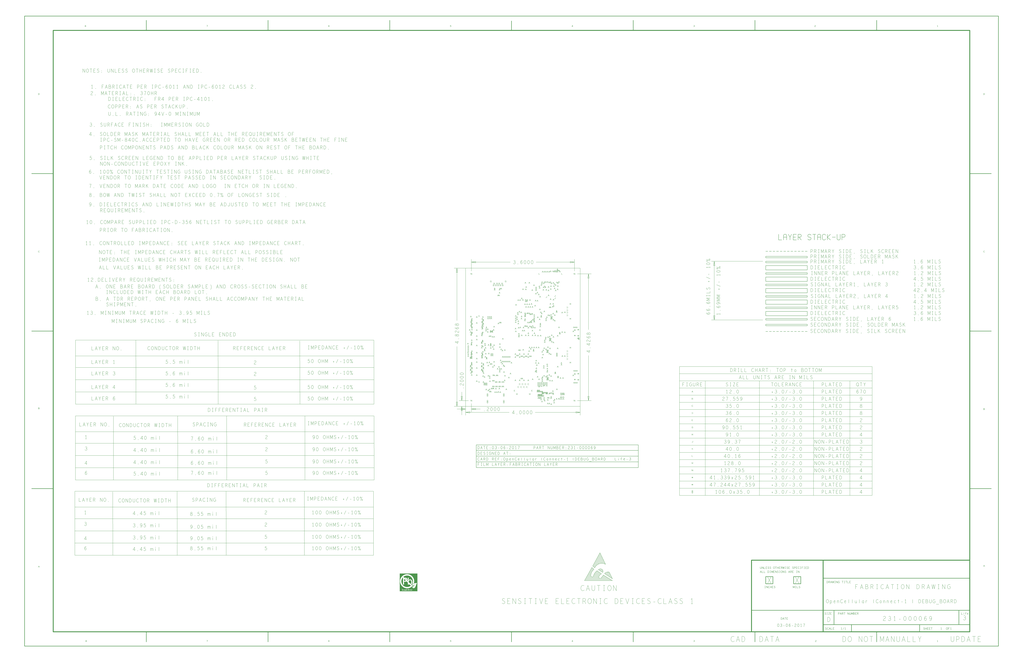
<source format=gbr>
G04 ================== begin FILE IDENTIFICATION RECORD ==================*
G04 Layout Name:  OC_Connect-1_DEBUG_Life-3.brd*
G04 Film Name:    fab.gbr*
G04 File Format:  Gerber RS274X*
G04 File Origin:  Cadence Allegro 16.6-2015-S065*
G04 Origin Date:  Mon Mar 06 16:55:42 2017*
G04 *
G04 Layer:  MANUFACTURING/PHOTOPLOT_OUTLINE*
G04 Layer:  MANUFACTURING/NCDRILL_LEGEND*
G04 Layer:  MANUFACTURING/NCDRILL_FIGURE*
G04 Layer:  MANUFACTURING/NCLEGEND-1-6*
G04 Layer:  MANUFACTURING/DETAILS*
G04 Layer:  DRAWING FORMAT/OUTLINE*
G04 Layer:  DRAWING FORMAT/TITLE_BLOCK*
G04 Layer:  DRAWING FORMAT/TITLE_DATA*
G04 Layer:  DRAWING FORMAT/REVISION_BLOCK*
G04 Layer:  DRAWING FORMAT/REVISION_DATA*
G04 Layer:  DRAWING FORMAT/FAB*
G04 Layer:  DRAWING FORMAT/FILM_LABEL_OUTLINE*
G04 Layer:  DRAWING FORMAT/FAB_TEXT*
G04 Layer:  BOARD GEOMETRY/OUTLINE*
G04 Layer:  BOARD GEOMETRY/PLATING_BAR*
G04 Layer:  BOARD GEOMETRY/ASSEMBLY_NOTES*
G04 Layer:  BOARD GEOMETRY/TOOLING_CORNERS*
G04 Layer:  BOARD GEOMETRY/DIMENSION*
G04 Layer:  BOARD GEOMETRY/ASSEMBLY_DETAIL*
G04 Layer:  BOARD GEOMETRY/FAB_NOTES_SHT2*
G04 Layer:  BOARD GEOMETRY/FAB_NOTES*
G04 *
G04 Offset:    (0.000 0.000)*
G04 Mirror:    No*
G04 Mode:      Positive*
G04 Rotation:  0*
G04 FullContactRelief:  No*
G04 UndefLineWidth:     6.000*
G04 ================== end FILE IDENTIFICATION RECORD ====================*
%FSLAX25Y25*MOIN*%
%IR0*IPPOS*OFA0.00000B0.00000*MIA0B0*SFA1.00000B1.00000*%
%AMMACRO21*
1,1,.006,-.007874,.012796*
20,1,.006,-.007874,.012796,.007874,.012796,0.0*
1,1,.006,.007874,.012796*
20,1,.006,.007874,.012796,.010096,.012601,0.0*
1,1,.006,.010096,.012601*
20,1,.006,.010096,.012601,.01225,.012024,0.0*
1,1,.006,.01225,.012024*
20,1,.006,.01225,.012024,.014272,.011081,0.0*
1,1,.006,.014272,.011081*
20,1,.006,.014272,.011081,.016099,.009802,0.0*
1,1,.006,.016099,.009802*
20,1,.006,.016099,.009802,.017676,.008225,0.0*
1,1,.006,.017676,.008225*
20,1,.006,.017676,.008225,.018955,.006398,0.0*
1,1,.006,.018955,.006398*
20,1,.006,.018955,.006398,.019898,.004376,0.0*
1,1,.006,.019898,.004376*
20,1,.006,.019898,.004376,.020475,.002222,0.0*
1,1,.006,.020475,.002222*
20,1,.006,.020475,.002222,.02067,0.0,0.0*
1,1,.006,.02067,0.0*
20,1,.006,.02067,0.0,.020475,-.002222,0.0*
1,1,.006,.020475,-.002222*
20,1,.006,.020475,-.002222,.019898,-.004376,0.0*
1,1,.006,.019898,-.004376*
20,1,.006,.019898,-.004376,.018955,-.006398,0.0*
1,1,.006,.018955,-.006398*
20,1,.006,.018955,-.006398,.017676,-.008225,0.0*
1,1,.006,.017676,-.008225*
20,1,.006,.017676,-.008225,.016099,-.009802,0.0*
1,1,.006,.016099,-.009802*
20,1,.006,.016099,-.009802,.014272,-.011081,0.0*
1,1,.006,.014272,-.011081*
20,1,.006,.014272,-.011081,.01225,-.012024,0.0*
1,1,.006,.01225,-.012024*
20,1,.006,.01225,-.012024,.010096,-.012601,0.0*
1,1,.006,.010096,-.012601*
20,1,.006,.010096,-.012601,.007874,-.012796,0.0*
1,1,.006,.007874,-.012796*
20,1,.006,.007874,-.012796,-.007874,-.012796,0.0*
1,1,.006,-.007874,-.012796*
20,1,.006,-.007874,-.012796,-.010096,-.012601,0.0*
1,1,.006,-.010096,-.012601*
20,1,.006,-.010096,-.012601,-.01225,-.012024,0.0*
1,1,.006,-.01225,-.012024*
20,1,.006,-.01225,-.012024,-.014272,-.011081,0.0*
1,1,.006,-.014272,-.011081*
20,1,.006,-.014272,-.011081,-.016099,-.009802,0.0*
1,1,.006,-.016099,-.009802*
20,1,.006,-.016099,-.009802,-.017676,-.008225,0.0*
1,1,.006,-.017676,-.008225*
20,1,.006,-.017676,-.008225,-.018955,-.006398,0.0*
1,1,.006,-.018955,-.006398*
20,1,.006,-.018955,-.006398,-.019898,-.004376,0.0*
1,1,.006,-.019898,-.004376*
20,1,.006,-.019898,-.004376,-.020475,-.002222,0.0*
1,1,.006,-.020475,-.002222*
20,1,.006,-.020475,-.002222,-.02067,0.0,0.0*
1,1,.006,-.02067,0.0*
20,1,.006,-.02067,0.0,-.020475,.002222,0.0*
1,1,.006,-.020475,.002222*
20,1,.006,-.020475,.002222,-.019898,.004376,0.0*
1,1,.006,-.019898,.004376*
20,1,.006,-.019898,.004376,-.018955,.006398,0.0*
1,1,.006,-.018955,.006398*
20,1,.006,-.018955,.006398,-.017676,.008225,0.0*
1,1,.006,-.017676,.008225*
20,1,.006,-.017676,.008225,-.016099,.009802,0.0*
1,1,.006,-.016099,.009802*
20,1,.006,-.016099,.009802,-.014272,.011081,0.0*
1,1,.006,-.014272,.011081*
20,1,.006,-.014272,.011081,-.01225,.012024,0.0*
1,1,.006,-.01225,.012024*
20,1,.006,-.01225,.012024,-.010096,.012601,0.0*
1,1,.006,-.010096,.012601*
20,1,.006,-.010096,.012601,-.007874,.012796,0.0*
1,1,.006,-.007874,.012796*
1,1,.006,0.0,-.006397*
20,1,.006,0.0,-.006397,-.001706,-.006184,0.0*
1,1,.006,-.001706,-.006184*
20,1,.006,-.001706,-.006184,-.003198,-.005331,0.0*
1,1,.006,-.003198,-.005331*
20,1,.006,-.003198,-.005331,-.004478,-.004051,0.0*
1,1,.006,-.004478,-.004051*
20,1,.006,-.004478,-.004051,-.005331,-.002559,0.0*
1,1,.006,-.005331,-.002559*
20,1,.006,-.005331,-.002559,-.005757,-.000853,0.0*
1,1,.006,-.005757,-.000853*
20,1,.006,-.005757,-.000853,-.005757,.000854,0.0*
1,1,.006,-.005757,.000854*
20,1,.006,-.005757,.000854,-.005331,.00256,0.0*
1,1,.006,-.005331,.00256*
20,1,.006,-.005331,.00256,-.004478,.004052,0.0*
1,1,.006,-.004478,.004052*
20,1,.006,-.004478,.004052,-.003198,.005332,0.0*
1,1,.006,-.003198,.005332*
20,1,.006,-.003198,.005332,-.001706,.006185,0.0*
1,1,.006,-.001706,.006185*
20,1,.006,-.001706,.006185,0.0,.006398,0.0*
1,1,.006,0.0,.006398*
20,1,.006,0.0,.006398,.001706,.006185,0.0*
1,1,.006,.001706,.006185*
20,1,.006,.001706,.006185,.003199,.005332,0.0*
1,1,.006,.003199,.005332*
20,1,.006,.003199,.005332,.004479,.004052,0.0*
1,1,.006,.004479,.004052*
20,1,.006,.004479,.004052,.005332,.00256,0.0*
1,1,.006,.005332,.00256*
20,1,.006,.005332,.00256,.005758,.000854,0.0*
1,1,.006,.005758,.000854*
20,1,.006,.005758,.000854,.005758,-.000853,0.0*
1,1,.006,.005758,-.000853*
20,1,.006,.005758,-.000853,.005332,-.002559,0.0*
1,1,.006,.005332,-.002559*
20,1,.006,.005332,-.002559,.004479,-.004051,0.0*
1,1,.006,.004479,-.004051*
20,1,.006,.004479,-.004051,.003199,-.005331,0.0*
1,1,.006,.003199,-.005331*
20,1,.006,.003199,-.005331,.001706,-.006184,0.0*
1,1,.006,.001706,-.006184*
20,1,.006,.001706,-.006184,0.0,-.006397,0.0*
1,1,.006,0.0,-.006397*
%
%ADD21MACRO21*%
%AMMACRO12*
1,1,.006,-.020834,-.025*
20,1,.006,-.020834,-.025,-.000001,.025,0.0*
1,1,.006,-.000001,.025*
20,1,.006,-.000001,.025,.020834,-.025,0.0*
1,1,.006,.020834,-.025*
1,1,.006,.013333,-.007501*
20,1,.006,.013333,-.007501,-.013334,-.007501,0.0*
1,1,.006,-.013334,-.007501*
%
%ADD12MACRO12*%
%AMMACRO14*
1,1,.006,.006666,.001667*
20,1,.006,.006666,.001667,.01,.004167,0.0*
1,1,.006,.01,.004167*
20,1,.006,.01,.004167,.0125,.008332,0.0*
1,1,.006,.0125,.008332*
20,1,.006,.0125,.008332,.014167,.014167,0.0*
1,1,.006,.014167,.014167*
20,1,.006,.014167,.014167,.0125,.019166,0.0*
1,1,.006,.0125,.019166*
20,1,.006,.0125,.019166,.009167,.022499,0.0*
1,1,.006,.009167,.022499*
20,1,.006,.009167,.022499,.003333,.025,0.0*
1,1,.006,.003333,.025*
20,1,.006,.003333,.025,-.019166,.025,0.0*
1,1,.006,-.019166,.025*
20,1,.006,-.019166,.025,-.019166,-.025,0.0*
1,1,.006,-.019166,-.025*
20,1,.006,-.019166,-.025,.008334,-.025,0.0*
1,1,.006,.008334,-.025*
20,1,.006,.008334,-.025,.014167,-.021667,0.0*
1,1,.006,.014167,-.021667*
20,1,.006,.014167,-.021667,.0175,-.016667,0.0*
1,1,.006,.0175,-.016667*
20,1,.006,.0175,-.016667,.019166,-.010833,0.0*
1,1,.006,.019166,-.010833*
20,1,.006,.019166,-.010833,.0175,-.005001,0.0*
1,1,.006,.0175,-.005001*
20,1,.006,.0175,-.005001,.0125,-.000001,0.0*
1,1,.006,.0125,-.000001*
20,1,.006,.0125,-.000001,.006666,.001667,0.0*
1,1,.006,.006666,.001667*
20,1,.006,.006666,.001667,-.019166,.001667,0.0*
1,1,.006,-.019166,.001667*
%
%ADD14MACRO14*%
%AMMACRO16*
1,1,.006,.018333,.020833*
20,1,.006,.018333,.020833,.013333,.023334,0.0*
1,1,.006,.013333,.023334*
20,1,.006,.013333,.023334,.007501,.025,0.0*
1,1,.006,.007501,.025*
20,1,.006,.007501,.025,.000834,.025,0.0*
1,1,.006,.000834,.025*
20,1,.006,.000834,.025,-.006668,.022499,0.0*
1,1,.006,-.006668,.022499*
20,1,.006,-.006668,.022499,-.0125,.018333,0.0*
1,1,.006,-.0125,.018333*
20,1,.006,-.0125,.018333,-.016667,.013333,0.0*
1,1,.006,-.016667,.013333*
20,1,.006,-.016667,.013333,-.020001,.005,0.0*
1,1,.006,-.020001,.005*
20,1,.006,-.020001,.005,-.020834,-.0025,0.0*
1,1,.006,-.020834,-.0025*
20,1,.006,-.020834,-.0025,-.019166,-.01,0.0*
1,1,.006,-.019166,-.01*
20,1,.006,-.019166,-.01,-.016667,-.015001,0.0*
1,1,.006,-.016667,-.015001*
20,1,.006,-.016667,-.015001,-.011666,-.020001,0.0*
1,1,.006,-.011666,-.020001*
20,1,.006,-.011666,-.020001,-.005833,-.023334,0.0*
1,1,.006,-.005833,-.023334*
20,1,.006,-.005833,-.023334,-.000001,-.025,0.0*
1,1,.006,-.000001,-.025*
20,1,.006,-.000001,-.025,.005833,-.025,0.0*
1,1,.006,.005833,-.025*
20,1,.006,.005833,-.025,.011666,-.023334,0.0*
1,1,.006,.011666,-.023334*
20,1,.006,.011666,-.023334,.016667,-.020834,0.0*
1,1,.006,.016667,-.020834*
20,1,.006,.016667,-.020834,.020834,-.017502,0.0*
1,1,.006,.020834,-.017502*
%
%ADD16MACRO16*%
%AMMACRO23*
1,1,.006,-.018333,-.025*
20,1,.006,-.018333,-.025,-.018333,.025,0.0*
1,1,.006,-.018333,.025*
20,1,.006,-.018333,.025,-.001667,.025,0.0*
1,1,.006,-.001667,.025*
20,1,.006,-.001667,.025,.005,.022499,0.0*
1,1,.006,.005,.022499*
20,1,.006,.005,.022499,.01,.019166,0.0*
1,1,.006,.01,.019166*
20,1,.006,.01,.019166,.014167,.014167,0.0*
1,1,.006,.014167,.014167*
20,1,.006,.014167,.014167,.0175,.008332,0.0*
1,1,.006,.0175,.008332*
20,1,.006,.0175,.008332,.018333,-.000001,0.0*
1,1,.006,.018333,-.000001*
20,1,.006,.018333,-.000001,.0175,-.008334,0.0*
1,1,.006,.0175,-.008334*
20,1,.006,.0175,-.008334,.014167,-.014167,0.0*
1,1,.006,.014167,-.014167*
20,1,.006,.014167,-.014167,.01,-.019168,0.0*
1,1,.006,.01,-.019168*
20,1,.006,.01,-.019168,.005,-.022501,0.0*
1,1,.006,.005,-.022501*
20,1,.006,.005,-.022501,-.001667,-.025,0.0*
1,1,.006,-.001667,-.025*
20,1,.006,-.001667,-.025,-.018333,-.025,0.0*
1,1,.006,-.018333,-.025*
%
%ADD23MACRO23*%
%AMMACRO22*
1,1,.006,-.009842,.01378*
20,1,.006,-.009842,.01378,.009842,.01378,0.0*
1,1,.006,.009842,.01378*
20,1,.006,.009842,.01378,.012235,.01357,0.0*
1,1,.006,.012235,.01357*
20,1,.006,.012235,.01357,.014555,.012948,0.0*
1,1,.006,.014555,.012948*
20,1,.006,.014555,.012948,.016732,.011933,0.0*
1,1,.006,.016732,.011933*
20,1,.006,.016732,.011933,.0187,.010556,0.0*
1,1,.006,.0187,.010556*
20,1,.006,.0187,.010556,.020398,.008857,0.0*
1,1,.006,.020398,.008857*
20,1,.006,.020398,.008857,.021776,.00689,0.0*
1,1,.006,.021776,.00689*
20,1,.006,.021776,.00689,.022791,.004713,0.0*
1,1,.006,.022791,.004713*
20,1,.006,.022791,.004713,.023413,.002393,0.0*
1,1,.006,.023413,.002393*
20,1,.006,.023413,.002393,.023622,0.0,0.0*
1,1,.006,.023622,0.0*
20,1,.006,.023622,0.0,.023413,-.002393,0.0*
1,1,.006,.023413,-.002393*
20,1,.006,.023413,-.002393,.022791,-.004713,0.0*
1,1,.006,.022791,-.004713*
20,1,.006,.022791,-.004713,.021776,-.00689,0.0*
1,1,.006,.021776,-.00689*
20,1,.006,.021776,-.00689,.020398,-.008857,0.0*
1,1,.006,.020398,-.008857*
20,1,.006,.020398,-.008857,.0187,-.010556,0.0*
1,1,.006,.0187,-.010556*
20,1,.006,.0187,-.010556,.016732,-.011933,0.0*
1,1,.006,.016732,-.011933*
20,1,.006,.016732,-.011933,.014555,-.012948,0.0*
1,1,.006,.014555,-.012948*
20,1,.006,.014555,-.012948,.012235,-.01357,0.0*
1,1,.006,.012235,-.01357*
20,1,.006,.012235,-.01357,.009842,-.01378,0.0*
1,1,.006,.009842,-.01378*
20,1,.006,.009842,-.01378,-.009842,-.01378,0.0*
1,1,.006,-.009842,-.01378*
20,1,.006,-.009842,-.01378,-.012235,-.01357,0.0*
1,1,.006,-.012235,-.01357*
20,1,.006,-.012235,-.01357,-.014555,-.012948,0.0*
1,1,.006,-.014555,-.012948*
20,1,.006,-.014555,-.012948,-.016732,-.011933,0.0*
1,1,.006,-.016732,-.011933*
20,1,.006,-.016732,-.011933,-.0187,-.010556,0.0*
1,1,.006,-.0187,-.010556*
20,1,.006,-.0187,-.010556,-.020398,-.008857,0.0*
1,1,.006,-.020398,-.008857*
20,1,.006,-.020398,-.008857,-.021776,-.00689,0.0*
1,1,.006,-.021776,-.00689*
20,1,.006,-.021776,-.00689,-.022791,-.004713,0.0*
1,1,.006,-.022791,-.004713*
20,1,.006,-.022791,-.004713,-.023413,-.002393,0.0*
1,1,.006,-.023413,-.002393*
20,1,.006,-.023413,-.002393,-.023622,0.0,0.0*
1,1,.006,-.023622,0.0*
20,1,.006,-.023622,0.0,-.023413,.002393,0.0*
1,1,.006,-.023413,.002393*
20,1,.006,-.023413,.002393,-.022791,.004713,0.0*
1,1,.006,-.022791,.004713*
20,1,.006,-.022791,.004713,-.021776,.00689,0.0*
1,1,.006,-.021776,.00689*
20,1,.006,-.021776,.00689,-.020398,.008857,0.0*
1,1,.006,-.020398,.008857*
20,1,.006,-.020398,.008857,-.0187,.010556,0.0*
1,1,.006,-.0187,.010556*
20,1,.006,-.0187,.010556,-.016732,.011933,0.0*
1,1,.006,-.016732,.011933*
20,1,.006,-.016732,.011933,-.014555,.012948,0.0*
1,1,.006,-.014555,.012948*
20,1,.006,-.014555,.012948,-.012235,.01357,0.0*
1,1,.006,-.012235,.01357*
20,1,.006,-.012235,.01357,-.009842,.01378,0.0*
1,1,.006,-.009842,.01378*
1,1,.006,-.004593,-.006889*
20,1,.006,-.004593,-.006889,-.004593,.00689,0.0*
1,1,.006,-.004593,.00689*
20,1,.006,-.004593,.00689,.000919,.00689,0.0*
1,1,.006,.000919,.00689*
20,1,.006,.000919,.00689,.002756,.006201,0.0*
1,1,.006,.002756,.006201*
20,1,.006,.002756,.006201,.004134,.004594,0.0*
1,1,.006,.004134,.004594*
20,1,.006,.004134,.004594,.004594,.002756,0.0*
1,1,.006,.004594,.002756*
20,1,.006,.004594,.002756,.004134,.000919,0.0*
1,1,.006,.004134,.000919*
20,1,.006,.004134,.000919,.002986,-.000459,0.0*
1,1,.006,.002986,-.000459*
20,1,.006,.002986,-.000459,.000919,-.001148,0.0*
1,1,.006,.000919,-.001148*
20,1,.006,.000919,-.001148,-.004593,-.001148,0.0*
1,1,.006,-.004593,-.001148*
%
%ADD22MACRO22*%
%AMMACRO17*
1,1,.006,.016667,-.025*
20,1,.006,.016667,-.025,-.016667,-.025,0.0*
1,1,.006,-.016667,-.025*
20,1,.006,-.016667,-.025,-.016667,.025,0.0*
1,1,.006,-.016667,.025*
20,1,.006,-.016667,.025,.016667,.025,0.0*
1,1,.006,.016667,.025*
1,1,.006,.003333,.000834*
20,1,.006,.003333,.000834,-.016667,.000834,0.0*
1,1,.006,-.016667,.000834*
%
%ADD17MACRO17*%
%AMMACRO15*
1,1,.006,.005,-.000001*
20,1,.006,.005,-.000001,.021667,-.000001,0.0*
1,1,.006,.021667,-.000001*
20,1,.006,.021667,-.000001,.021667,-.015001,0.0*
1,1,.006,.021667,-.015001*
20,1,.006,.021667,-.015001,.016667,-.020001,0.0*
1,1,.006,.016667,-.020001*
20,1,.006,.016667,-.020001,.010833,-.023334,0.0*
1,1,.006,.010833,-.023334*
20,1,.006,.010833,-.023334,.0025,-.025,0.0*
1,1,.006,.0025,-.025*
20,1,.006,.0025,-.025,-.005833,-.023334,0.0*
1,1,.006,-.005833,-.023334*
20,1,.006,-.005833,-.023334,-.011666,-.020001,0.0*
1,1,.006,-.011666,-.020001*
20,1,.006,-.011666,-.020001,-.016667,-.015001,0.0*
1,1,.006,-.016667,-.015001*
20,1,.006,-.016667,-.015001,-.020001,-.009167,0.0*
1,1,.006,-.020001,-.009167*
20,1,.006,-.020001,-.009167,-.021667,-.0025,0.0*
1,1,.006,-.021667,-.0025*
20,1,.006,-.021667,-.0025,-.021667,.003333,0.0*
1,1,.006,-.021667,.003333*
20,1,.006,-.021667,.003333,-.020001,.008332,0.0*
1,1,.006,-.020001,.008332*
20,1,.006,-.020001,.008332,-.016667,.014167,0.0*
1,1,.006,-.016667,.014167*
20,1,.006,-.016667,.014167,-.011666,.019166,0.0*
1,1,.006,-.011666,.019166*
20,1,.006,-.011666,.019166,-.006668,.022499,0.0*
1,1,.006,-.006668,.022499*
20,1,.006,-.006668,.022499,-.000001,.025,0.0*
1,1,.006,-.000001,.025*
20,1,.006,-.000001,.025,.005833,.025,0.0*
1,1,.006,.005833,.025*
20,1,.006,.005833,.025,.0125,.023334,0.0*
1,1,.006,.0125,.023334*
20,1,.006,.0125,.023334,.0175,.02,0.0*
1,1,.006,.0175,.02*
%
%ADD15MACRO15*%
%AMMACRO24*
1,1,.006,-.0175,-.025*
20,1,.006,-.0175,-.025,-.0175,.025,0.0*
1,1,.006,-.0175,.025*
1,1,.006,.0175,.025*
20,1,.006,.0175,.025,.0175,-.025,0.0*
1,1,.006,.0175,-.025*
1,1,.006,.0175,-.000001*
20,1,.006,.0175,-.000001,-.0175,-.000001,0.0*
1,1,.006,-.0175,-.000001*
%
%ADD24MACRO24*%
%AMMACRO20*
1,1,.006,-.016667,-.015001*
20,1,.006,-.016667,-.015001,-.0125,-.020001,0.0*
1,1,.006,-.0125,-.020001*
20,1,.006,-.0125,-.020001,-.007501,-.023334,0.0*
1,1,.006,-.007501,-.023334*
20,1,.006,-.007501,-.023334,-.001667,-.025,0.0*
1,1,.006,-.001667,-.025*
20,1,.006,-.001667,-.025,.005,-.023334,0.0*
1,1,.006,.005,-.023334*
20,1,.006,.005,-.023334,.01,-.020001,0.0*
1,1,.006,.01,-.020001*
20,1,.006,.01,-.020001,.015001,-.015001,0.0*
1,1,.006,.015001,-.015001*
20,1,.006,.015001,-.015001,.016667,-.008334,0.0*
1,1,.006,.016667,-.008334*
20,1,.006,.016667,-.008334,.016667,.025,0.0*
1,1,.006,.016667,.025*
%
%ADD20MACRO20*%
%AMMACRO11*
1,1,.006,-.018333,-.025*
20,1,.006,-.018333,-.025,-.018333,.025,0.0*
1,1,.006,-.018333,.025*
1,1,.006,.013333,.025*
20,1,.006,.013333,.025,-.018333,-.005834,0.0*
1,1,.006,-.018333,-.005834*
1,1,.006,.018333,-.025*
20,1,.006,.018333,-.025,-.004167,.008332,0.0*
1,1,.006,-.004167,.008332*
%
%ADD11MACRO11*%
%AMMACRO19*
1,1,.006,-.016667,.025*
20,1,.006,-.016667,.025,-.016667,-.025,0.0*
1,1,.006,-.016667,-.025*
20,1,.006,-.016667,-.025,.016667,-.025,0.0*
1,1,.006,.016667,-.025*
%
%ADD19MACRO19*%
%AMMACRO18*
1,1,.006,-.021667,-.025*
20,1,.006,-.021667,-.025,-.021667,.025,0.0*
1,1,.006,-.021667,.025*
20,1,.006,-.021667,.025,-.000001,-.016667,0.0*
1,1,.006,-.000001,-.016667*
20,1,.006,-.000001,-.016667,.021667,.025,0.0*
1,1,.006,.021667,.025*
20,1,.006,.021667,.025,.021667,-.025,0.0*
1,1,.006,.021667,-.025*
%
%ADD18MACRO18*%
%AMMACRO10*
1,1,.006,-.019166,-.025*
20,1,.006,-.019166,-.025,-.019166,.025,0.0*
1,1,.006,-.019166,.025*
20,1,.006,-.019166,.025,.019166,-.025,0.0*
1,1,.006,.019166,-.025*
20,1,.006,.019166,-.025,.019166,.025,0.0*
1,1,.006,.019166,.025*
%
%ADD10MACRO10*%
%AMMACRO13*
1,1,.006,-.0175,-.0355*
20,1,.006,-.0175,-.0355,-.0175,.0355,0.0*
1,1,.006,-.0175,.0355*
20,1,.006,-.0175,.0355,-.017234,.038539,0.0*
1,1,.006,-.017234,.038539*
20,1,.006,-.017234,.038539,-.016445,.041485,0.0*
1,1,.006,-.016445,.041485*
20,1,.006,-.016445,.041485,-.015155,.04425,0.0*
1,1,.006,-.015155,.04425*
20,1,.006,-.015155,.04425,-.013406,.046749,0.0*
1,1,.006,-.013406,.046749*
20,1,.006,-.013406,.046749,-.011249,.048906,0.0*
1,1,.006,-.011249,.048906*
20,1,.006,-.011249,.048906,-.00875,.050655,0.0*
1,1,.006,-.00875,.050655*
20,1,.006,-.00875,.050655,-.005985,.051945,0.0*
1,1,.006,-.005985,.051945*
20,1,.006,-.005985,.051945,-.003039,.052734,0.0*
1,1,.006,-.003039,.052734*
20,1,.006,-.003039,.052734,0.0,.053,0.0*
1,1,.006,0.0,.053*
20,1,.006,0.0,.053,.003039,.052734,0.0*
1,1,.006,.003039,.052734*
20,1,.006,.003039,.052734,.005985,.051945,0.0*
1,1,.006,.005985,.051945*
20,1,.006,.005985,.051945,.00875,.050655,0.0*
1,1,.006,.00875,.050655*
20,1,.006,.00875,.050655,.011249,.048906,0.0*
1,1,.006,.011249,.048906*
20,1,.006,.011249,.048906,.013406,.046749,0.0*
1,1,.006,.013406,.046749*
20,1,.006,.013406,.046749,.015155,.04425,0.0*
1,1,.006,.015155,.04425*
20,1,.006,.015155,.04425,.016445,.041485,0.0*
1,1,.006,.016445,.041485*
20,1,.006,.016445,.041485,.017234,.038539,0.0*
1,1,.006,.017234,.038539*
20,1,.006,.017234,.038539,.0175,.0355,0.0*
1,1,.006,.0175,.0355*
20,1,.006,.0175,.0355,.0175,-.0355,0.0*
1,1,.006,.0175,-.0355*
20,1,.006,.0175,-.0355,.017234,-.038539,0.0*
1,1,.006,.017234,-.038539*
20,1,.006,.017234,-.038539,.016445,-.041485,0.0*
1,1,.006,.016445,-.041485*
20,1,.006,.016445,-.041485,.015155,-.04425,0.0*
1,1,.006,.015155,-.04425*
20,1,.006,.015155,-.04425,.013406,-.046749,0.0*
1,1,.006,.013406,-.046749*
20,1,.006,.013406,-.046749,.011249,-.048906,0.0*
1,1,.006,.011249,-.048906*
20,1,.006,.011249,-.048906,.00875,-.050655,0.0*
1,1,.006,.00875,-.050655*
20,1,.006,.00875,-.050655,.005985,-.051945,0.0*
1,1,.006,.005985,-.051945*
20,1,.006,.005985,-.051945,.003039,-.052734,0.0*
1,1,.006,.003039,-.052734*
20,1,.006,.003039,-.052734,0.0,-.053,0.0*
1,1,.006,0.0,-.053*
20,1,.006,0.0,-.053,-.003039,-.052734,0.0*
1,1,.006,-.003039,-.052734*
20,1,.006,-.003039,-.052734,-.005985,-.051945,0.0*
1,1,.006,-.005985,-.051945*
20,1,.006,-.005985,-.051945,-.00875,-.050655,0.0*
1,1,.006,-.00875,-.050655*
20,1,.006,-.00875,-.050655,-.011249,-.048906,0.0*
1,1,.006,-.011249,-.048906*
20,1,.006,-.011249,-.048906,-.013406,-.046749,0.0*
1,1,.006,-.013406,-.046749*
20,1,.006,-.013406,-.046749,-.015155,-.04425,0.0*
1,1,.006,-.015155,-.04425*
20,1,.006,-.015155,-.04425,-.016445,-.041485,0.0*
1,1,.006,-.016445,-.041485*
20,1,.006,-.016445,-.041485,-.017234,-.038539,0.0*
1,1,.006,-.017234,-.038539*
20,1,.006,-.017234,-.038539,-.0175,-.0355,0.0*
1,1,.006,-.0175,-.0355*
1,1,.006,0.0,-.00875*
20,1,.006,0.0,-.00875,-.002334,-.008458,0.0*
1,1,.006,-.002334,-.008458*
20,1,.006,-.002334,-.008458,-.004375,-.007292,0.0*
1,1,.006,-.004375,-.007292*
20,1,.006,-.004375,-.007292,-.006125,-.005542,0.0*
1,1,.006,-.006125,-.005542*
20,1,.006,-.006125,-.005542,-.007292,-.0035,0.0*
1,1,.006,-.007292,-.0035*
20,1,.006,-.007292,-.0035,-.007875,-.001167,0.0*
1,1,.006,-.007875,-.001167*
20,1,.006,-.007875,-.001167,-.007875,.001167,0.0*
1,1,.006,-.007875,.001167*
20,1,.006,-.007875,.001167,-.007292,.0035,0.0*
1,1,.006,-.007292,.0035*
20,1,.006,-.007292,.0035,-.006125,.005542,0.0*
1,1,.006,-.006125,.005542*
20,1,.006,-.006125,.005542,-.004375,.007291,0.0*
1,1,.006,-.004375,.007291*
20,1,.006,-.004375,.007291,-.002334,.008458,0.0*
1,1,.006,-.002334,.008458*
20,1,.006,-.002334,.008458,0.0,.00875,0.0*
1,1,.006,0.0,.00875*
20,1,.006,0.0,.00875,.002333,.008458,0.0*
1,1,.006,.002333,.008458*
20,1,.006,.002333,.008458,.004375,.007291,0.0*
1,1,.006,.004375,.007291*
20,1,.006,.004375,.007291,.006125,.005542,0.0*
1,1,.006,.006125,.005542*
20,1,.006,.006125,.005542,.007292,.0035,0.0*
1,1,.006,.007292,.0035*
20,1,.006,.007292,.0035,.007875,.001167,0.0*
1,1,.006,.007875,.001167*
20,1,.006,.007875,.001167,.007875,-.001167,0.0*
1,1,.006,.007875,-.001167*
20,1,.006,.007875,-.001167,.007292,-.0035,0.0*
1,1,.006,.007292,-.0035*
20,1,.006,.007292,-.0035,.006125,-.005542,0.0*
1,1,.006,.006125,-.005542*
20,1,.006,.006125,-.005542,.004375,-.007292,0.0*
1,1,.006,.004375,-.007292*
20,1,.006,.004375,-.007292,.002333,-.008458,0.0*
1,1,.006,.002333,-.008458*
20,1,.006,.002333,-.008458,0.0,-.00875,0.0*
1,1,.006,0.0,-.00875*
1,1,.006,.002333,-.004083*
20,1,.006,.002333,-.004083,.005833,-.00875,0.0*
1,1,.006,.005833,-.00875*
%
%ADD13MACRO13*%
%ADD25C,.006*%
%ADD26C,.00176*%
%ADD27C,.01*%
%ADD28C,.03*%
%ADD29C,.015*%
G75*
%LPD*%
G75*
G54D10*
X20000Y20000D03*
Y462677D03*
X380000Y20000D03*
Y462677D03*
X791668Y-223500D03*
G54D11*
X47218Y84875D03*
Y315125D03*
X791668Y-148500D03*
G54D20*
X311618Y377600D03*
Y385600D03*
X281618Y381600D03*
X791668Y-123500D03*
G54D12*
X39218Y88000D03*
Y166750D03*
Y154500D03*
Y133750D03*
Y108750D03*
X21000Y152500D03*
Y148500D03*
X21500Y144875D03*
X22000Y135500D03*
Y132000D03*
Y123000D03*
Y119500D03*
X56300Y141700D03*
X56550Y138450D03*
X56500Y151000D03*
X56300Y129100D03*
X56400Y125900D03*
X9000Y175500D03*
X60000Y120900D03*
X57500Y169500D03*
Y173000D03*
X21000Y168000D03*
X17000D03*
X21000Y171500D03*
X17000D03*
X21000Y175375D03*
X17532Y125480D03*
Y129620D03*
Y142220D03*
Y138080D03*
X21500Y109500D03*
X60100Y124700D03*
X19000Y116500D03*
X39218Y245500D03*
X56736Y247700D03*
X39218Y233250D03*
Y212500D03*
Y187500D03*
X21500Y223500D03*
X22225Y182662D03*
X19787Y180293D03*
X8000Y219000D03*
X60250Y209250D03*
X56350Y223850D03*
X56400Y220475D03*
X57000Y185825D03*
X56876Y176845D03*
X21500Y231000D03*
X22100Y193000D03*
X59500Y226500D03*
Y230000D03*
X56945Y211315D03*
X56500Y204725D03*
X9200Y193300D03*
X20500Y215000D03*
Y218500D03*
X8500Y187500D03*
X9200Y181500D03*
Y199100D03*
Y210600D03*
Y204900D03*
X59000Y179500D03*
X20503Y185594D03*
X20500Y188994D03*
X59000Y183000D03*
X14500Y267000D03*
X39218Y266250D03*
Y291250D03*
Y312000D03*
X22218Y255250D03*
Y258400D03*
Y267850D03*
Y274150D03*
Y277300D03*
X22000Y286625D03*
Y289775D03*
Y299350D03*
X57736Y255500D03*
X57836Y251700D03*
X58218Y270875D03*
Y283475D03*
X60436Y280325D03*
X57736Y292800D03*
X57626Y296198D03*
X58218Y305525D03*
X22000Y305500D03*
X20600Y302375D03*
X19500Y279900D03*
Y283900D03*
Y292500D03*
Y296500D03*
X59037Y274175D03*
X56675Y277175D03*
X18500Y313500D03*
X19500Y248500D03*
Y252500D03*
X60000Y258275D03*
X17500Y259500D03*
X103118Y49659D03*
X109118Y49700D03*
X114918Y50100D03*
X121018Y49659D03*
X72250Y59000D03*
X62218Y85032D03*
X90118Y62100D03*
X85153Y87565D03*
X117918Y62200D03*
X105682Y62000D03*
X94798Y89700D03*
X98938D03*
X104600Y85000D03*
X109034Y85200D03*
X116917Y85299D03*
X120333D03*
X127917D03*
X132800Y85300D03*
X97716Y62390D03*
X94318Y62500D03*
X84518Y51500D03*
X88218Y51600D03*
X79387Y55432D03*
X83318Y59000D03*
X73718Y75700D03*
X73618Y80500D03*
X69318Y75800D03*
X69418Y80500D03*
X65118Y75900D03*
X65100Y80500D03*
X94868Y69650D03*
X99008D03*
X105918Y69700D03*
X110058D03*
X116918D03*
X121058D03*
X127918D03*
X132058D03*
X66000Y102500D03*
X84518Y99000D03*
X129218Y156400D03*
X100387Y108300D03*
X107649D03*
X111618Y131282D03*
X69000Y173000D03*
X99500Y155500D03*
X86700Y147800D03*
X75400Y152900D03*
X116400Y137800D03*
X124500Y153500D03*
X84000Y105000D03*
X61000Y105500D03*
X124500Y131000D03*
X119168Y120750D03*
X119518Y126300D03*
X111618Y108300D03*
X122500Y160500D03*
X128000Y149000D03*
X73500Y166500D03*
X79000Y142500D03*
X100118D03*
X95500Y137500D03*
X96450Y108800D03*
X79500Y107000D03*
X83000Y153500D03*
X73500Y170000D03*
X132500Y143000D03*
X129418Y173000D03*
X62204Y148520D03*
Y135920D03*
Y144380D03*
Y131780D03*
X62800Y116300D03*
X91200Y148100D03*
X119000Y131500D03*
X119718Y217500D03*
X124218Y199000D03*
X87918Y204000D03*
X87718Y211500D03*
X87818Y215100D03*
X83218Y244900D03*
X60500Y190500D03*
X69800Y204200D03*
X70500Y184000D03*
X81000Y184500D03*
X98218Y199740D03*
X128500Y195000D03*
X95187Y207500D03*
X119718Y207000D03*
X99418Y242932D03*
X93918D03*
X87718Y245200D03*
X79950Y214500D03*
X68200Y213000D03*
X87618Y218500D03*
X66500Y195000D03*
Y199000D03*
X67600Y218500D03*
X130000Y236000D03*
X99500Y213500D03*
X89500Y178000D03*
X94500D03*
Y183000D03*
X89500D03*
X93518Y259500D03*
X93818Y263500D03*
X87018D03*
X87118Y259700D03*
X90418Y261500D03*
X114418Y289500D03*
X99500Y278300D03*
X72618Y275800D03*
X60500Y312000D03*
X61000Y286500D03*
Y290000D03*
X61500Y299000D03*
Y302500D03*
X77418Y259900D03*
X71300Y264250D03*
X71600Y270000D03*
X119568Y292450D03*
X122968D03*
X97718Y266900D03*
X77518Y269200D03*
X78518Y306800D03*
X84418Y307100D03*
X89818D03*
X89418Y312500D03*
X84218Y312700D03*
X78418Y312500D03*
X113500Y387500D03*
X117000D03*
X118418Y407677D03*
Y396400D03*
X101557Y411443D03*
X120242Y411206D03*
X101557Y407151D03*
X124534Y411206D03*
X136500Y90500D03*
X142126Y59500D03*
X203700Y91000D03*
X173700D03*
X188700D03*
X194090Y97100D03*
X198400D03*
X151000Y100500D03*
X154218Y156400D03*
X149218D03*
X144218D03*
X139218D03*
X134218D03*
X160100Y152200D03*
X156874Y114500D03*
X134000Y120000D03*
X135000Y140000D03*
X203718Y171900D03*
X188718D03*
X134418Y173000D03*
X154418D03*
X149418D03*
X144418D03*
X139418D03*
X173718Y171900D03*
X194036Y174900D03*
X198346D03*
X137500Y107000D03*
X203700Y182400D03*
X188700D03*
X195961Y247900D03*
X186449D03*
X200962Y197700D03*
X190118Y196200D03*
X173700Y182400D03*
X186150Y196100D03*
X186118Y243500D03*
X137000Y196500D03*
X179036Y177500D03*
X183346D03*
X184150Y289200D03*
X184250Y297200D03*
X175250Y293800D03*
Y300600D03*
Y307400D03*
Y315400D03*
X179835Y303906D03*
X179401Y311265D03*
X195318Y313900D03*
X195118Y306700D03*
X186218Y253400D03*
X202200Y275200D03*
X174400Y271400D03*
X190700Y275500D03*
X175418Y262000D03*
X199018Y264700D03*
X205018Y264500D03*
X185018Y274400D03*
X200000Y371500D03*
X182087Y326700D03*
X194218Y328232D03*
X187718Y330417D03*
X176118Y354500D03*
X182918Y321100D03*
X183900Y370800D03*
X190200Y370900D03*
X196000Y376800D03*
X200500Y409000D03*
X274218Y23732D03*
X266718Y16968D03*
X263550Y24000D03*
X253800Y29500D03*
X257118D03*
X260218D03*
X263550D03*
X274218D03*
X276218Y20000D03*
X256436Y94500D03*
X251320Y103200D03*
X268118Y51500D03*
X254118Y51400D03*
X257618D03*
X261118D03*
X264618Y51500D03*
X250618Y55400D03*
X254118D03*
X274718Y48000D03*
X271218D03*
X267718Y48100D03*
X250618Y51400D03*
X271200Y44100D03*
X257618Y55400D03*
X267800Y44100D03*
X268618Y102000D03*
X267118Y98500D03*
X267850Y93200D03*
Y87700D03*
X271318Y72300D03*
X259318D03*
X253318D03*
X277318Y77300D03*
X271318D03*
X265318D03*
X259318D03*
X253318D03*
X277318Y82300D03*
X271318D03*
X265318D03*
X259318D03*
X253318D03*
X275718Y73100D03*
X256718Y68853D03*
X264718Y70987D03*
X253300Y41000D03*
X268900Y36500D03*
X265718D03*
X262600D03*
X272100D03*
X259500Y41000D03*
X262600D03*
X265718D03*
X256400D03*
X253000Y36300D03*
X256400Y36500D03*
X259500D03*
X234000Y94500D03*
X218700Y91000D03*
X247250Y125700D03*
Y120100D03*
X244018Y122232D03*
X246950Y132800D03*
X267818Y170200D03*
X254818Y150768D03*
X273247Y134484D03*
X274000Y106400D03*
X245518Y151500D03*
X246518Y159500D03*
X218718Y171900D03*
X224036Y174900D03*
X228346D03*
X213346D03*
X209036D03*
X248618Y143800D03*
X273000Y141000D03*
X218700Y182400D03*
X252662Y247000D03*
X233693Y247900D03*
X262174Y247000D03*
X219583Y247900D03*
X210071D03*
X243205D03*
X274518Y202868D03*
X254984Y205604D03*
X247110D03*
X239236D03*
X231362D03*
X223488D03*
X227518Y200668D03*
X276550Y224300D03*
Y229800D03*
X270550Y180800D03*
X267350Y190200D03*
X271018Y195700D03*
X237487Y197468D03*
X221618Y192800D03*
X237318Y193532D03*
X233887Y301900D03*
X260887Y278900D03*
X261249Y288900D03*
X260987Y284700D03*
X258318Y303778D03*
X217718Y293000D03*
X229818Y293100D03*
X239318Y306800D03*
X239618Y295700D03*
X207228Y300038D03*
X207918Y317300D03*
X252218Y311000D03*
X229618Y298100D03*
X219218Y255200D03*
X264018Y312147D03*
Y316152D03*
X240318Y255100D03*
X226518Y294900D03*
X239118Y299300D03*
X239818Y312950D03*
X207718Y304400D03*
X238318Y303500D03*
X230718Y274900D03*
X219218Y274700D03*
X239918Y319000D03*
X259418Y266500D03*
X207768Y313850D03*
X223218Y293000D03*
X224568Y279150D03*
X228950Y278104D03*
X234500Y280500D03*
X233518Y264700D03*
X207118Y280200D03*
X236500Y275500D03*
X210736Y280300D03*
X242018Y274900D03*
X214989Y279471D03*
X215000Y371200D03*
X274618Y331700D03*
X225918Y347168D03*
X218697D03*
X211218Y347200D03*
X222418Y356468D03*
X214918D03*
X207418D03*
X262918Y328700D03*
X259587Y338600D03*
X225918Y321200D03*
X255500Y390500D03*
X244300Y369100D03*
X251000Y369000D03*
X209700Y371400D03*
X224800Y371300D03*
X260000Y383000D03*
X229818Y322100D03*
X208418Y321300D03*
X230018Y357500D03*
X242718Y351500D03*
X233318Y347200D03*
X223613Y324500D03*
X218718Y325200D03*
X214818Y324800D03*
X233518Y322800D03*
X207828Y325190D03*
X265700Y324100D03*
X214000Y367200D03*
X209900Y366500D03*
X257532Y418969D03*
X276468Y419032D03*
X211500Y416500D03*
X210457Y408400D03*
X245500Y393500D03*
X267200Y433700D03*
X275400D03*
X238700Y422800D03*
X258500Y413500D03*
X264500Y423500D03*
X273000Y429500D03*
X208900Y431600D03*
X271500Y407000D03*
X266500Y428500D03*
X246000Y405132D03*
Y410131D03*
X250700Y397300D03*
X246000Y415131D03*
X232800Y406000D03*
X272100Y415600D03*
X222500Y431500D03*
X268698Y470100D03*
X274604D03*
X309218Y13032D03*
X310518Y23500D03*
X290718Y30000D03*
X286718D03*
X287218Y22500D03*
X308552Y19658D03*
X299218Y7647D03*
X292718Y9832D03*
X287218D03*
X341918Y26300D03*
X335718D03*
X330218Y26200D03*
X317918Y26300D03*
X324718Y26600D03*
X298365Y28700D03*
X286518Y96500D03*
X284618Y99700D03*
X288518Y99600D03*
X284518Y93200D03*
X288518Y93100D03*
X305918Y42900D03*
X305218Y46200D03*
X300218Y46500D03*
X295518Y46200D03*
X343518Y41500D03*
X338818Y41400D03*
X333418Y41000D03*
X342618Y45500D03*
X338018Y45700D03*
X333118Y45600D03*
X340100Y99000D03*
X331400D03*
X281718Y44500D03*
X285218D03*
X278218Y48000D03*
X285218D03*
X281718D03*
X318818Y59700D03*
X302218Y89432D03*
X292550Y44542D03*
X283318Y72300D03*
Y77300D03*
Y82300D03*
X294600Y89800D03*
X331918Y31900D03*
X336318Y32100D03*
X342118D03*
X298718Y32816D03*
X304618Y53300D03*
X322818Y100900D03*
X346500Y175700D03*
X337600Y175600D03*
X298518Y105513D03*
X285618Y125200D03*
X284718Y146400D03*
X285518Y140400D03*
X285589Y131916D03*
X281234Y103635D03*
X321618Y138400D03*
X285018Y106144D03*
X292018Y109600D03*
X313038Y118500D03*
X322818Y104300D03*
X313038Y115100D03*
X334596Y145655D03*
X334579Y151155D03*
X285000Y120500D03*
X295318Y233400D03*
X293418Y236600D03*
X297318Y236500D03*
X293400Y229900D03*
X297118Y230200D03*
X287918Y189000D03*
X284100Y188800D03*
X288118Y195300D03*
X284218Y195400D03*
X286118Y192200D03*
X297518Y182032D03*
X318787Y184800D03*
X280018Y240100D03*
X306718Y242469D03*
Y223132D03*
X321318Y202700D03*
X287918Y241500D03*
X280729Y199108D03*
X318918Y176100D03*
Y180400D03*
X293581Y243300D03*
X287581Y206500D03*
X279218Y235200D03*
X300618Y248300D03*
X301018Y225400D03*
X294818Y202200D03*
X292418Y184200D03*
X321318Y246700D03*
X300118Y309400D03*
X298218Y312600D03*
X302118Y312500D03*
X297968Y305900D03*
X301918Y306200D03*
X346400Y258400D03*
X337218Y259100D03*
X326118Y275800D03*
X288418Y318368D03*
X311418Y299132D03*
Y318468D03*
X293018Y317600D03*
X298281Y319300D03*
X281250Y300300D03*
Y305800D03*
X283918Y311200D03*
X329018Y253700D03*
X328918Y257173D03*
X306918Y302200D03*
X346718Y328626D03*
X337168Y327650D03*
X305774Y357800D03*
X295974D03*
X306618Y372700D03*
X296718Y374300D03*
X289718Y387500D03*
X318017Y329199D03*
X317916Y332894D03*
X305718Y324000D03*
X296718Y345800D03*
X307418Y351000D03*
X293056Y345800D03*
X304300Y347900D03*
X310706Y412000D03*
X278437Y415500D03*
X321468Y408532D03*
X289563Y405000D03*
X325776Y434100D03*
X318700Y432500D03*
X299350Y429050D03*
X296600Y433700D03*
X292000Y433000D03*
X286406Y434100D03*
X280500D03*
X289532Y416969D03*
X297294Y409500D03*
X308500Y419500D03*
X322000Y420000D03*
X322400Y430500D03*
X310032Y426800D03*
X306095Y431300D03*
X314500Y405000D03*
Y423500D03*
X281668Y407000D03*
X298000Y419500D03*
X280509Y470100D03*
X286415D03*
X292320D03*
X297100Y471700D03*
X305516Y471484D03*
X315700Y470100D03*
X329000Y470700D03*
X319000Y474000D03*
X322900Y474700D03*
X326300Y473900D03*
X320700Y470200D03*
X320500Y478100D03*
X309700Y470600D03*
X312569Y473100D03*
X388618Y82600D03*
X383618D03*
X378618D03*
X388818Y124100D03*
X378818D03*
X383818D03*
X375618Y108300D03*
X395500Y238500D03*
Y234500D03*
X392000Y237500D03*
X388218Y275900D03*
X378218D03*
X383218D03*
X376118Y261900D03*
X791668Y51500D03*
G54D21*
X381420Y93656D03*
Y112750D03*
Y247256D03*
Y266350D03*
X791668Y-248500D03*
G54D13*
X133561Y16103D03*
X76475D03*
X133561Y39567D03*
X76475D03*
X791668Y-298500D03*
G54D22*
X393349Y92475D03*
Y113932D03*
Y246075D03*
Y267532D03*
X791668Y-273500D03*
G54D23*
X355118Y165100D03*
Y174942D03*
Y182816D03*
Y192659D03*
Y317800D03*
Y327642D03*
Y335516D03*
Y345359D03*
X791668Y-23500D03*
G54D14*
X109981Y428408D03*
X117855D03*
X100139D03*
X127698D03*
X98170Y422502D03*
X106044D03*
X113918D03*
X121792D03*
X129666D03*
X791668Y26500D03*
G54D24*
X365787Y153013D03*
Y204746D03*
Y305713D03*
Y357446D03*
X791668Y-98500D03*
G54D15*
X88052Y436282D03*
X139784D03*
X791668Y-73500D03*
G54D25*
G01X-1491865Y-562000D02*
X-1489782Y-557000D01*
X-1487699Y-562000D01*
G01X-1488449Y-560250D02*
X-1491115D01*
G01X-1489115Y-6833D02*
X-1488782Y-6583D01*
X-1488532Y-6167D01*
X-1488365Y-5583D01*
X-1488532Y-5083D01*
X-1488865Y-4750D01*
X-1489449Y-4500D01*
X-1491698D01*
Y-9500D01*
X-1488948D01*
X-1488365Y-9167D01*
X-1488032Y-8667D01*
X-1487865Y-8083D01*
X-1488032Y-7500D01*
X-1488532Y-7000D01*
X-1489115Y-6833D01*
X-1491698D01*
G01X-1487949Y542583D02*
X-1488449Y542833D01*
X-1489032Y543000D01*
X-1489698D01*
X-1490449Y542750D01*
X-1491032Y542333D01*
X-1491449Y541833D01*
X-1491782Y541000D01*
X-1491865Y540250D01*
X-1491698Y539500D01*
X-1491449Y539000D01*
X-1490948Y538500D01*
X-1490365Y538167D01*
X-1489782Y538000D01*
X-1489199D01*
X-1488615Y538167D01*
X-1488115Y538417D01*
X-1487699Y538750D01*
G01X-1491615Y1088000D02*
Y1093000D01*
X-1489949D01*
X-1489282Y1092750D01*
X-1488782Y1092417D01*
X-1488365Y1091917D01*
X-1488032Y1091333D01*
X-1487949Y1090500D01*
X-1488032Y1089667D01*
X-1488365Y1089083D01*
X-1488782Y1088583D01*
X-1489282Y1088250D01*
X-1489949Y1088000D01*
X-1491615D01*
G01X-1324782Y-822000D02*
X-1324199Y-821917D01*
X-1323532Y-821667D01*
X-1323115Y-821250D01*
X-1322949Y-820667D01*
X-1323115Y-820083D01*
X-1323615Y-819583D01*
X-1324365Y-819333D01*
X-1325199D01*
X-1325699Y-819167D01*
X-1326115Y-818750D01*
X-1326282Y-818167D01*
X-1326032Y-817583D01*
X-1325449Y-817167D01*
X-1324782Y-817000D01*
X-1324115Y-817167D01*
X-1323532Y-817583D01*
X-1323282Y-818167D01*
X-1323449Y-818750D01*
X-1323865Y-819167D01*
X-1324365Y-819333D01*
X-1325199D01*
X-1325949Y-819583D01*
X-1326449Y-820083D01*
X-1326615Y-820667D01*
X-1326449Y-821250D01*
X-1326032Y-821667D01*
X-1325365Y-821917D01*
X-1324782Y-822000D01*
G01X-1364210Y-520200D02*
X-321510D01*
G01X-321754Y-296590D02*
X-1364254D01*
Y-520151D01*
G01X-1364510Y-477600D02*
X-322010D01*
G01X-1364510Y-435000D02*
X-321510D01*
G01X-1364032Y-392351D02*
X-321532D01*
G01X-1363930Y-351882D02*
X-321430D01*
G01X-1362110Y-257100D02*
X-319410D01*
G01X-319654Y-33490D02*
X-1362154D01*
Y-257051D01*
G01X-1362410Y-214500D02*
X-319910D01*
G01X-1362410Y-171900D02*
X-319410D01*
G01X-1361932Y-129251D02*
X-319432D01*
G01X-1361830Y-88782D02*
X-319330D01*
G01X-320254Y231261D02*
X-1361754D01*
Y92163D01*
X-1361695Y8003D01*
G01X-1362010Y7553D02*
X-320010D01*
G01X-1362010Y50202D02*
X-319910D01*
G01X-1362010Y92851D02*
X-319910D01*
G01X-1360832Y135500D02*
X-319732D01*
G01X-1361430Y175969D02*
X-320130D01*
G01X-1327282Y1325500D02*
X-1326699Y1325583D01*
X-1326032Y1325833D01*
X-1325615Y1326250D01*
X-1325449Y1326833D01*
X-1325615Y1327417D01*
X-1326115Y1327917D01*
X-1326865Y1328167D01*
X-1327699D01*
X-1328199Y1328333D01*
X-1328615Y1328750D01*
X-1328782Y1329333D01*
X-1328532Y1329917D01*
X-1327949Y1330333D01*
X-1327282Y1330500D01*
X-1326615Y1330333D01*
X-1326032Y1329917D01*
X-1325782Y1329333D01*
X-1325949Y1328750D01*
X-1326365Y1328333D01*
X-1326865Y1328167D01*
X-1327699D01*
X-1328448Y1327917D01*
X-1328949Y1327417D01*
X-1329115Y1326833D01*
X-1328949Y1326250D01*
X-1328532Y1325833D01*
X-1327865Y1325583D01*
X-1327282Y1325500D01*
G01X-1231759Y-298050D02*
X-1231561Y-520284D01*
G01X-1229659Y-34950D02*
X-1229461Y-257184D01*
G01X-1151259Y231302D02*
X-1150964Y92758D01*
X-1150905Y8498D01*
G01X-1080907Y-434921D02*
X-1080848Y-434980D01*
G01X-1078807Y-171821D02*
X-1078748Y-171880D01*
G01X-1078407Y92930D02*
X-1078348Y92871D01*
G01X-1007259Y-296550D02*
X-1006964Y-435094D01*
X-1006935Y-520308D01*
G01X-1005159Y-33450D02*
X-1004864Y-171994D01*
X-1004835Y-257208D01*
G01X-902449Y-822000D02*
X-902282Y-820917D01*
X-902032Y-820000D01*
X-901699Y-819167D01*
X-901282Y-818250D01*
X-900615Y-817000D01*
X-903949D01*
G01X-902449Y1325500D02*
X-902282Y1326583D01*
X-902032Y1327500D01*
X-901699Y1328333D01*
X-901282Y1329250D01*
X-900615Y1330500D01*
X-903949D01*
G01X-836259Y-296550D02*
X-835964Y-435094D01*
X-835935Y-520208D01*
G01X-834159Y-33450D02*
X-833864Y-171994D01*
X-833835Y-257108D01*
G01X-864259Y229802D02*
X-863964Y91258D01*
X-863905Y7398D01*
G01X-562938Y-520202D02*
X-562904Y-296503D01*
G01X-560838Y-257102D02*
X-560804Y-33403D01*
G01X-578759Y228801D02*
X-578463Y90258D01*
X-578404Y7599D01*
G01X-478865Y-819917D02*
X-478282Y-819333D01*
X-477782Y-819000D01*
X-477115Y-818833D01*
X-476532Y-819000D01*
X-476115Y-819333D01*
X-475782Y-819833D01*
X-475698Y-820417D01*
X-475782Y-820917D01*
X-476115Y-821417D01*
X-476615Y-821833D01*
X-477198Y-822000D01*
X-477865Y-821833D01*
X-478448Y-821333D01*
X-478782Y-820583D01*
X-478865Y-819750D01*
X-478699Y-818667D01*
X-478448Y-818083D01*
X-478032Y-817500D01*
X-477449Y-817083D01*
X-476865Y-817000D01*
X-476282Y-817167D01*
X-475865Y-817583D01*
G01X-478865Y1327583D02*
X-478282Y1328167D01*
X-477782Y1328500D01*
X-477115Y1328667D01*
X-476532Y1328500D01*
X-476115Y1328167D01*
X-475782Y1327667D01*
X-475698Y1327083D01*
X-475782Y1326583D01*
X-476115Y1326083D01*
X-476615Y1325667D01*
X-477198Y1325500D01*
X-477865Y1325667D01*
X-478448Y1326166D01*
X-478782Y1326917D01*
X-478865Y1327750D01*
X-478699Y1328833D01*
X-478448Y1329417D01*
X-478032Y1330000D01*
X-477449Y1330417D01*
X-476865Y1330500D01*
X-476282Y1330333D01*
X-475865Y1329917D01*
G01X-321640Y-296513D02*
X-321471Y-520214D01*
G01X-319540Y-33413D02*
X-319371Y-257114D01*
G01X-320140Y230938D02*
X-319844Y91395D01*
X-319785Y7636D01*
G01X-54115Y-821250D02*
X-53615Y-821667D01*
X-53032Y-821917D01*
X-52282Y-822000D01*
X-51532Y-821833D01*
X-50949Y-821500D01*
X-50532Y-820917D01*
X-50449Y-820250D01*
X-50615Y-819583D01*
X-51032Y-819167D01*
X-51615Y-818833D01*
X-52198Y-818750D01*
X-52782Y-818833D01*
X-53532Y-819167D01*
X-53282Y-817000D01*
X-51032D01*
G01X-54115Y1326250D02*
X-53615Y1325833D01*
X-53032Y1325583D01*
X-52282Y1325500D01*
X-51532Y1325667D01*
X-50949Y1326000D01*
X-50532Y1326583D01*
X-50449Y1327250D01*
X-50615Y1327917D01*
X-51032Y1328333D01*
X-51615Y1328667D01*
X-52198Y1328750D01*
X-52782Y1328667D01*
X-53532Y1328333D01*
X-53282Y1330500D01*
X-51032D01*
G01X373718Y-822000D02*
Y-817000D01*
X370635Y-820583D01*
X374802D01*
G01X373718Y1325500D02*
Y1330500D01*
X370635Y1326917D01*
X374802D01*
G01X795885Y-821000D02*
X796385Y-821583D01*
X797051Y-821917D01*
X797802Y-822000D01*
X798468Y-821917D01*
X799135Y-821500D01*
X799551Y-821000D01*
X799635Y-820500D01*
X799468Y-819917D01*
X798885Y-819500D01*
X798301Y-819333D01*
X797551D01*
G01X798301D02*
X798801Y-819083D01*
X799218Y-818667D01*
X799385Y-818167D01*
X799218Y-817667D01*
X798801Y-817250D01*
X798051Y-817000D01*
X797301Y-817083D01*
X796552Y-817417D01*
G01X795885Y1326500D02*
X796385Y1325917D01*
X797051Y1325583D01*
X797802Y1325500D01*
X798468Y1325583D01*
X799135Y1326000D01*
X799551Y1326500D01*
X799635Y1327000D01*
X799468Y1327583D01*
X798885Y1328000D01*
X798301Y1328167D01*
X797551D01*
G01X798301D02*
X798801Y1328417D01*
X799218Y1328833D01*
X799385Y1329333D01*
X799218Y1329833D01*
X798801Y1330250D01*
X798051Y1330500D01*
X797301Y1330417D01*
X796552Y1330083D01*
G01X1044518Y-627500D02*
X1046918D01*
G01X1045718D02*
Y-634500D01*
G01X1044518D02*
X1046918D01*
G01X1050018D02*
Y-627500D01*
X1054618Y-634500D01*
Y-627500D01*
G01X1061118Y-628083D02*
X1060518Y-627733D01*
X1059818Y-627500D01*
X1059018D01*
X1058118Y-627850D01*
X1057418Y-628433D01*
X1056918Y-629133D01*
X1056518Y-630300D01*
X1056418Y-631350D01*
X1056618Y-632400D01*
X1056918Y-633100D01*
X1057518Y-633800D01*
X1058218Y-634267D01*
X1058918Y-634500D01*
X1059618D01*
X1060318Y-634267D01*
X1060918Y-633917D01*
X1061418Y-633450D01*
G01X1063418Y-634500D02*
Y-627500D01*
G01X1067618D02*
Y-634500D01*
G01Y-631000D02*
X1063418D01*
G01X1074118Y-634500D02*
X1070118D01*
Y-627500D01*
X1074118D01*
G01X1072518Y-630883D02*
X1070118D01*
G01X1076618Y-633567D02*
X1077418Y-634150D01*
X1078318Y-634500D01*
X1079118D01*
X1079918Y-634150D01*
X1080518Y-633567D01*
X1080818Y-632750D01*
X1080618Y-631934D01*
X1080118Y-631233D01*
X1079218Y-630767D01*
X1078018Y-630533D01*
X1077318Y-630067D01*
X1077018Y-629250D01*
X1077218Y-628433D01*
X1077718Y-627850D01*
X1078418Y-627500D01*
X1079118D01*
X1079818Y-627733D01*
X1080418Y-628317D01*
G01X1028518Y-560000D02*
Y-565017D01*
X1028918Y-566067D01*
X1029718Y-566767D01*
X1030718Y-567000D01*
X1031718Y-566767D01*
X1032518Y-566067D01*
X1032918Y-565017D01*
Y-560000D01*
G01X1035018Y-567000D02*
Y-560000D01*
X1039618Y-567000D01*
Y-560000D01*
G01X1041918D02*
Y-567000D01*
X1045918D01*
G01X1052518D02*
X1048518D01*
Y-560000D01*
X1052518D01*
G01X1050918Y-563383D02*
X1048518D01*
G01X1055018Y-566067D02*
X1055818Y-566650D01*
X1056718Y-567000D01*
X1057518D01*
X1058318Y-566650D01*
X1058918Y-566067D01*
X1059218Y-565250D01*
X1059018Y-564434D01*
X1058518Y-563733D01*
X1057618Y-563267D01*
X1056418Y-563033D01*
X1055718Y-562567D01*
X1055418Y-561750D01*
X1055618Y-560933D01*
X1056118Y-560350D01*
X1056818Y-560000D01*
X1057518D01*
X1058218Y-560233D01*
X1058818Y-560817D01*
G01X1061618Y-566067D02*
X1062418Y-566650D01*
X1063318Y-567000D01*
X1064118D01*
X1064918Y-566650D01*
X1065518Y-566067D01*
X1065818Y-565250D01*
X1065618Y-564434D01*
X1065118Y-563733D01*
X1064218Y-563267D01*
X1063018Y-563033D01*
X1062318Y-562567D01*
X1062018Y-561750D01*
X1062218Y-560933D01*
X1062718Y-560350D01*
X1063418Y-560000D01*
X1064118D01*
X1064818Y-560233D01*
X1065418Y-560817D01*
G01X1076918Y-567000D02*
X1076118Y-566883D01*
X1075418Y-566417D01*
X1074818Y-565717D01*
X1074418Y-564900D01*
X1074218Y-563967D01*
Y-563033D01*
X1074418Y-562100D01*
X1074818Y-561283D01*
X1075418Y-560583D01*
X1076118Y-560117D01*
X1076918Y-560000D01*
X1077718Y-560117D01*
X1078418Y-560583D01*
X1079018Y-561283D01*
X1079418Y-562100D01*
X1079618Y-563033D01*
Y-563967D01*
X1079418Y-564900D01*
X1079018Y-565717D01*
X1078418Y-566417D01*
X1077718Y-566883D01*
X1076918Y-567000D01*
G01X1083518Y-560000D02*
Y-567000D01*
G01X1081218Y-560000D02*
X1085818D01*
G01X1088018Y-567000D02*
Y-560000D01*
G01X1092218D02*
Y-567000D01*
G01Y-563500D02*
X1088018D01*
G01X1098718Y-567000D02*
X1094718D01*
Y-560000D01*
X1098718D01*
G01X1097118Y-563383D02*
X1094718D01*
G01X1101318Y-567000D02*
Y-560000D01*
X1103818D01*
X1104618Y-560350D01*
X1105118Y-560817D01*
X1105318Y-561750D01*
X1105118Y-562683D01*
X1104518Y-563267D01*
X1103818Y-563617D01*
X1101318D01*
G01X1103818D02*
X1105318Y-567000D01*
G01X1106918Y-560000D02*
X1108318Y-567000D01*
X1109918Y-560000D01*
X1111518Y-567000D01*
X1112918Y-560000D01*
G01X1115318D02*
X1117718D01*
G01X1116518D02*
Y-567000D01*
G01X1115318D02*
X1117718D01*
G01X1121018Y-566067D02*
X1121818Y-566650D01*
X1122718Y-567000D01*
X1123518D01*
X1124318Y-566650D01*
X1124918Y-566067D01*
X1125218Y-565250D01*
X1125018Y-564434D01*
X1124518Y-563733D01*
X1123618Y-563267D01*
X1122418Y-563033D01*
X1121718Y-562567D01*
X1121418Y-561750D01*
X1121618Y-560933D01*
X1122118Y-560350D01*
X1122818Y-560000D01*
X1123518D01*
X1124218Y-560233D01*
X1124818Y-560817D01*
G01X1131718Y-567000D02*
X1127718D01*
Y-560000D01*
X1131718D01*
G01X1130118Y-563383D02*
X1127718D01*
G01X1140818Y-566067D02*
X1141618Y-566650D01*
X1142518Y-567000D01*
X1143318D01*
X1144118Y-566650D01*
X1144718Y-566067D01*
X1145018Y-565250D01*
X1144818Y-564434D01*
X1144318Y-563733D01*
X1143418Y-563267D01*
X1142218Y-563033D01*
X1141518Y-562567D01*
X1141218Y-561750D01*
X1141418Y-560933D01*
X1141918Y-560350D01*
X1142618Y-560000D01*
X1143318D01*
X1144018Y-560233D01*
X1144618Y-560817D01*
G01X1147518Y-567000D02*
Y-560000D01*
X1149918D01*
X1150718Y-560350D01*
X1151318Y-561167D01*
X1151518Y-562100D01*
X1151318Y-563033D01*
X1150818Y-563733D01*
X1149918Y-564084D01*
X1147518D01*
G01X1158118Y-567000D02*
X1154118D01*
Y-560000D01*
X1158118D01*
G01X1156518Y-563383D02*
X1154118D01*
G01X1164918Y-560583D02*
X1164318Y-560233D01*
X1163618Y-560000D01*
X1162818D01*
X1161918Y-560350D01*
X1161218Y-560933D01*
X1160718Y-561633D01*
X1160318Y-562800D01*
X1160218Y-563850D01*
X1160418Y-564900D01*
X1160718Y-565600D01*
X1161318Y-566300D01*
X1162018Y-566767D01*
X1162718Y-567000D01*
X1163418D01*
X1164118Y-566767D01*
X1164718Y-566417D01*
X1165218Y-565950D01*
G01X1168118Y-560000D02*
X1170518D01*
G01X1169318D02*
Y-567000D01*
G01X1168118D02*
X1170518D01*
G01X1174018D02*
Y-560000D01*
X1177818D01*
G01X1176418Y-563383D02*
X1174018D01*
G01X1181318Y-560000D02*
X1183718D01*
G01X1182518D02*
Y-567000D01*
G01X1181318D02*
X1183718D01*
G01X1191118D02*
X1187118D01*
Y-560000D01*
X1191118D01*
G01X1189518Y-563383D02*
X1187118D01*
G01X1193518Y-567000D02*
Y-560000D01*
X1195518D01*
X1196318Y-560350D01*
X1196918Y-560817D01*
X1197418Y-561517D01*
X1197818Y-562334D01*
X1197918Y-563500D01*
X1197818Y-564667D01*
X1197418Y-565483D01*
X1196918Y-566184D01*
X1196318Y-566650D01*
X1195518Y-567000D01*
X1193518D01*
G01X1028218Y-581200D02*
X1030718Y-574200D01*
X1033218Y-581200D01*
G01X1032318Y-578750D02*
X1029118D01*
G01X1035318Y-574200D02*
Y-581200D01*
X1039318D01*
G01X1041918Y-574200D02*
Y-581200D01*
X1045918D01*
G01X1054918D02*
Y-574200D01*
X1056918D01*
X1057718Y-574550D01*
X1058318Y-575017D01*
X1058818Y-575717D01*
X1059218Y-576534D01*
X1059318Y-577700D01*
X1059218Y-578867D01*
X1058818Y-579683D01*
X1058318Y-580384D01*
X1057718Y-580850D01*
X1056918Y-581200D01*
X1054918D01*
G01X1062518Y-574200D02*
X1064918D01*
G01X1063718D02*
Y-581200D01*
G01X1062518D02*
X1064918D01*
G01X1067718D02*
Y-574200D01*
X1070318Y-580033D01*
X1072918Y-574200D01*
Y-581200D01*
G01X1078918D02*
X1074918D01*
Y-574200D01*
X1078918D01*
G01X1077318Y-577583D02*
X1074918D01*
G01X1081218Y-581200D02*
Y-574200D01*
X1085818Y-581200D01*
Y-574200D01*
G01X1088018Y-580267D02*
X1088818Y-580850D01*
X1089718Y-581200D01*
X1090518D01*
X1091318Y-580850D01*
X1091918Y-580267D01*
X1092218Y-579450D01*
X1092018Y-578634D01*
X1091518Y-577933D01*
X1090618Y-577467D01*
X1089418Y-577233D01*
X1088718Y-576767D01*
X1088418Y-575950D01*
X1088618Y-575133D01*
X1089118Y-574550D01*
X1089818Y-574200D01*
X1090518D01*
X1091218Y-574433D01*
X1091818Y-575017D01*
G01X1095518Y-574200D02*
X1097918D01*
G01X1096718D02*
Y-581200D01*
G01X1095518D02*
X1097918D01*
G01X1103318D02*
X1102518Y-581083D01*
X1101818Y-580617D01*
X1101218Y-579917D01*
X1100818Y-579100D01*
X1100618Y-578167D01*
Y-577233D01*
X1100818Y-576300D01*
X1101218Y-575483D01*
X1101818Y-574783D01*
X1102518Y-574317D01*
X1103318Y-574200D01*
X1104118Y-574317D01*
X1104818Y-574783D01*
X1105418Y-575483D01*
X1105818Y-576300D01*
X1106018Y-577233D01*
Y-578167D01*
X1105818Y-579100D01*
X1105418Y-579917D01*
X1104818Y-580617D01*
X1104118Y-581083D01*
X1103318Y-581200D01*
G01X1107618D02*
Y-574200D01*
X1112218Y-581200D01*
Y-574200D01*
G01X1114418Y-580267D02*
X1115218Y-580850D01*
X1116118Y-581200D01*
X1116918D01*
X1117718Y-580850D01*
X1118318Y-580267D01*
X1118618Y-579450D01*
X1118418Y-578634D01*
X1117918Y-577933D01*
X1117018Y-577467D01*
X1115818Y-577233D01*
X1115118Y-576767D01*
X1114818Y-575950D01*
X1115018Y-575133D01*
X1115518Y-574550D01*
X1116218Y-574200D01*
X1116918D01*
X1117618Y-574433D01*
X1118218Y-575017D01*
G01X1127218Y-581200D02*
X1129718Y-574200D01*
X1132218Y-581200D01*
G01X1131318Y-578750D02*
X1128118D01*
G01X1134318Y-581200D02*
Y-574200D01*
X1136818D01*
X1137618Y-574550D01*
X1138118Y-575017D01*
X1138318Y-575950D01*
X1138118Y-576883D01*
X1137518Y-577467D01*
X1136818Y-577817D01*
X1134318D01*
G01X1136818D02*
X1138318Y-581200D01*
G01X1144918D02*
X1140918D01*
Y-574200D01*
X1144918D01*
G01X1143318Y-577583D02*
X1140918D01*
G01X1154918Y-574200D02*
X1157318D01*
G01X1156118D02*
Y-581200D01*
G01X1154918D02*
X1157318D01*
G01X1160418D02*
Y-574200D01*
X1165018Y-581200D01*
Y-574200D01*
G01X1101018Y-744500D02*
Y-737500D01*
X1103018D01*
X1103818Y-737850D01*
X1104418Y-738317D01*
X1104918Y-739017D01*
X1105318Y-739834D01*
X1105418Y-741000D01*
X1105318Y-742167D01*
X1104918Y-742983D01*
X1104418Y-743684D01*
X1103818Y-744150D01*
X1103018Y-744500D01*
X1101018D01*
G01X1107318D02*
X1109818Y-737500D01*
X1112318Y-744500D01*
G01X1111418Y-742050D02*
X1108218D01*
G01X1116418Y-737500D02*
Y-744500D01*
G01X1114118Y-737500D02*
X1118718D01*
G01X1125018Y-744500D02*
X1121018D01*
Y-737500D01*
X1125018D01*
G01X1123418Y-740883D02*
X1121018D01*
G01X1143118Y-634500D02*
Y-627500D01*
X1145718Y-633333D01*
X1148318Y-627500D01*
Y-634500D01*
G01X1151118Y-627500D02*
X1153518D01*
G01X1152318D02*
Y-634500D01*
G01X1151118D02*
X1153518D01*
G01X1156918Y-627500D02*
Y-634500D01*
X1160918D01*
G01X1163418Y-633567D02*
X1164218Y-634150D01*
X1165118Y-634500D01*
X1165918D01*
X1166718Y-634150D01*
X1167318Y-633567D01*
X1167618Y-632750D01*
X1167418Y-631934D01*
X1166918Y-631233D01*
X1166018Y-630767D01*
X1164818Y-630533D01*
X1164118Y-630067D01*
X1163818Y-629250D01*
X1164018Y-628433D01*
X1164518Y-627850D01*
X1165218Y-627500D01*
X1165918D01*
X1166618Y-627733D01*
X1167218Y-628317D01*
G01X1256118Y-778567D02*
X1256918Y-779150D01*
X1257818Y-779500D01*
X1258618D01*
X1259418Y-779150D01*
X1260018Y-778567D01*
X1260318Y-777750D01*
X1260118Y-776934D01*
X1259618Y-776233D01*
X1258718Y-775767D01*
X1257518Y-775533D01*
X1256818Y-775067D01*
X1256518Y-774250D01*
X1256718Y-773433D01*
X1257218Y-772850D01*
X1257918Y-772500D01*
X1258618D01*
X1259318Y-772733D01*
X1259918Y-773317D01*
G01X1267018Y-773083D02*
X1266418Y-772733D01*
X1265718Y-772500D01*
X1264918D01*
X1264018Y-772850D01*
X1263318Y-773433D01*
X1262818Y-774133D01*
X1262418Y-775300D01*
X1262318Y-776350D01*
X1262518Y-777400D01*
X1262818Y-778100D01*
X1263418Y-778800D01*
X1264118Y-779267D01*
X1264818Y-779500D01*
X1265518D01*
X1266218Y-779267D01*
X1266818Y-778917D01*
X1267318Y-778450D01*
G01X1268918Y-779500D02*
X1271418Y-772500D01*
X1273918Y-779500D01*
G01X1273018Y-777050D02*
X1269818D01*
G01X1276018Y-772500D02*
Y-779500D01*
X1280018D01*
G01X1286618D02*
X1282618D01*
Y-772500D01*
X1286618D01*
G01X1285018Y-775883D02*
X1282618D01*
G01X1221135Y-817833D02*
X1221635Y-817333D01*
X1222218Y-817083D01*
X1222885Y-817000D01*
X1223718Y-817167D01*
X1224302Y-817583D01*
X1224468Y-818083D01*
X1224385Y-818584D01*
X1224051Y-819000D01*
X1222385Y-819833D01*
X1221635Y-820417D01*
X1221135Y-821250D01*
X1220968Y-822000D01*
X1224468D01*
G01X1253618Y-726067D02*
X1254418Y-726650D01*
X1255318Y-727000D01*
X1256118D01*
X1256918Y-726650D01*
X1257518Y-726067D01*
X1257818Y-725250D01*
X1257618Y-724434D01*
X1257118Y-723733D01*
X1256218Y-723267D01*
X1255018Y-723033D01*
X1254318Y-722567D01*
X1254018Y-721750D01*
X1254218Y-720933D01*
X1254718Y-720350D01*
X1255418Y-720000D01*
X1256118D01*
X1256818Y-720233D01*
X1257418Y-720817D01*
G01X1261118Y-720000D02*
X1263518D01*
G01X1262318D02*
Y-727000D01*
G01X1261118D02*
X1263518D01*
G01X1267018Y-720000D02*
X1270818D01*
X1267018Y-727000D01*
X1270818D01*
G01X1277518D02*
X1273518D01*
Y-720000D01*
X1277518D01*
G01X1275918Y-723383D02*
X1273518D01*
G01X1261018Y-617000D02*
Y-610000D01*
X1263018D01*
X1263818Y-610350D01*
X1264418Y-610817D01*
X1264918Y-611517D01*
X1265318Y-612334D01*
X1265418Y-613500D01*
X1265318Y-614667D01*
X1264918Y-615483D01*
X1264418Y-616184D01*
X1263818Y-616650D01*
X1263018Y-617000D01*
X1261018D01*
G01X1267818D02*
Y-610000D01*
X1270318D01*
X1271118Y-610350D01*
X1271618Y-610817D01*
X1271818Y-611750D01*
X1271618Y-612683D01*
X1271018Y-613267D01*
X1270318Y-613617D01*
X1267818D01*
G01X1270318D02*
X1271818Y-617000D01*
G01X1273918D02*
X1276418Y-610000D01*
X1278918Y-617000D01*
G01X1278018Y-614550D02*
X1274818D01*
G01X1280018Y-610000D02*
X1281418Y-617000D01*
X1283018Y-610000D01*
X1284618Y-617000D01*
X1286018Y-610000D01*
G01X1288418D02*
X1290818D01*
G01X1289618D02*
Y-617000D01*
G01X1288418D02*
X1290818D01*
G01X1293918D02*
Y-610000D01*
X1298518Y-617000D01*
Y-610000D01*
G01X1303418Y-613500D02*
X1305418D01*
Y-615600D01*
X1304818Y-616300D01*
X1304118Y-616767D01*
X1303118Y-617000D01*
X1302118Y-616767D01*
X1301418Y-616300D01*
X1300818Y-615600D01*
X1300418Y-614783D01*
X1300218Y-613850D01*
Y-613033D01*
X1300418Y-612334D01*
X1300818Y-611517D01*
X1301418Y-610817D01*
X1302018Y-610350D01*
X1302818Y-610000D01*
X1303518D01*
X1304318Y-610233D01*
X1304918Y-610700D01*
G01X1316018Y-610000D02*
Y-617000D01*
G01X1313718Y-610000D02*
X1318318D01*
G01X1321418D02*
X1323818D01*
G01X1322618D02*
Y-617000D01*
G01X1321418D02*
X1323818D01*
G01X1329218Y-610000D02*
Y-617000D01*
G01X1326918Y-610000D02*
X1331518D01*
G01X1333818D02*
Y-617000D01*
X1337818D01*
G01X1344418D02*
X1340418D01*
Y-610000D01*
X1344418D01*
G01X1342818Y-613383D02*
X1340418D01*
G01X1218635Y1329667D02*
X1219135Y1330167D01*
X1219718Y1330417D01*
X1220385Y1330500D01*
X1221218Y1330333D01*
X1221802Y1329917D01*
X1221968Y1329417D01*
X1221885Y1328916D01*
X1221551Y1328500D01*
X1219885Y1327667D01*
X1219135Y1327083D01*
X1218635Y1326250D01*
X1218468Y1325500D01*
X1221968D01*
G01X1312318Y-779500D02*
Y-772500D01*
X1311118Y-773900D01*
G01Y-779500D02*
X1313518D01*
G01X1317118Y-779733D02*
X1320718Y-772500D01*
G01X1325518Y-779500D02*
Y-772500D01*
X1324318Y-773900D01*
G01Y-779500D02*
X1326718D01*
G01X1301218Y-727000D02*
Y-720000D01*
X1303618D01*
X1304418Y-720350D01*
X1305018Y-721167D01*
X1305218Y-722100D01*
X1305018Y-723033D01*
X1304518Y-723733D01*
X1303618Y-724084D01*
X1301218D01*
G01X1307318Y-727000D02*
X1309818Y-720000D01*
X1312318Y-727000D01*
G01X1311418Y-724550D02*
X1308218D01*
G01X1314418Y-727000D02*
Y-720000D01*
X1316918D01*
X1317718Y-720350D01*
X1318218Y-720817D01*
X1318418Y-721750D01*
X1318218Y-722683D01*
X1317618Y-723267D01*
X1316918Y-723617D01*
X1314418D01*
G01X1316918D02*
X1318418Y-727000D01*
G01X1323018Y-720000D02*
Y-727000D01*
G01X1320718Y-720000D02*
X1325318D01*
G01X1333918Y-727000D02*
Y-720000D01*
X1338518Y-727000D01*
Y-720000D01*
G01X1340618D02*
Y-725017D01*
X1341018Y-726067D01*
X1341818Y-726767D01*
X1342818Y-727000D01*
X1343818Y-726767D01*
X1344618Y-726067D01*
X1345018Y-725017D01*
Y-720000D01*
G01X1346818Y-727000D02*
Y-720000D01*
X1349418Y-725833D01*
X1352018Y-720000D01*
Y-727000D01*
G01X1356818Y-723267D02*
X1357218Y-722917D01*
X1357518Y-722334D01*
X1357718Y-721517D01*
X1357518Y-720817D01*
X1357118Y-720350D01*
X1356418Y-720000D01*
X1353718D01*
Y-727000D01*
X1357018D01*
X1357718Y-726533D01*
X1358118Y-725833D01*
X1358318Y-725017D01*
X1358118Y-724200D01*
X1357518Y-723500D01*
X1356818Y-723267D01*
X1353718D01*
G01X1364618Y-727000D02*
X1360618D01*
Y-720000D01*
X1364618D01*
G01X1363018Y-723383D02*
X1360618D01*
G01X1367218Y-727000D02*
Y-720000D01*
X1369718D01*
X1370518Y-720350D01*
X1371018Y-720817D01*
X1371218Y-721750D01*
X1371018Y-722683D01*
X1370418Y-723267D01*
X1369718Y-723617D01*
X1367218D01*
G01X1369718D02*
X1371218Y-727000D01*
G01X1647718Y-822000D02*
Y-817000D01*
X1646718Y-818000D01*
G01Y-822000D02*
X1648718D01*
G01X1598618Y-778567D02*
X1599418Y-779150D01*
X1600318Y-779500D01*
X1601118D01*
X1601918Y-779150D01*
X1602518Y-778567D01*
X1602818Y-777750D01*
X1602618Y-776934D01*
X1602118Y-776233D01*
X1601218Y-775767D01*
X1600018Y-775533D01*
X1599318Y-775067D01*
X1599018Y-774250D01*
X1599218Y-773433D01*
X1599718Y-772850D01*
X1600418Y-772500D01*
X1601118D01*
X1601818Y-772733D01*
X1602418Y-773317D01*
G01X1605218Y-779500D02*
Y-772500D01*
G01X1609418D02*
Y-779500D01*
G01Y-776000D02*
X1605218D01*
G01X1615918Y-779500D02*
X1611918D01*
Y-772500D01*
X1615918D01*
G01X1614318Y-775883D02*
X1611918D01*
G01X1622518Y-779500D02*
X1618518D01*
Y-772500D01*
X1622518D01*
G01X1620918Y-775883D02*
X1618518D01*
G01X1627118Y-772500D02*
Y-779500D01*
G01X1624818Y-772500D02*
X1629418D01*
G01X1647718Y1325500D02*
Y1330500D01*
X1646718Y1329500D01*
G01Y1325500D02*
X1648718D01*
G01X1694468Y-779500D02*
Y-772500D01*
X1693268Y-773900D01*
G01Y-779500D02*
X1695668D01*
G01X1660718D02*
Y-772500D01*
X1659518Y-773900D01*
G01Y-779500D02*
X1661918D01*
G01X1680518D02*
X1679718Y-779383D01*
X1679018Y-778917D01*
X1678418Y-778217D01*
X1678018Y-777400D01*
X1677818Y-776467D01*
Y-775533D01*
X1678018Y-774600D01*
X1678418Y-773783D01*
X1679018Y-773083D01*
X1679718Y-772617D01*
X1680518Y-772500D01*
X1681318Y-772617D01*
X1682018Y-773083D01*
X1682618Y-773783D01*
X1683018Y-774600D01*
X1683218Y-775533D01*
Y-776467D01*
X1683018Y-777400D01*
X1682618Y-778217D01*
X1682018Y-778917D01*
X1681318Y-779383D01*
X1680518Y-779500D01*
G01X1685218D02*
Y-772500D01*
X1689018D01*
G01X1687618Y-775883D02*
X1685218D01*
G01X1731218Y-720000D02*
Y-727000D01*
X1735218D01*
G01X1739818Y-722334D02*
Y-727000D01*
G01Y-720467D02*
X1739618Y-720350D01*
Y-720117D01*
X1739818Y-720000D01*
X1740018Y-720117D01*
Y-720350D01*
X1739818Y-720467D01*
G01X1745818Y-727000D02*
Y-721050D01*
X1746018Y-720467D01*
X1746418Y-720117D01*
X1747018Y-720000D01*
X1747618Y-720233D01*
X1747918Y-720817D01*
G01X1746718Y-722800D02*
X1744718D01*
G01X1751518Y-723850D02*
X1754718D01*
X1754418Y-723033D01*
X1753918Y-722567D01*
X1753218Y-722334D01*
X1752518Y-722450D01*
X1751918Y-722800D01*
X1751518Y-723617D01*
X1751318Y-724317D01*
Y-725017D01*
X1751518Y-725717D01*
X1752018Y-726417D01*
X1752618Y-726883D01*
X1753318Y-727000D01*
X1754018Y-726767D01*
X1754718Y-726067D01*
G01X1808135Y-559500D02*
X1810218Y-554500D01*
X1812301Y-559500D01*
G01X1811551Y-557750D02*
X1808885D01*
G01X1810885Y-9333D02*
X1811218Y-9083D01*
X1811468Y-8667D01*
X1811635Y-8083D01*
X1811468Y-7583D01*
X1811135Y-7250D01*
X1810551Y-7000D01*
X1808302D01*
Y-12000D01*
X1811052D01*
X1811635Y-11667D01*
X1811968Y-11167D01*
X1812135Y-10583D01*
X1811968Y-10000D01*
X1811468Y-9500D01*
X1810885Y-9333D01*
X1808302D01*
G01X1812051Y542583D02*
X1811551Y542833D01*
X1810968Y543000D01*
X1810302D01*
X1809551Y542750D01*
X1808968Y542333D01*
X1808551Y541833D01*
X1808218Y541000D01*
X1808135Y540250D01*
X1808302Y539500D01*
X1808551Y539000D01*
X1809052Y538500D01*
X1809635Y538167D01*
X1810218Y538000D01*
X1810801D01*
X1811385Y538167D01*
X1811885Y538417D01*
X1812301Y538750D01*
G01X1808385Y1088000D02*
Y1093000D01*
X1810051D01*
X1810718Y1092750D01*
X1811218Y1092417D01*
X1811635Y1091917D01*
X1811968Y1091333D01*
X1812051Y1090500D01*
X1811968Y1089667D01*
X1811635Y1089083D01*
X1811218Y1088583D01*
X1810718Y1088250D01*
X1810051Y1088000D01*
X1808385D01*
G01X-1330377Y-496643D02*
X-1329292Y-495184D01*
X-1328362Y-494351D01*
X-1327122Y-493935D01*
X-1326037Y-494351D01*
X-1325262Y-495184D01*
X-1324642Y-496434D01*
X-1324487Y-497893D01*
X-1324642Y-499143D01*
X-1325262Y-500393D01*
X-1326192Y-501434D01*
X-1327277Y-501851D01*
X-1328517Y-501434D01*
X-1329602Y-500185D01*
X-1330222Y-498309D01*
X-1330377Y-496226D01*
X-1330067Y-493518D01*
X-1329602Y-492059D01*
X-1328827Y-490601D01*
X-1327742Y-489559D01*
X-1326657Y-489351D01*
X-1325572Y-489768D01*
X-1324797Y-490809D01*
G01X-1325572Y-466851D02*
Y-454351D01*
X-1331307Y-463309D01*
X-1323557D01*
G01X-1330842Y-414351D02*
X-1329912Y-415810D01*
X-1328672Y-416643D01*
X-1327277Y-416851D01*
X-1326037Y-416643D01*
X-1324797Y-415601D01*
X-1324022Y-414351D01*
X-1323867Y-413101D01*
X-1324177Y-411643D01*
X-1325262Y-410601D01*
X-1326347Y-410184D01*
X-1327742D01*
G01X-1326347D02*
X-1325417Y-409559D01*
X-1324642Y-408518D01*
X-1324332Y-407268D01*
X-1324642Y-406018D01*
X-1325417Y-404976D01*
X-1326812Y-404351D01*
X-1328207Y-404559D01*
X-1329602Y-405393D01*
G01X-1327432Y-376851D02*
Y-364351D01*
X-1329292Y-366851D01*
G01Y-376851D02*
X-1325572D01*
G01X-1349582Y-320018D02*
Y-332518D01*
X-1343382D01*
G01X-1337957D02*
X-1334082Y-320018D01*
X-1330207Y-332518D01*
G01X-1331602Y-328143D02*
X-1336562D01*
G01X-1321682Y-332518D02*
Y-326893D01*
X-1324782Y-320018D01*
G01X-1318582D02*
X-1321682Y-326893D01*
G01X-1306182Y-332518D02*
X-1312382D01*
Y-320018D01*
X-1306182D01*
G01X-1308662Y-326059D02*
X-1312382D01*
G01X-1299982Y-332518D02*
Y-320018D01*
X-1296107D01*
X-1294867Y-320643D01*
X-1294092Y-321476D01*
X-1293782Y-323143D01*
X-1294092Y-324810D01*
X-1295022Y-325851D01*
X-1296107Y-326476D01*
X-1299982D01*
G01X-1296107D02*
X-1293782Y-332518D01*
G01X-1275647D02*
Y-320018D01*
X-1268517Y-332518D01*
Y-320018D01*
G01X-1259682Y-332518D02*
X-1260922Y-332309D01*
X-1262007Y-331476D01*
X-1262937Y-330226D01*
X-1263557Y-328768D01*
X-1263867Y-327101D01*
Y-325434D01*
X-1263557Y-323768D01*
X-1262937Y-322309D01*
X-1262007Y-321060D01*
X-1260922Y-320226D01*
X-1259682Y-320018D01*
X-1258442Y-320226D01*
X-1257357Y-321060D01*
X-1256427Y-322309D01*
X-1255807Y-323768D01*
X-1255497Y-325434D01*
Y-327101D01*
X-1255807Y-328768D01*
X-1256427Y-330226D01*
X-1257357Y-331476D01*
X-1258442Y-332309D01*
X-1259682Y-332518D01*
G01X-1247282Y-332934D02*
X-1247592Y-332726D01*
Y-332309D01*
X-1247282Y-332101D01*
X-1246972Y-332309D01*
Y-332726D01*
X-1247282Y-332934D01*
G01X-1323472Y-203751D02*
Y-191251D01*
X-1329207Y-200209D01*
X-1321457D01*
G01X-1328277Y-233543D02*
X-1327192Y-232084D01*
X-1326262Y-231251D01*
X-1325022Y-230834D01*
X-1323937Y-231251D01*
X-1323162Y-232084D01*
X-1322542Y-233334D01*
X-1322387Y-234793D01*
X-1322542Y-236043D01*
X-1323162Y-237293D01*
X-1324092Y-238334D01*
X-1325177Y-238751D01*
X-1326417Y-238334D01*
X-1327502Y-237085D01*
X-1328122Y-235209D01*
X-1328277Y-233126D01*
X-1327967Y-230418D01*
X-1327502Y-228959D01*
X-1326727Y-227501D01*
X-1325642Y-226459D01*
X-1324557Y-226251D01*
X-1323472Y-226668D01*
X-1322697Y-227709D01*
G01X-1325332Y-113751D02*
Y-101251D01*
X-1327192Y-103751D01*
G01Y-113751D02*
X-1323472D01*
G01X-1328742Y-151251D02*
X-1327812Y-152710D01*
X-1326572Y-153543D01*
X-1325177Y-153751D01*
X-1323937Y-153543D01*
X-1322697Y-152501D01*
X-1321922Y-151251D01*
X-1321767Y-150001D01*
X-1322077Y-148543D01*
X-1323162Y-147501D01*
X-1324247Y-147084D01*
X-1325642D01*
G01X-1324247D02*
X-1323317Y-146459D01*
X-1322542Y-145418D01*
X-1322232Y-144168D01*
X-1322542Y-142918D01*
X-1323317Y-141876D01*
X-1324712Y-141251D01*
X-1326107Y-141459D01*
X-1327502Y-142293D01*
G01X-1347482Y-56918D02*
Y-69418D01*
X-1341282D01*
G01X-1335857D02*
X-1331982Y-56918D01*
X-1328107Y-69418D01*
G01X-1329502Y-65043D02*
X-1334462D01*
G01X-1319582Y-69418D02*
Y-63793D01*
X-1322682Y-56918D01*
G01X-1316482D02*
X-1319582Y-63793D01*
G01X-1304082Y-69418D02*
X-1310282D01*
Y-56918D01*
X-1304082D01*
G01X-1306562Y-62959D02*
X-1310282D01*
G01X-1297882Y-69418D02*
Y-56918D01*
X-1294007D01*
X-1292767Y-57543D01*
X-1291992Y-58376D01*
X-1291682Y-60043D01*
X-1291992Y-61710D01*
X-1292922Y-62751D01*
X-1294007Y-63376D01*
X-1297882D01*
G01X-1294007D02*
X-1291682Y-69418D01*
G01X-1273547D02*
Y-56918D01*
X-1266417Y-69418D01*
Y-56918D01*
G01X-1257582Y-69418D02*
X-1258822Y-69209D01*
X-1259907Y-68376D01*
X-1260837Y-67126D01*
X-1261457Y-65668D01*
X-1261767Y-64001D01*
Y-62334D01*
X-1261457Y-60668D01*
X-1260837Y-59209D01*
X-1259907Y-57960D01*
X-1258822Y-57126D01*
X-1257582Y-56918D01*
X-1256342Y-57126D01*
X-1255257Y-57960D01*
X-1254327Y-59209D01*
X-1253707Y-60668D01*
X-1253397Y-62334D01*
Y-64001D01*
X-1253707Y-65668D01*
X-1254327Y-67126D01*
X-1255257Y-68376D01*
X-1256342Y-69209D01*
X-1257582Y-69418D01*
G01X-1245182Y-69834D02*
X-1245492Y-69626D01*
Y-69209D01*
X-1245182Y-69001D01*
X-1244872Y-69209D01*
Y-69626D01*
X-1245182Y-69834D01*
G01X-1305130Y33802D02*
Y21302D01*
X-1298930D01*
G01X-1293505D02*
X-1289630Y33802D01*
X-1285755Y21302D01*
G01X-1287150Y25677D02*
X-1292110D01*
G01X-1277230Y21302D02*
Y26927D01*
X-1280330Y33802D01*
G01X-1274130D02*
X-1277230Y26927D01*
G01X-1261730Y21302D02*
X-1267930D01*
Y33802D01*
X-1261730D01*
G01X-1264210Y27761D02*
X-1267930D01*
G01X-1255530Y21302D02*
Y33802D01*
X-1251655D01*
X-1250415Y33177D01*
X-1249640Y32344D01*
X-1249330Y30677D01*
X-1249640Y29010D01*
X-1250570Y27969D01*
X-1251655Y27344D01*
X-1255530D01*
G01X-1251655D02*
X-1249330Y21302D01*
G01X-1230575Y26510D02*
X-1229490Y27969D01*
X-1228560Y28802D01*
X-1227320Y29219D01*
X-1226235Y28802D01*
X-1225460Y27969D01*
X-1224840Y26719D01*
X-1224685Y25260D01*
X-1224840Y24010D01*
X-1225460Y22760D01*
X-1226390Y21719D01*
X-1227475Y21302D01*
X-1228715Y21719D01*
X-1229800Y22968D01*
X-1230420Y24844D01*
X-1230575Y26927D01*
X-1230265Y29635D01*
X-1229800Y31094D01*
X-1229025Y32552D01*
X-1227940Y33594D01*
X-1226855Y33802D01*
X-1225770Y33385D01*
X-1224995Y32344D01*
G01X-1305130Y73802D02*
Y61302D01*
X-1298930D01*
G01X-1293505D02*
X-1289630Y73802D01*
X-1285755Y61302D01*
G01X-1287150Y65677D02*
X-1292110D01*
G01X-1277230Y61302D02*
Y66927D01*
X-1280330Y73802D01*
G01X-1274130D02*
X-1277230Y66927D01*
G01X-1261730Y61302D02*
X-1267930D01*
Y73802D01*
X-1261730D01*
G01X-1264210Y67760D02*
X-1267930D01*
G01X-1255530Y61302D02*
Y73802D01*
X-1251655D01*
X-1250415Y73177D01*
X-1249640Y72344D01*
X-1249330Y70677D01*
X-1249640Y69010D01*
X-1250570Y67969D01*
X-1251655Y67344D01*
X-1255530D01*
G01X-1251655D02*
X-1249330Y61302D01*
G01X-1225770D02*
Y73802D01*
X-1231505Y64844D01*
X-1223755D01*
G01X-1305130Y161302D02*
Y148802D01*
X-1298930D01*
G01X-1293505D02*
X-1289630Y161302D01*
X-1285755Y148802D01*
G01X-1287150Y153177D02*
X-1292110D01*
G01X-1277230Y148802D02*
Y154427D01*
X-1280330Y161302D01*
G01X-1274130D02*
X-1277230Y154427D01*
G01X-1261730Y148802D02*
X-1267930D01*
Y161302D01*
X-1261730D01*
G01X-1264210Y155260D02*
X-1267930D01*
G01X-1255530Y148802D02*
Y161302D01*
X-1251655D01*
X-1250415Y160677D01*
X-1249640Y159844D01*
X-1249330Y158177D01*
X-1249640Y156510D01*
X-1250570Y155469D01*
X-1251655Y154844D01*
X-1255530D01*
G01X-1251655D02*
X-1249330Y148802D01*
G01X-1227630D02*
Y161302D01*
X-1229490Y158802D01*
G01Y148802D02*
X-1225770D01*
G01X-1305130Y121302D02*
Y108802D01*
X-1298930D01*
G01X-1293505D02*
X-1289630Y121302D01*
X-1285755Y108802D01*
G01X-1287150Y113177D02*
X-1292110D01*
G01X-1277230Y108802D02*
Y114427D01*
X-1280330Y121302D01*
G01X-1274130D02*
X-1277230Y114427D01*
G01X-1261730Y108802D02*
X-1267930D01*
Y121302D01*
X-1261730D01*
G01X-1264210Y115261D02*
X-1267930D01*
G01X-1255530Y108802D02*
Y121302D01*
X-1251655D01*
X-1250415Y120677D01*
X-1249640Y119844D01*
X-1249330Y118177D01*
X-1249640Y116510D01*
X-1250570Y115469D01*
X-1251655Y114843D01*
X-1255530D01*
G01X-1251655D02*
X-1249330Y108802D01*
G01X-1231040Y111302D02*
X-1230110Y109843D01*
X-1228870Y109010D01*
X-1227475Y108802D01*
X-1226235Y109010D01*
X-1224995Y110052D01*
X-1224220Y111302D01*
X-1224065Y112552D01*
X-1224375Y114010D01*
X-1225460Y115052D01*
X-1226545Y115469D01*
X-1227940D01*
G01X-1226545D02*
X-1225615Y116094D01*
X-1224840Y117135D01*
X-1224530Y118385D01*
X-1224840Y119635D01*
X-1225615Y120677D01*
X-1227010Y121302D01*
X-1228405Y121094D01*
X-1229800Y120260D01*
G01X-1305130Y208802D02*
Y196302D01*
X-1298930D01*
G01X-1293505D02*
X-1289630Y208802D01*
X-1285755Y196302D01*
G01X-1287150Y200677D02*
X-1292110D01*
G01X-1277230Y196302D02*
Y201927D01*
X-1280330Y208802D01*
G01X-1274130D02*
X-1277230Y201927D01*
G01X-1261730Y196302D02*
X-1267930D01*
Y208802D01*
X-1261730D01*
G01X-1264210Y202760D02*
X-1267930D01*
G01X-1255530Y196302D02*
Y208802D01*
X-1251655D01*
X-1250415Y208177D01*
X-1249640Y207344D01*
X-1249330Y205677D01*
X-1249640Y204010D01*
X-1250570Y202969D01*
X-1251655Y202344D01*
X-1255530D01*
G01X-1251655D02*
X-1249330Y196302D01*
G01X-1231195D02*
Y208802D01*
X-1224065Y196302D01*
Y208802D01*
G01X-1215230Y196302D02*
X-1216470Y196510D01*
X-1217555Y197343D01*
X-1218485Y198594D01*
X-1219105Y200052D01*
X-1219415Y201719D01*
Y203385D01*
X-1219105Y205052D01*
X-1218485Y206510D01*
X-1217555Y207760D01*
X-1216470Y208594D01*
X-1215230Y208802D01*
X-1213990Y208594D01*
X-1212905Y207760D01*
X-1211975Y206510D01*
X-1211355Y205052D01*
X-1211045Y203385D01*
Y201719D01*
X-1211355Y200052D01*
X-1211975Y198594D01*
X-1212905Y197343D01*
X-1213990Y196510D01*
X-1215230Y196302D01*
G01X-1202830Y195885D02*
X-1203140Y196094D01*
Y196510D01*
X-1202830Y196719D01*
X-1202520Y196510D01*
Y196094D01*
X-1202830Y195885D01*
G01X-1318500Y320333D02*
Y332833D01*
X-1320360Y330334D01*
G01Y320333D02*
X-1316640D01*
G01X-1309510Y322833D02*
X-1308580Y321375D01*
X-1307340Y320542D01*
X-1305945Y320333D01*
X-1304705Y320542D01*
X-1303465Y321583D01*
X-1302690Y322833D01*
X-1302535Y324083D01*
X-1302845Y325541D01*
X-1303930Y326583D01*
X-1305015Y327000D01*
X-1306410D01*
G01X-1305015D02*
X-1304085Y327625D01*
X-1303310Y328666D01*
X-1303000Y329916D01*
X-1303310Y331167D01*
X-1304085Y332208D01*
X-1305480Y332833D01*
X-1306875Y332625D01*
X-1308270Y331792D01*
G01X-1293700Y319917D02*
X-1294010Y320125D01*
Y320542D01*
X-1293700Y320750D01*
X-1293390Y320542D01*
Y320125D01*
X-1293700Y319917D01*
G01X-1272930Y320333D02*
Y332833D01*
X-1268900Y322417D01*
X-1264870Y332833D01*
Y320333D01*
G01X-1258360Y332833D02*
X-1254640D01*
G01X-1256500D02*
Y320333D01*
G01X-1258360D02*
X-1254640D01*
G01X-1247665D02*
Y332833D01*
X-1240535Y320333D01*
Y332833D01*
G01X-1233560D02*
X-1229840D01*
G01X-1231700D02*
Y320333D01*
G01X-1233560D02*
X-1229840D01*
G01X-1223330D02*
Y332833D01*
X-1219300Y322417D01*
X-1215270Y332833D01*
Y320333D01*
G01X-1210310Y332833D02*
Y323875D01*
X-1209690Y322000D01*
X-1208450Y320750D01*
X-1206900Y320333D01*
X-1205350Y320750D01*
X-1204110Y322000D01*
X-1203490Y323875D01*
Y332833D01*
G01X-1198530Y320333D02*
Y332833D01*
X-1194500Y322417D01*
X-1190470Y332833D01*
Y320333D01*
G01X-1169700Y332833D02*
Y320333D01*
G01X-1173265Y332833D02*
X-1166135D01*
G01X-1160400Y320333D02*
Y332833D01*
X-1156525D01*
X-1155285Y332208D01*
X-1154510Y331375D01*
X-1154200Y329708D01*
X-1154510Y328042D01*
X-1155440Y327000D01*
X-1156525Y326375D01*
X-1160400D01*
G01X-1156525D02*
X-1154200Y320333D01*
G01X-1148775D02*
X-1144900Y332833D01*
X-1141025Y320333D01*
G01X-1142420Y324708D02*
X-1147380D01*
G01X-1129090Y331792D02*
X-1130020Y332417D01*
X-1131105Y332833D01*
X-1132345D01*
X-1133740Y332208D01*
X-1134825Y331167D01*
X-1135600Y329916D01*
X-1136220Y327833D01*
X-1136375Y325958D01*
X-1136065Y324083D01*
X-1135600Y322833D01*
X-1134670Y321583D01*
X-1133585Y320750D01*
X-1132500Y320333D01*
X-1131415D01*
X-1130330Y320750D01*
X-1129400Y321375D01*
X-1128625Y322208D01*
G01X-1117000Y320333D02*
X-1123200D01*
Y332833D01*
X-1117000D01*
G01X-1119480Y326792D02*
X-1123200D01*
G01X-1099950Y332833D02*
X-1097780Y320333D01*
X-1095300Y332833D01*
X-1092820Y320333D01*
X-1090650Y332833D01*
G01X-1084760D02*
X-1081040D01*
G01X-1082900D02*
Y320333D01*
G01X-1084760D02*
X-1081040D01*
G01X-1073910D02*
Y332833D01*
X-1070810D01*
X-1069570Y332208D01*
X-1068640Y331375D01*
X-1067865Y330125D01*
X-1067245Y328666D01*
X-1067090Y326583D01*
X-1067245Y324500D01*
X-1067865Y323041D01*
X-1068640Y321791D01*
X-1069570Y320958D01*
X-1070810Y320333D01*
X-1073910D01*
G01X-1058100Y332833D02*
Y320333D01*
G01X-1061665Y332833D02*
X-1054535D01*
G01X-1048955Y320333D02*
Y332833D01*
G01X-1042445D02*
Y320333D01*
G01Y326583D02*
X-1048955D01*
G01X-1022915Y324500D02*
X-1018885D01*
G01X-999510Y322833D02*
X-998580Y321375D01*
X-997340Y320542D01*
X-995945Y320333D01*
X-994705Y320542D01*
X-993465Y321583D01*
X-992690Y322833D01*
X-992535Y324083D01*
X-992845Y325541D01*
X-993930Y326583D01*
X-995015Y327000D01*
X-996410D01*
G01X-995015D02*
X-994085Y327625D01*
X-993310Y328666D01*
X-993000Y329916D01*
X-993310Y331167D01*
X-994085Y332208D01*
X-995480Y332833D01*
X-996875Y332625D01*
X-998270Y331792D01*
G01X-983700Y319917D02*
X-984010Y320125D01*
Y320542D01*
X-983700Y320750D01*
X-983390Y320542D01*
Y320125D01*
X-983700Y319917D01*
G01X-973935Y321791D02*
X-972850Y320750D01*
X-971610Y320333D01*
X-970370Y320750D01*
X-969285Y322000D01*
X-968510Y323875D01*
X-968200Y325750D01*
Y328042D01*
X-968510Y329916D01*
X-969285Y331583D01*
X-970215Y332417D01*
X-971300Y332833D01*
X-972540Y332417D01*
X-973470Y331583D01*
X-974090Y330334D01*
X-974400Y328666D01*
X-974090Y327208D01*
X-973315Y325750D01*
X-972385Y324916D01*
X-971300Y324708D01*
X-970060Y325125D01*
X-969130Y326166D01*
X-968200Y328042D01*
G01X-962310Y322208D02*
X-961380Y321166D01*
X-960295Y320542D01*
X-958900Y320333D01*
X-957505Y320750D01*
X-956420Y321583D01*
X-955645Y323041D01*
X-955490Y324708D01*
X-955800Y326375D01*
X-956575Y327417D01*
X-957660Y328250D01*
X-958745Y328458D01*
X-959830Y328250D01*
X-961225Y327417D01*
X-960760Y332833D01*
X-956575D01*
G01X-938130Y320333D02*
Y332833D01*
X-934100Y322417D01*
X-930070Y332833D01*
Y320333D01*
G01X-923560Y332833D02*
X-919840D01*
G01X-921700D02*
Y320333D01*
G01X-923560D02*
X-919840D01*
G01X-912400Y332833D02*
Y320333D01*
X-906200D01*
G01X-900155Y322000D02*
X-898915Y320958D01*
X-897520Y320333D01*
X-896280D01*
X-895040Y320958D01*
X-894110Y322000D01*
X-893645Y323458D01*
X-893955Y324916D01*
X-894730Y326166D01*
X-896125Y327000D01*
X-897985Y327417D01*
X-899070Y328250D01*
X-899535Y329708D01*
X-899225Y331167D01*
X-898450Y332208D01*
X-897365Y332833D01*
X-896280D01*
X-895195Y332417D01*
X-894265Y331375D01*
G01X-1316593Y435816D02*
Y448316D01*
X-1318452Y445816D01*
G01Y435816D02*
X-1314733D01*
G01X-1307138Y446233D02*
X-1306208Y447483D01*
X-1305122Y448108D01*
X-1303882Y448316D01*
X-1302333Y447900D01*
X-1301247Y446858D01*
X-1300938Y445608D01*
X-1301092Y444358D01*
X-1301713Y443316D01*
X-1304812Y441233D01*
X-1306208Y439774D01*
X-1307138Y437691D01*
X-1307448Y435816D01*
X-1300938D01*
G01X-1291793Y435400D02*
X-1292103Y435608D01*
Y436024D01*
X-1291793Y436233D01*
X-1291482Y436024D01*
Y435608D01*
X-1291793Y435400D01*
G01X-1282802Y435816D02*
Y448316D01*
X-1279703D01*
X-1278463Y447691D01*
X-1277532Y446858D01*
X-1276757Y445608D01*
X-1276138Y444149D01*
X-1275982Y442066D01*
X-1276138Y439983D01*
X-1276757Y438524D01*
X-1277532Y437274D01*
X-1278463Y436441D01*
X-1279703Y435816D01*
X-1282802D01*
G01X-1263892D02*
X-1270092D01*
Y448316D01*
X-1263892D01*
G01X-1266373Y442275D02*
X-1270092D01*
G01X-1257692Y448316D02*
Y435816D01*
X-1251492D01*
G01X-1244052Y448316D02*
X-1240333D01*
G01X-1242193D02*
Y435816D01*
G01X-1244052D02*
X-1240333D01*
G01X-1233668Y448316D02*
X-1229793Y435816D01*
X-1225917Y448316D01*
G01X-1214292Y435816D02*
X-1220492D01*
Y448316D01*
X-1214292D01*
G01X-1216772Y442275D02*
X-1220492D01*
G01X-1208092Y435816D02*
Y448316D01*
X-1204218D01*
X-1202978Y447691D01*
X-1202202Y446858D01*
X-1201892Y445191D01*
X-1202202Y443524D01*
X-1203132Y442483D01*
X-1204218Y441858D01*
X-1208092D01*
G01X-1204218D02*
X-1201892Y435816D01*
G01X-1192593D02*
Y441441D01*
X-1195692Y448316D01*
G01X-1189492D02*
X-1192593Y441441D01*
G01X-1170892Y435816D02*
Y448316D01*
X-1167017D01*
X-1165778Y447691D01*
X-1165002Y446858D01*
X-1164692Y445191D01*
X-1165002Y443524D01*
X-1165932Y442483D01*
X-1167017Y441858D01*
X-1170892D01*
G01X-1167017D02*
X-1164692Y435816D01*
G01X-1152292D02*
X-1158492D01*
Y448316D01*
X-1152292D01*
G01X-1154772Y442275D02*
X-1158492D01*
G01X-1142993Y435816D02*
X-1144233Y436024D01*
X-1145317Y436858D01*
X-1146248Y438108D01*
X-1146868Y439566D01*
X-1147178Y441233D01*
Y442899D01*
X-1146868Y444566D01*
X-1146248Y446024D01*
X-1145317Y447274D01*
X-1144233Y448108D01*
X-1142993Y448316D01*
X-1141753Y448108D01*
X-1140668Y447274D01*
X-1139738Y446024D01*
X-1139117Y444566D01*
X-1138807Y442899D01*
Y441233D01*
X-1139117Y439566D01*
X-1139738Y438108D01*
X-1140668Y436858D01*
X-1141753Y436024D01*
X-1142993Y435816D01*
G01X-1141753Y439150D02*
X-1139892Y435816D01*
G01X-1134002Y448316D02*
Y439358D01*
X-1133383Y437482D01*
X-1132143Y436233D01*
X-1130593Y435816D01*
X-1129042Y436233D01*
X-1127802Y437482D01*
X-1127183Y439358D01*
Y448316D01*
G01X-1120052D02*
X-1116333D01*
G01X-1118193D02*
Y435816D01*
G01X-1120052D02*
X-1116333D01*
G01X-1108892D02*
Y448316D01*
X-1105018D01*
X-1103778Y447691D01*
X-1103002Y446858D01*
X-1102692Y445191D01*
X-1103002Y443524D01*
X-1103933Y442483D01*
X-1105018Y441858D01*
X-1108892D01*
G01X-1105018D02*
X-1102692Y435816D01*
G01X-1090292D02*
X-1096492D01*
Y448316D01*
X-1090292D01*
G01X-1092772Y442275D02*
X-1096492D01*
G01X-1085023Y435816D02*
Y448316D01*
X-1080993Y437899D01*
X-1076962Y448316D01*
Y435816D01*
G01X-1065492D02*
X-1071692D01*
Y448316D01*
X-1065492D01*
G01X-1067973Y442275D02*
X-1071692D01*
G01X-1059757Y435816D02*
Y448316D01*
X-1052628Y435816D01*
Y448316D01*
G01X-1043793D02*
Y435816D01*
G01X-1047357Y448316D02*
X-1040228D01*
G01X-1034648Y437482D02*
X-1033408Y436441D01*
X-1032013Y435816D01*
X-1030773D01*
X-1029532Y436441D01*
X-1028602Y437482D01*
X-1028138Y438941D01*
X-1028447Y440399D01*
X-1029222Y441649D01*
X-1030618Y442483D01*
X-1032477Y442899D01*
X-1033562Y443733D01*
X-1034028Y445191D01*
X-1033717Y446649D01*
X-1032943Y447691D01*
X-1031858Y448316D01*
X-1030773D01*
X-1029687Y447900D01*
X-1028757Y446858D01*
G01X-1018993Y435400D02*
X-1019303Y435608D01*
Y436024D01*
X-1018993Y436233D01*
X-1018682Y436024D01*
Y435608D01*
X-1018993Y435400D01*
G01Y441024D02*
X-1019303Y441233D01*
Y441649D01*
X-1018993Y441858D01*
X-1018682Y441649D01*
Y441233D01*
X-1018993Y441024D01*
G01X-1278757Y532316D02*
Y544816D01*
X-1271628Y532316D01*
Y544816D01*
G01X-1262793Y532316D02*
X-1264033Y532524D01*
X-1265117Y533358D01*
X-1266048Y534608D01*
X-1266668Y536066D01*
X-1266978Y537733D01*
Y539399D01*
X-1266668Y541066D01*
X-1266048Y542524D01*
X-1265117Y543774D01*
X-1264033Y544608D01*
X-1262793Y544816D01*
X-1261553Y544608D01*
X-1260468Y543774D01*
X-1259538Y542524D01*
X-1258917Y541066D01*
X-1258607Y539399D01*
Y537733D01*
X-1258917Y536066D01*
X-1259538Y534608D01*
X-1260468Y533358D01*
X-1261553Y532524D01*
X-1262793Y532316D01*
G01X-1250393Y544816D02*
Y532316D01*
G01X-1253957Y544816D02*
X-1246828D01*
G01X-1234892Y532316D02*
X-1241092D01*
Y544816D01*
X-1234892D01*
G01X-1237372Y538775D02*
X-1241092D01*
G01X-1225593Y531900D02*
X-1225903Y532108D01*
Y532524D01*
X-1225593Y532733D01*
X-1225282Y532524D01*
Y532108D01*
X-1225593Y531900D01*
G01Y537524D02*
X-1225903Y537733D01*
Y538149D01*
X-1225593Y538358D01*
X-1225282Y538149D01*
Y537733D01*
X-1225593Y537524D01*
G01X-1200793Y544816D02*
Y532316D01*
G01X-1204357Y544816D02*
X-1197228D01*
G01X-1191648Y532316D02*
Y544816D01*
G01X-1185138D02*
Y532316D01*
G01Y538566D02*
X-1191648D01*
G01X-1172892Y532316D02*
X-1179092D01*
Y544816D01*
X-1172892D01*
G01X-1175372Y538775D02*
X-1179092D01*
G01X-1153052Y544816D02*
X-1149333D01*
G01X-1151193D02*
Y532316D01*
G01X-1153052D02*
X-1149333D01*
G01X-1142823D02*
Y544816D01*
X-1138793Y534399D01*
X-1134762Y544816D01*
Y532316D01*
G01X-1129492D02*
Y544816D01*
X-1125772D01*
X-1124532Y544191D01*
X-1123602Y542733D01*
X-1123292Y541066D01*
X-1123602Y539399D01*
X-1124378Y538149D01*
X-1125772Y537524D01*
X-1129492D01*
G01X-1110892Y532316D02*
X-1117092D01*
Y544816D01*
X-1110892D01*
G01X-1113372Y538775D02*
X-1117092D01*
G01X-1105002Y532316D02*
Y544816D01*
X-1101903D01*
X-1100663Y544191D01*
X-1099733Y543358D01*
X-1098957Y542108D01*
X-1098338Y540649D01*
X-1098182Y538566D01*
X-1098338Y536483D01*
X-1098957Y535024D01*
X-1099733Y533774D01*
X-1100663Y532941D01*
X-1101903Y532316D01*
X-1105002D01*
G01X-1093068D02*
X-1089193Y544816D01*
X-1085317Y532316D01*
G01X-1086713Y536691D02*
X-1091673D01*
G01X-1080357Y532316D02*
Y544816D01*
X-1073228Y532316D01*
Y544816D01*
G01X-1060982Y543774D02*
X-1061913Y544400D01*
X-1062997Y544816D01*
X-1064237D01*
X-1065633Y544191D01*
X-1066717Y543149D01*
X-1067492Y541899D01*
X-1068113Y539816D01*
X-1068268Y537941D01*
X-1067957Y536066D01*
X-1067492Y534816D01*
X-1066562Y533566D01*
X-1065477Y532733D01*
X-1064393Y532316D01*
X-1063308D01*
X-1062222Y532733D01*
X-1061292Y533358D01*
X-1060517Y534191D01*
G01X-1048892Y532316D02*
X-1055092D01*
Y544816D01*
X-1048892D01*
G01X-1051372Y538775D02*
X-1055092D01*
G01X-1023783Y543774D02*
X-1024713Y544400D01*
X-1025797Y544816D01*
X-1027037D01*
X-1028433Y544191D01*
X-1029517Y543149D01*
X-1030292Y541899D01*
X-1030913Y539816D01*
X-1031068Y537941D01*
X-1030757Y536066D01*
X-1030292Y534816D01*
X-1029362Y533566D01*
X-1028277Y532733D01*
X-1027193Y532316D01*
X-1026108D01*
X-1025022Y532733D01*
X-1024092Y533358D01*
X-1023317Y534191D01*
G01X-1018048Y532316D02*
Y544816D01*
G01X-1011538D02*
Y532316D01*
G01Y538566D02*
X-1018048D01*
G01X-1006268Y532316D02*
X-1002393Y544816D01*
X-998517Y532316D01*
G01X-999913Y536691D02*
X-1004873D01*
G01X-993092Y532316D02*
Y544816D01*
X-989218D01*
X-987978Y544191D01*
X-987202Y543358D01*
X-986892Y541691D01*
X-987202Y540024D01*
X-988132Y538983D01*
X-989218Y538358D01*
X-993092D01*
G01X-989218D02*
X-986892Y532316D01*
G01X-977593Y544816D02*
Y532316D01*
G01X-981157Y544816D02*
X-974028D01*
G01X-968448Y533982D02*
X-967208Y532941D01*
X-965812Y532316D01*
X-964572D01*
X-963333Y532941D01*
X-962402Y533982D01*
X-961938Y535441D01*
X-962247Y536899D01*
X-963023Y538149D01*
X-964417Y538983D01*
X-966277Y539399D01*
X-967362Y540233D01*
X-967828Y541691D01*
X-967517Y543149D01*
X-966743Y544191D01*
X-965658Y544816D01*
X-964572D01*
X-963487Y544400D01*
X-962557Y543358D01*
G01X-945042Y544816D02*
X-942873Y532316D01*
X-940393Y544816D01*
X-937913Y532316D01*
X-935742Y544816D01*
G01X-929852D02*
X-926133D01*
G01X-927993D02*
Y532316D01*
G01X-929852D02*
X-926133D01*
G01X-918692Y544816D02*
Y532316D01*
X-912492D01*
G01X-906292Y544816D02*
Y532316D01*
X-900092D01*
G01X-881492D02*
Y544816D01*
X-877618D01*
X-876377Y544191D01*
X-875602Y543358D01*
X-875292Y541691D01*
X-875602Y540024D01*
X-876533Y538983D01*
X-877618Y538358D01*
X-881492D01*
G01X-877618D02*
X-875292Y532316D01*
G01X-862892D02*
X-869092D01*
Y544816D01*
X-862892D01*
G01X-865372Y538775D02*
X-869092D01*
G01X-856538Y532316D02*
Y544816D01*
X-850647D01*
G01X-852817Y538775D02*
X-856538D01*
G01X-844292Y544816D02*
Y532316D01*
X-838092D01*
G01X-825692D02*
X-831892D01*
Y544816D01*
X-825692D01*
G01X-828172Y538775D02*
X-831892D01*
G01X-812982Y543774D02*
X-813913Y544400D01*
X-814997Y544816D01*
X-816237D01*
X-817633Y544191D01*
X-818717Y543149D01*
X-819492Y541899D01*
X-820113Y539816D01*
X-820268Y537941D01*
X-819957Y536066D01*
X-819492Y534816D01*
X-818562Y533566D01*
X-817477Y532733D01*
X-816393Y532316D01*
X-815308D01*
X-814222Y532733D01*
X-813292Y533358D01*
X-812517Y534191D01*
G01X-803993Y544816D02*
Y532316D01*
G01X-807557Y544816D02*
X-800428D01*
G01X-783068Y532316D02*
X-779193Y544816D01*
X-775317Y532316D01*
G01X-776713Y536691D02*
X-781673D01*
G01X-769892Y544816D02*
Y532316D01*
X-763693D01*
G01X-757492Y544816D02*
Y532316D01*
X-751292D01*
G01X-732692D02*
Y544816D01*
X-728973D01*
X-727732Y544191D01*
X-726802Y542733D01*
X-726493Y541066D01*
X-726802Y539399D01*
X-727578Y538149D01*
X-728973Y537524D01*
X-732692D01*
G01X-717193Y532316D02*
X-718433Y532524D01*
X-719517Y533358D01*
X-720448Y534608D01*
X-721068Y536066D01*
X-721378Y537733D01*
Y539399D01*
X-721068Y541066D01*
X-720448Y542524D01*
X-719517Y543774D01*
X-718433Y544608D01*
X-717193Y544816D01*
X-715953Y544608D01*
X-714868Y543774D01*
X-713938Y542524D01*
X-713317Y541066D01*
X-713007Y539399D01*
Y537733D01*
X-713317Y536066D01*
X-713938Y534608D01*
X-714868Y533358D01*
X-715953Y532524D01*
X-717193Y532316D01*
G01X-708048Y533982D02*
X-706808Y532941D01*
X-705412Y532316D01*
X-704172D01*
X-702932Y532941D01*
X-702002Y533982D01*
X-701538Y535441D01*
X-701847Y536899D01*
X-702622Y538149D01*
X-704018Y538983D01*
X-705877Y539399D01*
X-706962Y540233D01*
X-707428Y541691D01*
X-707117Y543149D01*
X-706343Y544191D01*
X-705258Y544816D01*
X-704172D01*
X-703087Y544400D01*
X-702157Y543358D01*
G01X-695648Y533982D02*
X-694408Y532941D01*
X-693012Y532316D01*
X-691773D01*
X-690532Y532941D01*
X-689602Y533982D01*
X-689138Y535441D01*
X-689447Y536899D01*
X-690222Y538149D01*
X-691618Y538983D01*
X-693477Y539399D01*
X-694562Y540233D01*
X-695028Y541691D01*
X-694717Y543149D01*
X-693943Y544191D01*
X-692858Y544816D01*
X-691773D01*
X-690687Y544400D01*
X-689757Y543358D01*
G01X-681852Y544816D02*
X-678133D01*
G01X-679993D02*
Y532316D01*
G01X-681852D02*
X-678133D01*
G01X-666353Y538983D02*
X-665732Y539608D01*
X-665268Y540649D01*
X-664957Y542108D01*
X-665268Y543358D01*
X-665887Y544191D01*
X-666972Y544816D01*
X-671157D01*
Y532316D01*
X-666042D01*
X-664957Y533149D01*
X-664338Y534399D01*
X-664028Y535858D01*
X-664338Y537316D01*
X-665268Y538566D01*
X-666353Y538983D01*
X-671157D01*
G01X-658292Y544816D02*
Y532316D01*
X-652092D01*
G01X-639692D02*
X-645893D01*
Y544816D01*
X-639692D01*
G01X-642172Y538775D02*
X-645893D01*
G01X-1279052Y518516D02*
X-1275333D01*
G01X-1277193D02*
Y506016D01*
G01X-1279052D02*
X-1275333D01*
G01X-1268823D02*
Y518516D01*
X-1264793Y508099D01*
X-1260762Y518516D01*
Y506016D01*
G01X-1255492D02*
Y518516D01*
X-1251772D01*
X-1250532Y517891D01*
X-1249602Y516433D01*
X-1249292Y514766D01*
X-1249602Y513099D01*
X-1250378Y511849D01*
X-1251772Y511224D01*
X-1255492D01*
G01X-1236892Y506016D02*
X-1243092D01*
Y518516D01*
X-1236892D01*
G01X-1239372Y512475D02*
X-1243092D01*
G01X-1231002Y506016D02*
Y518516D01*
X-1227903D01*
X-1226663Y517891D01*
X-1225733Y517058D01*
X-1224957Y515808D01*
X-1224338Y514349D01*
X-1224182Y512266D01*
X-1224338Y510183D01*
X-1224957Y508724D01*
X-1225733Y507474D01*
X-1226663Y506641D01*
X-1227903Y506016D01*
X-1231002D01*
G01X-1219068D02*
X-1215193Y518516D01*
X-1211317Y506016D01*
G01X-1212713Y510391D02*
X-1217673D01*
G01X-1206357Y506016D02*
Y518516D01*
X-1199228Y506016D01*
Y518516D01*
G01X-1186982Y517474D02*
X-1187913Y518100D01*
X-1188997Y518516D01*
X-1190237D01*
X-1191633Y517891D01*
X-1192717Y516849D01*
X-1193492Y515599D01*
X-1194113Y513516D01*
X-1194268Y511641D01*
X-1193957Y509766D01*
X-1193492Y508516D01*
X-1192562Y507266D01*
X-1191477Y506433D01*
X-1190393Y506016D01*
X-1189308D01*
X-1188222Y506433D01*
X-1187292Y507058D01*
X-1186517Y507891D01*
G01X-1174892Y506016D02*
X-1181092D01*
Y518516D01*
X-1174892D01*
G01X-1177372Y512475D02*
X-1181092D01*
G01X-1157068Y518516D02*
X-1153193Y506016D01*
X-1149317Y518516D01*
G01X-1144668Y506016D02*
X-1140793Y518516D01*
X-1136917Y506016D01*
G01X-1138313Y510391D02*
X-1143273D01*
G01X-1131492Y518516D02*
Y506016D01*
X-1125292D01*
G01X-1119402Y518516D02*
Y509558D01*
X-1118783Y507682D01*
X-1117543Y506433D01*
X-1115993Y506016D01*
X-1114442Y506433D01*
X-1113202Y507682D01*
X-1112582Y509558D01*
Y518516D01*
G01X-1100492Y506016D02*
X-1106692D01*
Y518516D01*
X-1100492D01*
G01X-1102972Y512475D02*
X-1106692D01*
G01X-1094448Y507682D02*
X-1093208Y506641D01*
X-1091812Y506016D01*
X-1090572D01*
X-1089332Y506641D01*
X-1088402Y507682D01*
X-1087938Y509141D01*
X-1088247Y510599D01*
X-1089022Y511849D01*
X-1090417Y512683D01*
X-1092277Y513099D01*
X-1093362Y513933D01*
X-1093828Y515391D01*
X-1093517Y516849D01*
X-1092743Y517891D01*
X-1091658Y518516D01*
X-1090572D01*
X-1089487Y518100D01*
X-1088557Y517058D01*
G01X-1071042Y518516D02*
X-1068873Y506016D01*
X-1066393Y518516D01*
X-1063913Y506016D01*
X-1061742Y518516D01*
G01X-1057248Y506016D02*
Y518516D01*
G01X-1050738D02*
Y506016D01*
G01Y512266D02*
X-1057248D01*
G01X-1043453Y518516D02*
X-1039733D01*
G01X-1041593D02*
Y506016D01*
G01X-1043453D02*
X-1039733D01*
G01X-1025782Y517474D02*
X-1026713Y518100D01*
X-1027797Y518516D01*
X-1029037D01*
X-1030433Y517891D01*
X-1031517Y516849D01*
X-1032292Y515599D01*
X-1032913Y513516D01*
X-1033068Y511641D01*
X-1032757Y509766D01*
X-1032292Y508516D01*
X-1031362Y507266D01*
X-1030277Y506433D01*
X-1029193Y506016D01*
X-1028108D01*
X-1027022Y506433D01*
X-1026092Y507058D01*
X-1025317Y507891D01*
G01X-1020048Y506016D02*
Y518516D01*
G01X-1013538D02*
Y506016D01*
G01Y512266D02*
X-1020048D01*
G01X-996023Y506016D02*
Y518516D01*
X-991993Y508099D01*
X-987962Y518516D01*
Y506016D01*
G01X-983468D02*
X-979593Y518516D01*
X-975717Y506016D01*
G01X-977113Y510391D02*
X-982073D01*
G01X-967193Y506016D02*
Y511641D01*
X-970292Y518516D01*
G01X-964092D02*
X-967193Y511641D01*
G01X-941153Y512683D02*
X-940533Y513308D01*
X-940068Y514349D01*
X-939757Y515808D01*
X-940068Y517058D01*
X-940687Y517891D01*
X-941773Y518516D01*
X-945957D01*
Y506016D01*
X-940842D01*
X-939757Y506849D01*
X-939138Y508099D01*
X-938828Y509558D01*
X-939138Y511016D01*
X-940068Y512266D01*
X-941153Y512683D01*
X-945957D01*
G01X-926892Y506016D02*
X-933092D01*
Y518516D01*
X-926892D01*
G01X-929372Y512475D02*
X-933092D01*
G01X-908292Y506016D02*
Y518516D01*
X-904417D01*
X-903178Y517891D01*
X-902402Y517058D01*
X-902092Y515391D01*
X-902402Y513724D01*
X-903333Y512683D01*
X-904417Y512058D01*
X-908292D01*
G01X-904417D02*
X-902092Y506016D01*
G01X-889692D02*
X-895892D01*
Y518516D01*
X-889692D01*
G01X-892172Y512475D02*
X-895892D01*
G01X-880393Y506016D02*
X-881633Y506224D01*
X-882717Y507058D01*
X-883648Y508308D01*
X-884268Y509766D01*
X-884578Y511433D01*
Y513099D01*
X-884268Y514766D01*
X-883648Y516225D01*
X-882717Y517474D01*
X-881633Y518308D01*
X-880393Y518516D01*
X-879153Y518308D01*
X-878068Y517474D01*
X-877138Y516225D01*
X-876517Y514766D01*
X-876207Y513099D01*
Y511433D01*
X-876517Y509766D01*
X-877138Y508308D01*
X-878068Y507058D01*
X-879153Y506224D01*
X-880393Y506016D01*
G01X-879153Y509350D02*
X-877292Y506016D01*
G01X-871402Y518516D02*
Y509558D01*
X-870783Y507682D01*
X-869543Y506433D01*
X-867993Y506016D01*
X-866442Y506433D01*
X-865202Y507682D01*
X-864582Y509558D01*
Y518516D01*
G01X-857452D02*
X-853733D01*
G01X-855593D02*
Y506016D01*
G01X-857452D02*
X-853733D01*
G01X-846292D02*
Y518516D01*
X-842418D01*
X-841178Y517891D01*
X-840402Y517058D01*
X-840092Y515391D01*
X-840402Y513724D01*
X-841332Y512683D01*
X-842418Y512058D01*
X-846292D01*
G01X-842418D02*
X-840092Y506016D01*
G01X-827692D02*
X-833892D01*
Y518516D01*
X-827692D01*
G01X-830173Y512475D02*
X-833892D01*
G01X-821802Y506016D02*
Y518516D01*
X-818703D01*
X-817463Y517891D01*
X-816532Y517058D01*
X-815757Y515808D01*
X-815138Y514349D01*
X-814982Y512266D01*
X-815138Y510183D01*
X-815757Y508724D01*
X-816532Y507474D01*
X-817463Y506641D01*
X-818703Y506016D01*
X-821802D01*
G01X-795452Y518516D02*
X-791733D01*
G01X-793593D02*
Y506016D01*
G01X-795452D02*
X-791733D01*
G01X-784757D02*
Y518516D01*
X-777628Y506016D01*
Y518516D01*
G01X-756393D02*
Y506016D01*
G01X-759957Y518516D02*
X-752828D01*
G01X-747248Y506016D02*
Y518516D01*
G01X-740738D02*
Y506016D01*
G01Y512266D02*
X-747248D01*
G01X-728492Y506016D02*
X-734693D01*
Y518516D01*
X-728492D01*
G01X-730972Y512475D02*
X-734693D01*
G01X-710202Y506016D02*
Y518516D01*
X-707103D01*
X-705863Y517891D01*
X-704932Y517058D01*
X-704157Y515808D01*
X-703538Y514349D01*
X-703382Y512266D01*
X-703538Y510183D01*
X-704157Y508724D01*
X-704932Y507474D01*
X-705863Y506641D01*
X-707103Y506016D01*
X-710202D01*
G01X-691292D02*
X-697493D01*
Y518516D01*
X-691292D01*
G01X-693772Y512475D02*
X-697493D01*
G01X-685248Y507682D02*
X-684008Y506641D01*
X-682612Y506016D01*
X-681373D01*
X-680132Y506641D01*
X-679202Y507682D01*
X-678738Y509141D01*
X-679047Y510599D01*
X-679822Y511849D01*
X-681218Y512683D01*
X-683077Y513099D01*
X-684162Y513933D01*
X-684628Y515391D01*
X-684317Y516849D01*
X-683543Y517891D01*
X-682458Y518516D01*
X-681373D01*
X-680287Y518100D01*
X-679357Y517058D01*
G01X-671452Y518516D02*
X-667733D01*
G01X-669593D02*
Y506016D01*
G01X-671452D02*
X-667733D01*
G01X-656263Y512266D02*
X-653162D01*
Y508516D01*
X-654092Y507266D01*
X-655178Y506433D01*
X-656728Y506016D01*
X-658277Y506433D01*
X-659362Y507266D01*
X-660292Y508516D01*
X-660913Y509974D01*
X-661223Y511641D01*
Y513099D01*
X-660913Y514349D01*
X-660292Y515808D01*
X-659362Y517058D01*
X-658433Y517891D01*
X-657193Y518516D01*
X-656108D01*
X-654868Y518100D01*
X-653938Y517266D01*
G01X-648357Y506016D02*
Y518516D01*
X-641228Y506016D01*
Y518516D01*
G01X-632393Y505600D02*
X-632703Y505808D01*
Y506224D01*
X-632393Y506433D01*
X-632082Y506224D01*
Y505808D01*
X-632393Y505600D01*
G01X-611157Y506016D02*
Y518516D01*
X-604028Y506016D01*
Y518516D01*
G01X-595193Y506016D02*
X-596433Y506224D01*
X-597517Y507058D01*
X-598448Y508308D01*
X-599068Y509766D01*
X-599378Y511433D01*
Y513099D01*
X-599068Y514766D01*
X-598448Y516225D01*
X-597517Y517474D01*
X-596433Y518308D01*
X-595193Y518516D01*
X-593953Y518308D01*
X-592868Y517474D01*
X-591938Y516225D01*
X-591317Y514766D01*
X-591007Y513099D01*
Y511433D01*
X-591317Y509766D01*
X-591938Y508308D01*
X-592868Y507058D01*
X-593953Y506224D01*
X-595193Y506016D01*
G01X-582793Y518516D02*
Y506016D01*
G01X-586357Y518516D02*
X-579228D01*
G01X-1279068Y478816D02*
X-1275193Y491316D01*
X-1271317Y478816D01*
G01X-1272713Y483191D02*
X-1277673D01*
G01X-1265892Y491316D02*
Y478816D01*
X-1259692D01*
G01X-1253492Y491316D02*
Y478816D01*
X-1247292D01*
G01X-1229468Y491316D02*
X-1225593Y478816D01*
X-1221717Y491316D01*
G01X-1217068Y478816D02*
X-1213193Y491316D01*
X-1209317Y478816D01*
G01X-1210713Y483191D02*
X-1215673D01*
G01X-1203892Y491316D02*
Y478816D01*
X-1197692D01*
G01X-1191802Y491316D02*
Y482358D01*
X-1191183Y480482D01*
X-1189943Y479233D01*
X-1188393Y478816D01*
X-1186842Y479233D01*
X-1185602Y480482D01*
X-1184982Y482358D01*
Y491316D01*
G01X-1172892Y478816D02*
X-1179092D01*
Y491316D01*
X-1172892D01*
G01X-1175372Y485275D02*
X-1179092D01*
G01X-1166848Y480482D02*
X-1165608Y479441D01*
X-1164212Y478816D01*
X-1162972D01*
X-1161732Y479441D01*
X-1160802Y480482D01*
X-1160338Y481941D01*
X-1160647Y483399D01*
X-1161422Y484649D01*
X-1162817Y485483D01*
X-1164677Y485899D01*
X-1165762Y486733D01*
X-1166228Y488191D01*
X-1165917Y489649D01*
X-1165143Y490691D01*
X-1164058Y491316D01*
X-1162972D01*
X-1161887Y490900D01*
X-1160957Y489858D01*
G01X-1143442Y491316D02*
X-1141273Y478816D01*
X-1138793Y491316D01*
X-1136313Y478816D01*
X-1134142Y491316D01*
G01X-1128252D02*
X-1124533D01*
G01X-1126393D02*
Y478816D01*
G01X-1128252D02*
X-1124533D01*
G01X-1117092Y491316D02*
Y478816D01*
X-1110892D01*
G01X-1104692Y491316D02*
Y478816D01*
X-1098492D01*
G01X-1075553Y485483D02*
X-1074932Y486108D01*
X-1074468Y487149D01*
X-1074157Y488608D01*
X-1074468Y489858D01*
X-1075087Y490691D01*
X-1076172Y491316D01*
X-1080357D01*
Y478816D01*
X-1075242D01*
X-1074157Y479649D01*
X-1073538Y480899D01*
X-1073228Y482358D01*
X-1073538Y483816D01*
X-1074468Y485066D01*
X-1075553Y485483D01*
X-1080357D01*
G01X-1061292Y478816D02*
X-1067492D01*
Y491316D01*
X-1061292D01*
G01X-1063773Y485275D02*
X-1067492D01*
G01X-1042692Y478816D02*
Y491316D01*
X-1038972D01*
X-1037733Y490691D01*
X-1036802Y489233D01*
X-1036492Y487566D01*
X-1036802Y485899D01*
X-1037577Y484649D01*
X-1038972Y484024D01*
X-1042692D01*
G01X-1030292Y478816D02*
Y491316D01*
X-1026418D01*
X-1025178Y490691D01*
X-1024402Y489858D01*
X-1024092Y488191D01*
X-1024402Y486524D01*
X-1025332Y485483D01*
X-1026418Y484858D01*
X-1030292D01*
G01X-1026418D02*
X-1024092Y478816D01*
G01X-1011692D02*
X-1017892D01*
Y491316D01*
X-1011692D01*
G01X-1014173Y485275D02*
X-1017892D01*
G01X-1005648Y480482D02*
X-1004408Y479441D01*
X-1003012Y478816D01*
X-1001772D01*
X-1000533Y479441D01*
X-999602Y480482D01*
X-999138Y481941D01*
X-999447Y483399D01*
X-1000223Y484649D01*
X-1001617Y485483D01*
X-1003477Y485899D01*
X-1004562Y486733D01*
X-1005028Y488191D01*
X-1004717Y489649D01*
X-1003943Y490691D01*
X-1002858Y491316D01*
X-1001772D01*
X-1000687Y490900D01*
X-999757Y489858D01*
G01X-986892Y478816D02*
X-993092D01*
Y491316D01*
X-986892D01*
G01X-989372Y485275D02*
X-993092D01*
G01X-981157Y478816D02*
Y491316D01*
X-974028Y478816D01*
Y491316D01*
G01X-965193D02*
Y478816D01*
G01X-968757Y491316D02*
X-961628D01*
G01X-940393Y478816D02*
X-941633Y479024D01*
X-942717Y479857D01*
X-943648Y481108D01*
X-944268Y482566D01*
X-944578Y484233D01*
Y485899D01*
X-944268Y487566D01*
X-943648Y489024D01*
X-942717Y490274D01*
X-941633Y491108D01*
X-940393Y491316D01*
X-939153Y491108D01*
X-938068Y490274D01*
X-937138Y489024D01*
X-936517Y487566D01*
X-936207Y485899D01*
Y484233D01*
X-936517Y482566D01*
X-937138Y481108D01*
X-938068Y479857D01*
X-939153Y479024D01*
X-940393Y478816D01*
G01X-931557D02*
Y491316D01*
X-924428Y478816D01*
Y491316D01*
G01X-900092Y478816D02*
X-906292D01*
Y491316D01*
X-900092D01*
G01X-902573Y485275D02*
X-906292D01*
G01X-894668Y478816D02*
X-890793Y491316D01*
X-886917Y478816D01*
G01X-888313Y483191D02*
X-893273D01*
G01X-874983Y490274D02*
X-875913Y490900D01*
X-876997Y491316D01*
X-878237D01*
X-879633Y490691D01*
X-880717Y489649D01*
X-881492Y488399D01*
X-882113Y486316D01*
X-882268Y484441D01*
X-881957Y482566D01*
X-881492Y481316D01*
X-880563Y480066D01*
X-879477Y479233D01*
X-878393Y478816D01*
X-877308D01*
X-876223Y479233D01*
X-875292Y479857D01*
X-874517Y480691D01*
G01X-869248Y478816D02*
Y491316D01*
G01X-862738D02*
Y478816D01*
G01Y485066D02*
X-869248D01*
G01X-844292Y491316D02*
Y478816D01*
X-838092D01*
G01X-832668D02*
X-828793Y491316D01*
X-824917Y478816D01*
G01X-826313Y483191D02*
X-831273D01*
G01X-816393Y478816D02*
Y484441D01*
X-819492Y491316D01*
G01X-813292D02*
X-816393Y484441D01*
G01X-800892Y478816D02*
X-807093D01*
Y491316D01*
X-800892D01*
G01X-803372Y485275D02*
X-807093D01*
G01X-794692Y478816D02*
Y491316D01*
X-790818D01*
X-789578Y490691D01*
X-788802Y489858D01*
X-788492Y488191D01*
X-788802Y486524D01*
X-789732Y485483D01*
X-790818Y484858D01*
X-794692D01*
G01X-790818D02*
X-788492Y478816D01*
G01X-779193Y478400D02*
X-779503Y478608D01*
Y479024D01*
X-779193Y479233D01*
X-778882Y479024D01*
Y478608D01*
X-779193Y478400D01*
G01X-1323232Y563700D02*
Y576200D01*
X-1325092Y573700D01*
G01Y563700D02*
X-1321372D01*
G01X-1310832D02*
Y576200D01*
X-1312692Y573700D01*
G01Y563700D02*
X-1308972D01*
G01X-1298432Y563283D02*
X-1298742Y563492D01*
Y563908D01*
X-1298432Y564117D01*
X-1298122Y563908D01*
Y563492D01*
X-1298432Y563283D01*
G01X-1270222Y575158D02*
X-1271152Y575783D01*
X-1272237Y576200D01*
X-1273477D01*
X-1274872Y575575D01*
X-1275957Y574533D01*
X-1276732Y573283D01*
X-1277352Y571200D01*
X-1277507Y569325D01*
X-1277197Y567450D01*
X-1276732Y566200D01*
X-1275802Y564950D01*
X-1274717Y564117D01*
X-1273632Y563700D01*
X-1272547D01*
X-1271462Y564117D01*
X-1270532Y564741D01*
X-1269757Y565575D01*
G01X-1261232Y563700D02*
X-1262472Y563908D01*
X-1263557Y564741D01*
X-1264487Y565992D01*
X-1265107Y567450D01*
X-1265417Y569117D01*
Y570783D01*
X-1265107Y572450D01*
X-1264487Y573908D01*
X-1263557Y575158D01*
X-1262472Y575992D01*
X-1261232Y576200D01*
X-1259992Y575992D01*
X-1258907Y575158D01*
X-1257977Y573908D01*
X-1257357Y572450D01*
X-1257047Y570783D01*
Y569117D01*
X-1257357Y567450D01*
X-1257977Y565992D01*
X-1258907Y564741D01*
X-1259992Y563908D01*
X-1261232Y563700D01*
G01X-1252397D02*
Y576200D01*
X-1245267Y563700D01*
Y576200D01*
G01X-1236432D02*
Y563700D01*
G01X-1239997Y576200D02*
X-1232867D01*
G01X-1227132Y563700D02*
Y576200D01*
X-1223257D01*
X-1222017Y575575D01*
X-1221242Y574742D01*
X-1220932Y573075D01*
X-1221242Y571408D01*
X-1222172Y570367D01*
X-1223257Y569742D01*
X-1227132D01*
G01X-1223257D02*
X-1220932Y563700D01*
G01X-1211632D02*
X-1212872Y563908D01*
X-1213957Y564741D01*
X-1214887Y565992D01*
X-1215507Y567450D01*
X-1215817Y569117D01*
Y570783D01*
X-1215507Y572450D01*
X-1214887Y573908D01*
X-1213957Y575158D01*
X-1212872Y575992D01*
X-1211632Y576200D01*
X-1210392Y575992D01*
X-1209307Y575158D01*
X-1208377Y573908D01*
X-1207757Y572450D01*
X-1207447Y570783D01*
Y569117D01*
X-1207757Y567450D01*
X-1208377Y565992D01*
X-1209307Y564741D01*
X-1210392Y563908D01*
X-1211632Y563700D01*
G01X-1202332Y576200D02*
Y563700D01*
X-1196132D01*
G01X-1189932Y576200D02*
Y563700D01*
X-1183732D01*
G01X-1171332D02*
X-1177532D01*
Y576200D01*
X-1171332D01*
G01X-1173812Y570158D02*
X-1177532D01*
G01X-1165442Y563700D02*
Y576200D01*
X-1162342D01*
X-1161102Y575575D01*
X-1160172Y574742D01*
X-1159397Y573492D01*
X-1158777Y572033D01*
X-1158622Y569950D01*
X-1158777Y567866D01*
X-1159397Y566408D01*
X-1160172Y565158D01*
X-1161102Y564325D01*
X-1162342Y563700D01*
X-1165442D01*
G01X-1139092Y576200D02*
X-1135372D01*
G01X-1137232D02*
Y563700D01*
G01X-1139092D02*
X-1135372D01*
G01X-1128862D02*
Y576200D01*
X-1124832Y565783D01*
X-1120802Y576200D01*
Y563700D01*
G01X-1115532D02*
Y576200D01*
X-1111812D01*
X-1110572Y575575D01*
X-1109642Y574117D01*
X-1109332Y572450D01*
X-1109642Y570783D01*
X-1110417Y569533D01*
X-1111812Y568908D01*
X-1115532D01*
G01X-1096932Y563700D02*
X-1103132D01*
Y576200D01*
X-1096932D01*
G01X-1099412Y570158D02*
X-1103132D01*
G01X-1091042Y563700D02*
Y576200D01*
X-1087942D01*
X-1086702Y575575D01*
X-1085772Y574742D01*
X-1084997Y573492D01*
X-1084377Y572033D01*
X-1084222Y569950D01*
X-1084377Y567866D01*
X-1084997Y566408D01*
X-1085772Y565158D01*
X-1086702Y564325D01*
X-1087942Y563700D01*
X-1091042D01*
G01X-1079107D02*
X-1075232Y576200D01*
X-1071357Y563700D01*
G01X-1072752Y568075D02*
X-1077712D01*
G01X-1066397Y563700D02*
Y576200D01*
X-1059267Y563700D01*
Y576200D01*
G01X-1047022Y575158D02*
X-1047952Y575783D01*
X-1049037Y576200D01*
X-1050277D01*
X-1051672Y575575D01*
X-1052757Y574533D01*
X-1053532Y573283D01*
X-1054152Y571200D01*
X-1054307Y569325D01*
X-1053997Y567450D01*
X-1053532Y566200D01*
X-1052602Y564950D01*
X-1051517Y564117D01*
X-1050432Y563700D01*
X-1049347D01*
X-1048262Y564117D01*
X-1047332Y564741D01*
X-1046557Y565575D01*
G01X-1034932Y563700D02*
X-1041132D01*
Y576200D01*
X-1034932D01*
G01X-1037412Y570158D02*
X-1041132D01*
G01X-1025632Y563283D02*
X-1025942Y563492D01*
Y563908D01*
X-1025632Y564117D01*
X-1025322Y563908D01*
Y563492D01*
X-1025632Y563283D01*
G01Y568908D02*
X-1025942Y569117D01*
Y569533D01*
X-1025632Y569742D01*
X-1025322Y569533D01*
Y569117D01*
X-1025632Y568908D01*
G01X-1004087Y565366D02*
X-1002847Y564325D01*
X-1001452Y563700D01*
X-1000212D01*
X-998972Y564325D01*
X-998042Y565366D01*
X-997577Y566825D01*
X-997887Y568283D01*
X-998662Y569533D01*
X-1000057Y570367D01*
X-1001917Y570783D01*
X-1003002Y571616D01*
X-1003467Y573075D01*
X-1003157Y574533D01*
X-1002382Y575575D01*
X-1001297Y576200D01*
X-1000212D01*
X-999127Y575783D01*
X-998197Y574742D01*
G01X-985332Y563700D02*
X-991532D01*
Y576200D01*
X-985332D01*
G01X-987812Y570158D02*
X-991532D01*
G01X-972932Y563700D02*
X-979132D01*
Y576200D01*
X-972932D01*
G01X-975412Y570158D02*
X-979132D01*
G01X-954332Y576200D02*
Y563700D01*
X-948132D01*
G01X-942707D02*
X-938832Y576200D01*
X-934957Y563700D01*
G01X-936352Y568075D02*
X-941312D01*
G01X-926432Y563700D02*
Y569325D01*
X-929532Y576200D01*
G01X-923332D02*
X-926432Y569325D01*
G01X-910932Y563700D02*
X-917132D01*
Y576200D01*
X-910932D01*
G01X-913412Y570158D02*
X-917132D01*
G01X-904732Y563700D02*
Y576200D01*
X-900857D01*
X-899617Y575575D01*
X-898842Y574742D01*
X-898532Y573075D01*
X-898842Y571408D01*
X-899772Y570367D01*
X-900857Y569742D01*
X-904732D01*
G01X-900857D02*
X-898532Y563700D01*
G01X-880087Y565366D02*
X-878847Y564325D01*
X-877452Y563700D01*
X-876212D01*
X-874972Y564325D01*
X-874042Y565366D01*
X-873577Y566825D01*
X-873887Y568283D01*
X-874662Y569533D01*
X-876057Y570367D01*
X-877917Y570783D01*
X-879002Y571616D01*
X-879467Y573075D01*
X-879157Y574533D01*
X-878382Y575575D01*
X-877297Y576200D01*
X-876212D01*
X-875127Y575783D01*
X-874197Y574742D01*
G01X-864432Y576200D02*
Y563700D01*
G01X-867997Y576200D02*
X-860867D01*
G01X-855907Y563700D02*
X-852032Y576200D01*
X-848157Y563700D01*
G01X-849552Y568075D02*
X-854512D01*
G01X-836222Y575158D02*
X-837152Y575783D01*
X-838237Y576200D01*
X-839477D01*
X-840872Y575575D01*
X-841957Y574533D01*
X-842732Y573283D01*
X-843352Y571200D01*
X-843507Y569325D01*
X-843197Y567450D01*
X-842732Y566200D01*
X-841802Y564950D01*
X-840717Y564117D01*
X-839632Y563700D01*
X-838547D01*
X-837462Y564117D01*
X-836532Y564741D01*
X-835757Y565575D01*
G01X-830642Y563700D02*
Y576200D01*
G01X-824752D02*
X-830642Y568491D01*
G01X-823822Y563700D02*
X-828007Y572033D01*
G01X-806307Y563700D02*
X-802432Y576200D01*
X-798557Y563700D01*
G01X-799952Y568075D02*
X-804912D01*
G01X-793597Y563700D02*
Y576200D01*
X-786467Y563700D01*
Y576200D01*
G01X-781042Y563700D02*
Y576200D01*
X-777942D01*
X-776702Y575575D01*
X-775772Y574742D01*
X-774997Y573492D01*
X-774377Y572033D01*
X-774222Y569950D01*
X-774377Y567866D01*
X-774997Y566408D01*
X-775772Y565158D01*
X-776702Y564325D01*
X-777942Y563700D01*
X-781042D01*
G01X-754692Y576200D02*
X-750972D01*
G01X-752832D02*
Y563700D01*
G01X-754692D02*
X-750972D01*
G01X-744462D02*
Y576200D01*
X-740432Y565783D01*
X-736402Y576200D01*
Y563700D01*
G01X-731132D02*
Y576200D01*
X-727412D01*
X-726172Y575575D01*
X-725242Y574117D01*
X-724932Y572450D01*
X-725242Y570783D01*
X-726017Y569533D01*
X-727412Y568908D01*
X-731132D01*
G01X-712532Y563700D02*
X-718732D01*
Y576200D01*
X-712532D01*
G01X-715012Y570158D02*
X-718732D01*
G01X-706642Y563700D02*
Y576200D01*
X-703542D01*
X-702302Y575575D01*
X-701372Y574742D01*
X-700597Y573492D01*
X-699977Y572033D01*
X-699822Y569950D01*
X-699977Y567866D01*
X-700597Y566408D01*
X-701372Y565158D01*
X-702302Y564325D01*
X-703542Y563700D01*
X-706642D01*
G01X-694707D02*
X-690832Y576200D01*
X-686957Y563700D01*
G01X-688352Y568075D02*
X-693312D01*
G01X-681997Y563700D02*
Y576200D01*
X-674867Y563700D01*
Y576200D01*
G01X-662622Y575158D02*
X-663552Y575783D01*
X-664637Y576200D01*
X-665877D01*
X-667272Y575575D01*
X-668357Y574533D01*
X-669132Y573283D01*
X-669752Y571200D01*
X-669907Y569325D01*
X-669597Y567450D01*
X-669132Y566200D01*
X-668202Y564950D01*
X-667117Y564117D01*
X-666032Y563700D01*
X-664947D01*
X-663862Y564117D01*
X-662932Y564741D01*
X-662157Y565575D01*
G01X-650532Y563700D02*
X-656732D01*
Y576200D01*
X-650532D01*
G01X-653012Y570158D02*
X-656732D01*
G01X-625422Y575158D02*
X-626352Y575783D01*
X-627437Y576200D01*
X-628677D01*
X-630072Y575575D01*
X-631157Y574533D01*
X-631932Y573283D01*
X-632552Y571200D01*
X-632707Y569325D01*
X-632397Y567450D01*
X-631932Y566200D01*
X-631002Y564950D01*
X-629917Y564117D01*
X-628832Y563700D01*
X-627747D01*
X-626662Y564117D01*
X-625732Y564741D01*
X-624957Y565575D01*
G01X-619687Y563700D02*
Y576200D01*
G01X-613177D02*
Y563700D01*
G01Y569950D02*
X-619687D01*
G01X-607907Y563700D02*
X-604032Y576200D01*
X-600157Y563700D01*
G01X-601552Y568075D02*
X-606512D01*
G01X-594732Y563700D02*
Y576200D01*
X-590857D01*
X-589617Y575575D01*
X-588842Y574742D01*
X-588532Y573075D01*
X-588842Y571408D01*
X-589772Y570367D01*
X-590857Y569742D01*
X-594732D01*
G01X-590857D02*
X-588532Y563700D01*
G01X-579232Y576200D02*
Y563700D01*
G01X-582797Y576200D02*
X-575667D01*
G01X-566832Y563283D02*
X-567142Y563492D01*
Y563908D01*
X-566832Y564117D01*
X-566522Y563908D01*
Y563492D01*
X-566832Y563283D01*
G01X-1274882Y678333D02*
Y690833D01*
X-1271007D01*
X-1269767Y690208D01*
X-1268992Y689375D01*
X-1268682Y687708D01*
X-1268992Y686042D01*
X-1269922Y685000D01*
X-1271007Y684375D01*
X-1274882D01*
G01X-1271007D02*
X-1268682Y678333D01*
G01X-1256282D02*
X-1262482D01*
Y690833D01*
X-1256282D01*
G01X-1258762Y684792D02*
X-1262482D01*
G01X-1246982Y678333D02*
X-1248222Y678542D01*
X-1249307Y679375D01*
X-1250237Y680625D01*
X-1250857Y682083D01*
X-1251167Y683750D01*
Y685417D01*
X-1250857Y687083D01*
X-1250237Y688542D01*
X-1249307Y689792D01*
X-1248222Y690625D01*
X-1246982Y690833D01*
X-1245742Y690625D01*
X-1244657Y689792D01*
X-1243727Y688542D01*
X-1243107Y687083D01*
X-1242797Y685417D01*
Y683750D01*
X-1243107Y682083D01*
X-1243727Y680625D01*
X-1244657Y679375D01*
X-1245742Y678542D01*
X-1246982Y678333D01*
G01X-1245742Y681667D02*
X-1243882Y678333D01*
G01X-1237992Y690833D02*
Y681875D01*
X-1237372Y680000D01*
X-1236132Y678750D01*
X-1234582Y678333D01*
X-1233032Y678750D01*
X-1231792Y680000D01*
X-1231172Y681875D01*
Y690833D01*
G01X-1224042D02*
X-1220322D01*
G01X-1222182D02*
Y678333D01*
G01X-1224042D02*
X-1220322D01*
G01X-1212882D02*
Y690833D01*
X-1209007D01*
X-1207767Y690208D01*
X-1206992Y689375D01*
X-1206682Y687708D01*
X-1206992Y686042D01*
X-1207922Y685000D01*
X-1209007Y684375D01*
X-1212882D01*
G01X-1209007D02*
X-1206682Y678333D01*
G01X-1194282D02*
X-1200482D01*
Y690833D01*
X-1194282D01*
G01X-1196762Y684792D02*
X-1200482D01*
G01X-1189012Y678333D02*
Y690833D01*
X-1184982Y680417D01*
X-1180952Y690833D01*
Y678333D01*
G01X-1169482D02*
X-1175682D01*
Y690833D01*
X-1169482D01*
G01X-1171962Y684792D02*
X-1175682D01*
G01X-1163747Y678333D02*
Y690833D01*
X-1156617Y678333D01*
Y690833D01*
G01X-1147782D02*
Y678333D01*
G01X-1151347Y690833D02*
X-1144217D01*
G01X-1138637Y680000D02*
X-1137397Y678958D01*
X-1136002Y678333D01*
X-1134762D01*
X-1133522Y678958D01*
X-1132592Y680000D01*
X-1132127Y681458D01*
X-1132437Y682916D01*
X-1133212Y684166D01*
X-1134607Y685000D01*
X-1136467Y685417D01*
X-1137552Y686250D01*
X-1138017Y687708D01*
X-1137707Y689167D01*
X-1136932Y690208D01*
X-1135847Y690833D01*
X-1134762D01*
X-1133677Y690417D01*
X-1132747Y689375D01*
G01X-1122982Y677917D02*
X-1123292Y678125D01*
Y678542D01*
X-1122982Y678750D01*
X-1122672Y678542D01*
Y678125D01*
X-1122982Y677917D01*
G01X-1320482Y637233D02*
Y649733D01*
X-1322342Y647234D01*
G01Y637233D02*
X-1318622D01*
G01X-1308082Y649733D02*
X-1309322Y649317D01*
X-1310252Y648275D01*
X-1310872Y647025D01*
X-1311337Y645358D01*
X-1311492Y643483D01*
X-1311337Y641608D01*
X-1310872Y639941D01*
X-1310252Y638691D01*
X-1309322Y637650D01*
X-1308082Y637233D01*
X-1306842Y637650D01*
X-1305912Y638691D01*
X-1305292Y639941D01*
X-1304827Y641608D01*
X-1304672Y643483D01*
X-1304827Y645358D01*
X-1305292Y647025D01*
X-1305912Y648275D01*
X-1306842Y649317D01*
X-1308082Y649733D01*
G01X-1295682Y636817D02*
X-1295992Y637025D01*
Y637442D01*
X-1295682Y637650D01*
X-1295372Y637442D01*
Y637025D01*
X-1295682Y636817D01*
G01X-1267472Y648692D02*
X-1268402Y649317D01*
X-1269487Y649733D01*
X-1270727D01*
X-1272122Y649108D01*
X-1273207Y648067D01*
X-1273982Y646816D01*
X-1274602Y644733D01*
X-1274757Y642858D01*
X-1274447Y640983D01*
X-1273982Y639733D01*
X-1273052Y638483D01*
X-1271967Y637650D01*
X-1270882Y637233D01*
X-1269797D01*
X-1268712Y637650D01*
X-1267782Y638275D01*
X-1267007Y639108D01*
G01X-1258482Y637233D02*
X-1259722Y637442D01*
X-1260807Y638275D01*
X-1261737Y639525D01*
X-1262357Y640983D01*
X-1262667Y642650D01*
Y644317D01*
X-1262357Y645983D01*
X-1261737Y647442D01*
X-1260807Y648692D01*
X-1259722Y649525D01*
X-1258482Y649733D01*
X-1257242Y649525D01*
X-1256157Y648692D01*
X-1255227Y647442D01*
X-1254607Y645983D01*
X-1254297Y644317D01*
Y642650D01*
X-1254607Y640983D01*
X-1255227Y639525D01*
X-1256157Y638275D01*
X-1257242Y637442D01*
X-1258482Y637233D01*
G01X-1250112D02*
Y649733D01*
X-1246082Y639317D01*
X-1242052Y649733D01*
Y637233D01*
G01X-1236782D02*
Y649733D01*
X-1233062D01*
X-1231822Y649108D01*
X-1230892Y647650D01*
X-1230582Y645983D01*
X-1230892Y644317D01*
X-1231667Y643066D01*
X-1233062Y642441D01*
X-1236782D01*
G01X-1225157Y637233D02*
X-1221282Y649733D01*
X-1217407Y637233D01*
G01X-1218802Y641608D02*
X-1223762D01*
G01X-1211982Y637233D02*
Y649733D01*
X-1208107D01*
X-1206867Y649108D01*
X-1206092Y648275D01*
X-1205782Y646608D01*
X-1206092Y644942D01*
X-1207022Y643900D01*
X-1208107Y643275D01*
X-1211982D01*
G01X-1208107D02*
X-1205782Y637233D01*
G01X-1193382D02*
X-1199582D01*
Y649733D01*
X-1193382D01*
G01X-1195862Y643692D02*
X-1199582D01*
G01X-1174937Y638900D02*
X-1173697Y637858D01*
X-1172302Y637233D01*
X-1171062D01*
X-1169822Y637858D01*
X-1168892Y638900D01*
X-1168427Y640358D01*
X-1168737Y641816D01*
X-1169512Y643066D01*
X-1170907Y643900D01*
X-1172767Y644317D01*
X-1173852Y645150D01*
X-1174317Y646608D01*
X-1174007Y648067D01*
X-1173232Y649108D01*
X-1172147Y649733D01*
X-1171062D01*
X-1169977Y649317D01*
X-1169047Y648275D01*
G01X-1162692Y649733D02*
Y640775D01*
X-1162072Y638900D01*
X-1160832Y637650D01*
X-1159282Y637233D01*
X-1157732Y637650D01*
X-1156492Y638900D01*
X-1155872Y640775D01*
Y649733D01*
G01X-1149982Y637233D02*
Y649733D01*
X-1146262D01*
X-1145022Y649108D01*
X-1144092Y647650D01*
X-1143782Y645983D01*
X-1144092Y644317D01*
X-1144867Y643066D01*
X-1146262Y642441D01*
X-1149982D01*
G01X-1137582Y637233D02*
Y649733D01*
X-1133862D01*
X-1132622Y649108D01*
X-1131692Y647650D01*
X-1131382Y645983D01*
X-1131692Y644317D01*
X-1132467Y643066D01*
X-1133862Y642441D01*
X-1137582D01*
G01X-1125182Y649733D02*
Y637233D01*
X-1118982D01*
G01X-1111542Y649733D02*
X-1107822D01*
G01X-1109682D02*
Y637233D01*
G01X-1111542D02*
X-1107822D01*
G01X-1094182D02*
X-1100382D01*
Y649733D01*
X-1094182D01*
G01X-1096662Y643692D02*
X-1100382D01*
G01X-1088292Y637233D02*
Y649733D01*
X-1085192D01*
X-1083952Y649108D01*
X-1083022Y648275D01*
X-1082247Y647025D01*
X-1081627Y645566D01*
X-1081472Y643483D01*
X-1081627Y641400D01*
X-1082247Y639941D01*
X-1083022Y638691D01*
X-1083952Y637858D01*
X-1085192Y637233D01*
X-1088292D01*
G01X-1061942Y649733D02*
X-1058222D01*
G01X-1060082D02*
Y637233D01*
G01X-1061942D02*
X-1058222D01*
G01X-1050782D02*
Y649733D01*
X-1047062D01*
X-1045822Y649108D01*
X-1044892Y647650D01*
X-1044582Y645983D01*
X-1044892Y644317D01*
X-1045667Y643066D01*
X-1047062Y642441D01*
X-1050782D01*
G01X-1031872Y648692D02*
X-1032802Y649317D01*
X-1033887Y649733D01*
X-1035127D01*
X-1036522Y649108D01*
X-1037607Y648067D01*
X-1038382Y646816D01*
X-1039002Y644733D01*
X-1039157Y642858D01*
X-1038847Y640983D01*
X-1038382Y639733D01*
X-1037452Y638483D01*
X-1036367Y637650D01*
X-1035282Y637233D01*
X-1034197D01*
X-1033112Y637650D01*
X-1032182Y638275D01*
X-1031407Y639108D01*
G01X-1024897Y641400D02*
X-1020867D01*
G01X-1013892Y637233D02*
Y649733D01*
X-1010792D01*
X-1009552Y649108D01*
X-1008622Y648275D01*
X-1007847Y647025D01*
X-1007227Y645566D01*
X-1007072Y643483D01*
X-1007227Y641400D01*
X-1007847Y639941D01*
X-1008622Y638691D01*
X-1009552Y637858D01*
X-1010792Y637233D01*
X-1013892D01*
G01X-1000097Y641400D02*
X-996067D01*
G01X-989092Y639733D02*
X-988162Y638275D01*
X-986922Y637442D01*
X-985527Y637233D01*
X-984287Y637442D01*
X-983047Y638483D01*
X-982272Y639733D01*
X-982117Y640983D01*
X-982427Y642441D01*
X-983512Y643483D01*
X-984597Y643900D01*
X-985992D01*
G01X-984597D02*
X-983667Y644525D01*
X-982892Y645566D01*
X-982582Y646816D01*
X-982892Y648067D01*
X-983667Y649108D01*
X-985062Y649733D01*
X-986457Y649525D01*
X-987852Y648692D01*
G01X-976692Y639108D02*
X-975762Y638066D01*
X-974677Y637442D01*
X-973282Y637233D01*
X-971887Y637650D01*
X-970802Y638483D01*
X-970027Y639941D01*
X-969872Y641608D01*
X-970182Y643275D01*
X-970957Y644317D01*
X-972042Y645150D01*
X-973127Y645358D01*
X-974212Y645150D01*
X-975607Y644317D01*
X-975142Y649733D01*
X-970957D01*
G01X-963827Y642441D02*
X-962742Y643900D01*
X-961812Y644733D01*
X-960572Y645150D01*
X-959487Y644733D01*
X-958712Y643900D01*
X-958092Y642650D01*
X-957937Y641192D01*
X-958092Y639941D01*
X-958712Y638691D01*
X-959642Y637650D01*
X-960727Y637233D01*
X-961967Y637650D01*
X-963052Y638900D01*
X-963672Y640775D01*
X-963827Y642858D01*
X-963517Y645566D01*
X-963052Y647025D01*
X-962277Y648483D01*
X-961192Y649525D01*
X-960107Y649733D01*
X-959022Y649317D01*
X-958247Y648275D01*
G01X-939647Y637233D02*
Y649733D01*
X-932517Y637233D01*
Y649733D01*
G01X-920582Y637233D02*
X-926782D01*
Y649733D01*
X-920582D01*
G01X-923062Y643692D02*
X-926782D01*
G01X-911282Y649733D02*
Y637233D01*
G01X-914847Y649733D02*
X-907717D01*
G01X-901982D02*
Y637233D01*
X-895782D01*
G01X-888342Y649733D02*
X-884622D01*
G01X-886482D02*
Y637233D01*
G01X-888342D02*
X-884622D01*
G01X-877337Y638900D02*
X-876097Y637858D01*
X-874702Y637233D01*
X-873462D01*
X-872222Y637858D01*
X-871292Y638900D01*
X-870827Y640358D01*
X-871137Y641816D01*
X-871912Y643066D01*
X-873307Y643900D01*
X-875167Y644317D01*
X-876252Y645150D01*
X-876717Y646608D01*
X-876407Y648067D01*
X-875632Y649108D01*
X-874547Y649733D01*
X-873462D01*
X-872377Y649317D01*
X-871447Y648275D01*
G01X-861682Y649733D02*
Y637233D01*
G01X-865247Y649733D02*
X-858117D01*
G01X-836882D02*
Y637233D01*
G01X-840447Y649733D02*
X-833317D01*
G01X-824482Y637233D02*
X-825722Y637442D01*
X-826807Y638275D01*
X-827737Y639525D01*
X-828357Y640983D01*
X-828667Y642650D01*
Y644317D01*
X-828357Y645983D01*
X-827737Y647442D01*
X-826807Y648692D01*
X-825722Y649525D01*
X-824482Y649733D01*
X-823242Y649525D01*
X-822157Y648692D01*
X-821227Y647442D01*
X-820607Y645983D01*
X-820297Y644317D01*
Y642650D01*
X-820607Y640983D01*
X-821227Y639525D01*
X-822157Y638275D01*
X-823242Y637442D01*
X-824482Y637233D01*
G01X-802937Y638900D02*
X-801697Y637858D01*
X-800302Y637233D01*
X-799062D01*
X-797822Y637858D01*
X-796892Y638900D01*
X-796427Y640358D01*
X-796737Y641816D01*
X-797512Y643066D01*
X-798907Y643900D01*
X-800767Y644317D01*
X-801852Y645150D01*
X-802317Y646608D01*
X-802007Y648067D01*
X-801232Y649108D01*
X-800147Y649733D01*
X-799062D01*
X-797977Y649317D01*
X-797047Y648275D01*
G01X-790692Y649733D02*
Y640775D01*
X-790072Y638900D01*
X-788832Y637650D01*
X-787282Y637233D01*
X-785732Y637650D01*
X-784492Y638900D01*
X-783872Y640775D01*
Y649733D01*
G01X-777982Y637233D02*
Y649733D01*
X-774262D01*
X-773022Y649108D01*
X-772092Y647650D01*
X-771782Y645983D01*
X-772092Y644317D01*
X-772867Y643066D01*
X-774262Y642441D01*
X-777982D01*
G01X-765582Y637233D02*
Y649733D01*
X-761862D01*
X-760622Y649108D01*
X-759692Y647650D01*
X-759382Y645983D01*
X-759692Y644317D01*
X-760467Y643066D01*
X-761862Y642441D01*
X-765582D01*
G01X-753182Y649733D02*
Y637233D01*
X-746982D01*
G01X-739542Y649733D02*
X-735822D01*
G01X-737682D02*
Y637233D01*
G01X-739542D02*
X-735822D01*
G01X-722182D02*
X-728382D01*
Y649733D01*
X-722182D01*
G01X-724662Y643692D02*
X-728382D01*
G01X-716292Y637233D02*
Y649733D01*
X-713192D01*
X-711952Y649108D01*
X-711022Y648275D01*
X-710247Y647025D01*
X-709627Y645566D01*
X-709472Y643483D01*
X-709627Y641400D01*
X-710247Y639941D01*
X-711022Y638691D01*
X-711952Y637858D01*
X-713192Y637233D01*
X-716292D01*
G01X-687152Y643483D02*
X-684052D01*
Y639733D01*
X-684982Y638483D01*
X-686067Y637650D01*
X-687617Y637233D01*
X-689167Y637650D01*
X-690252Y638483D01*
X-691182Y639733D01*
X-691802Y641192D01*
X-692112Y642858D01*
Y644317D01*
X-691802Y645566D01*
X-691182Y647025D01*
X-690252Y648275D01*
X-689322Y649108D01*
X-688082Y649733D01*
X-686997D01*
X-685757Y649317D01*
X-684827Y648483D01*
G01X-672582Y637233D02*
X-678782D01*
Y649733D01*
X-672582D01*
G01X-675062Y643692D02*
X-678782D01*
G01X-666382Y637233D02*
Y649733D01*
X-662507D01*
X-661267Y649108D01*
X-660492Y648275D01*
X-660182Y646608D01*
X-660492Y644942D01*
X-661422Y643900D01*
X-662507Y643275D01*
X-666382D01*
G01X-662507D02*
X-660182Y637233D01*
G01X-649642Y643900D02*
X-649022Y644525D01*
X-648557Y645566D01*
X-648247Y647025D01*
X-648557Y648275D01*
X-649177Y649108D01*
X-650262Y649733D01*
X-654447D01*
Y637233D01*
X-649332D01*
X-648247Y638066D01*
X-647627Y639317D01*
X-647317Y640775D01*
X-647627Y642233D01*
X-648557Y643483D01*
X-649642Y643900D01*
X-654447D01*
G01X-635382Y637233D02*
X-641582D01*
Y649733D01*
X-635382D01*
G01X-637862Y643692D02*
X-641582D01*
G01X-629182Y637233D02*
Y649733D01*
X-625307D01*
X-624067Y649108D01*
X-623292Y648275D01*
X-622982Y646608D01*
X-623292Y644942D01*
X-624222Y643900D01*
X-625307Y643275D01*
X-629182D01*
G01X-625307D02*
X-622982Y637233D01*
G01X-604692D02*
Y649733D01*
X-601592D01*
X-600352Y649108D01*
X-599422Y648275D01*
X-598647Y647025D01*
X-598027Y645566D01*
X-597872Y643483D01*
X-598027Y641400D01*
X-598647Y639941D01*
X-599422Y638691D01*
X-600352Y637858D01*
X-601592Y637233D01*
X-604692D01*
G01X-592757D02*
X-588882Y649733D01*
X-585007Y637233D01*
G01X-586402Y641608D02*
X-591362D01*
G01X-576482Y649733D02*
Y637233D01*
G01X-580047Y649733D02*
X-572917D01*
G01X-567957Y637233D02*
X-564082Y649733D01*
X-560207Y637233D01*
G01X-561602Y641608D02*
X-566562D01*
G01X-1313777Y818208D02*
X-1312692Y819667D01*
X-1311762Y820500D01*
X-1310522Y820916D01*
X-1309437Y820500D01*
X-1308662Y819667D01*
X-1308042Y818417D01*
X-1307887Y816958D01*
X-1308042Y815708D01*
X-1308662Y814458D01*
X-1309592Y813417D01*
X-1310677Y813000D01*
X-1311917Y813417D01*
X-1313002Y814666D01*
X-1313622Y816542D01*
X-1313777Y818625D01*
X-1313467Y821333D01*
X-1313002Y822792D01*
X-1312227Y824250D01*
X-1311142Y825292D01*
X-1310057Y825500D01*
X-1308972Y825083D01*
X-1308197Y824042D01*
G01X-1298432Y812583D02*
X-1298742Y812792D01*
Y813208D01*
X-1298432Y813417D01*
X-1298122Y813208D01*
Y812792D01*
X-1298432Y812583D01*
G01X-1273632Y813000D02*
Y825500D01*
X-1275492Y823000D01*
G01Y813000D02*
X-1271772D01*
G01X-1261232Y825500D02*
X-1262472Y825083D01*
X-1263402Y824042D01*
X-1264022Y822792D01*
X-1264487Y821125D01*
X-1264642Y819250D01*
X-1264487Y817375D01*
X-1264022Y815708D01*
X-1263402Y814458D01*
X-1262472Y813417D01*
X-1261232Y813000D01*
X-1259992Y813417D01*
X-1259062Y814458D01*
X-1258442Y815708D01*
X-1257977Y817375D01*
X-1257822Y819250D01*
X-1257977Y821125D01*
X-1258442Y822792D01*
X-1259062Y824042D01*
X-1259992Y825083D01*
X-1261232Y825500D01*
G01X-1248832D02*
X-1250072Y825083D01*
X-1251002Y824042D01*
X-1251622Y822792D01*
X-1252087Y821125D01*
X-1252242Y819250D01*
X-1252087Y817375D01*
X-1251622Y815708D01*
X-1251002Y814458D01*
X-1250072Y813417D01*
X-1248832Y813000D01*
X-1247592Y813417D01*
X-1246662Y814458D01*
X-1246042Y815708D01*
X-1245577Y817375D01*
X-1245422Y819250D01*
X-1245577Y821125D01*
X-1246042Y822792D01*
X-1246662Y824042D01*
X-1247592Y825083D01*
X-1248832Y825500D01*
G01X-1239222Y812583D02*
X-1233642Y825500D01*
G01X-1239222D02*
X-1240152Y825083D01*
X-1240617Y824458D01*
X-1240927Y823208D01*
X-1240617Y821958D01*
X-1240152Y821333D01*
X-1239222Y820916D01*
X-1238292Y821333D01*
X-1237827Y821958D01*
X-1237517Y823208D01*
X-1237827Y824458D01*
X-1238292Y825083D01*
X-1239222Y825500D01*
G01X-1233642Y817167D02*
X-1234572Y816750D01*
X-1235037Y816125D01*
X-1235347Y814875D01*
X-1235037Y813625D01*
X-1234572Y813000D01*
X-1233642Y812583D01*
X-1232712Y813000D01*
X-1232247Y813625D01*
X-1231937Y814875D01*
X-1232247Y816125D01*
X-1232712Y816750D01*
X-1233642Y817167D01*
G01X-1208222Y824458D02*
X-1209152Y825083D01*
X-1210237Y825500D01*
X-1211477D01*
X-1212872Y824875D01*
X-1213957Y823833D01*
X-1214732Y822583D01*
X-1215352Y820500D01*
X-1215507Y818625D01*
X-1215197Y816750D01*
X-1214732Y815500D01*
X-1213802Y814250D01*
X-1212717Y813417D01*
X-1211632Y813000D01*
X-1210547D01*
X-1209462Y813417D01*
X-1208532Y814041D01*
X-1207757Y814875D01*
G01X-1199232Y813000D02*
X-1200472Y813208D01*
X-1201557Y814041D01*
X-1202487Y815292D01*
X-1203107Y816750D01*
X-1203417Y818417D01*
Y820083D01*
X-1203107Y821750D01*
X-1202487Y823208D01*
X-1201557Y824458D01*
X-1200472Y825292D01*
X-1199232Y825500D01*
X-1197992Y825292D01*
X-1196907Y824458D01*
X-1195977Y823208D01*
X-1195357Y821750D01*
X-1195047Y820083D01*
Y818417D01*
X-1195357Y816750D01*
X-1195977Y815292D01*
X-1196907Y814041D01*
X-1197992Y813208D01*
X-1199232Y813000D01*
G01X-1190397D02*
Y825500D01*
X-1183267Y813000D01*
Y825500D01*
G01X-1174432D02*
Y813000D01*
G01X-1177997Y825500D02*
X-1170867D01*
G01X-1163892D02*
X-1160172D01*
G01X-1162032D02*
Y813000D01*
G01X-1163892D02*
X-1160172D01*
G01X-1153197D02*
Y825500D01*
X-1146067Y813000D01*
Y825500D01*
G01X-1140642D02*
Y816542D01*
X-1140022Y814666D01*
X-1138782Y813417D01*
X-1137232Y813000D01*
X-1135682Y813417D01*
X-1134442Y814666D01*
X-1133822Y816542D01*
Y825500D01*
G01X-1126692D02*
X-1122972D01*
G01X-1124832D02*
Y813000D01*
G01X-1126692D02*
X-1122972D01*
G01X-1112432Y825500D02*
Y813000D01*
G01X-1115997Y825500D02*
X-1108867D01*
G01X-1100032Y813000D02*
Y818625D01*
X-1103132Y825500D01*
G01X-1096932D02*
X-1100032Y818625D01*
G01X-1075232Y825500D02*
Y813000D01*
G01X-1078797Y825500D02*
X-1071667D01*
G01X-1059732Y813000D02*
X-1065932D01*
Y825500D01*
X-1059732D01*
G01X-1062212Y819458D02*
X-1065932D01*
G01X-1053687Y814666D02*
X-1052447Y813625D01*
X-1051052Y813000D01*
X-1049812D01*
X-1048572Y813625D01*
X-1047642Y814666D01*
X-1047177Y816125D01*
X-1047487Y817583D01*
X-1048262Y818833D01*
X-1049657Y819667D01*
X-1051517Y820083D01*
X-1052602Y820916D01*
X-1053067Y822375D01*
X-1052757Y823833D01*
X-1051982Y824875D01*
X-1050897Y825500D01*
X-1049812D01*
X-1048727Y825083D01*
X-1047797Y824042D01*
G01X-1038032Y825500D02*
Y813000D01*
G01X-1041597Y825500D02*
X-1034467D01*
G01X-1027492D02*
X-1023772D01*
G01X-1025632D02*
Y813000D01*
G01X-1027492D02*
X-1023772D01*
G01X-1016797D02*
Y825500D01*
X-1009667Y813000D01*
Y825500D01*
G01X-999902Y819250D02*
X-996802D01*
Y815500D01*
X-997732Y814250D01*
X-998817Y813417D01*
X-1000367Y813000D01*
X-1001917Y813417D01*
X-1003002Y814250D01*
X-1003932Y815500D01*
X-1004552Y816958D01*
X-1004862Y818625D01*
Y820083D01*
X-1004552Y821333D01*
X-1003932Y822792D01*
X-1003002Y824042D01*
X-1002072Y824875D01*
X-1000832Y825500D01*
X-999747D01*
X-998507Y825083D01*
X-997577Y824250D01*
G01X-979442Y825500D02*
Y816542D01*
X-978822Y814666D01*
X-977582Y813417D01*
X-976032Y813000D01*
X-974482Y813417D01*
X-973242Y814666D01*
X-972622Y816542D01*
Y825500D01*
G01X-966887Y814666D02*
X-965647Y813625D01*
X-964252Y813000D01*
X-963012D01*
X-961772Y813625D01*
X-960842Y814666D01*
X-960377Y816125D01*
X-960687Y817583D01*
X-961462Y818833D01*
X-962857Y819667D01*
X-964717Y820083D01*
X-965802Y820916D01*
X-966267Y822375D01*
X-965957Y823833D01*
X-965182Y824875D01*
X-964097Y825500D01*
X-963012D01*
X-961927Y825083D01*
X-960997Y824042D01*
G01X-953092Y825500D02*
X-949372D01*
G01X-951232D02*
Y813000D01*
G01X-953092D02*
X-949372D01*
G01X-942397D02*
Y825500D01*
X-935267Y813000D01*
Y825500D01*
G01X-925502Y819250D02*
X-922402D01*
Y815500D01*
X-923332Y814250D01*
X-924417Y813417D01*
X-925967Y813000D01*
X-927517Y813417D01*
X-928602Y814250D01*
X-929532Y815500D01*
X-930152Y816958D01*
X-930462Y818625D01*
Y820083D01*
X-930152Y821333D01*
X-929532Y822792D01*
X-928602Y824042D01*
X-927672Y824875D01*
X-926432Y825500D01*
X-925347D01*
X-924107Y825083D01*
X-923177Y824250D01*
G01X-905042Y813000D02*
Y825500D01*
X-901942D01*
X-900702Y824875D01*
X-899772Y824042D01*
X-898997Y822792D01*
X-898377Y821333D01*
X-898222Y819250D01*
X-898377Y817167D01*
X-898997Y815708D01*
X-899772Y814458D01*
X-900702Y813625D01*
X-901942Y813000D01*
X-905042D01*
G01X-893107D02*
X-889232Y825500D01*
X-885357Y813000D01*
G01X-886752Y817375D02*
X-891712D01*
G01X-876832Y825500D02*
Y813000D01*
G01X-880397Y825500D02*
X-873267D01*
G01X-868307Y813000D02*
X-864432Y825500D01*
X-860557Y813000D01*
G01X-861952Y817375D02*
X-866912D01*
G01X-850792Y819667D02*
X-850172Y820292D01*
X-849707Y821333D01*
X-849397Y822792D01*
X-849707Y824042D01*
X-850327Y824875D01*
X-851412Y825500D01*
X-855597D01*
Y813000D01*
X-850482D01*
X-849397Y813833D01*
X-848777Y815083D01*
X-848467Y816542D01*
X-848777Y818000D01*
X-849707Y819250D01*
X-850792Y819667D01*
X-855597D01*
G01X-843507Y813000D02*
X-839632Y825500D01*
X-835757Y813000D01*
G01X-837152Y817375D02*
X-842112D01*
G01X-830487Y814666D02*
X-829247Y813625D01*
X-827852Y813000D01*
X-826612D01*
X-825372Y813625D01*
X-824442Y814666D01*
X-823977Y816125D01*
X-824287Y817583D01*
X-825062Y818833D01*
X-826457Y819667D01*
X-828317Y820083D01*
X-829402Y820916D01*
X-829867Y822375D01*
X-829557Y823833D01*
X-828782Y824875D01*
X-827697Y825500D01*
X-826612D01*
X-825527Y825083D01*
X-824597Y824042D01*
G01X-811732Y813000D02*
X-817932D01*
Y825500D01*
X-811732D01*
G01X-814212Y819458D02*
X-817932D01*
G01X-793597Y813000D02*
Y825500D01*
X-786467Y813000D01*
Y825500D01*
G01X-774532Y813000D02*
X-780732D01*
Y825500D01*
X-774532D01*
G01X-777012Y819458D02*
X-780732D01*
G01X-765232Y825500D02*
Y813000D01*
G01X-768797Y825500D02*
X-761667D01*
G01X-755932D02*
Y813000D01*
X-749732D01*
G01X-742292Y825500D02*
X-738572D01*
G01X-740432D02*
Y813000D01*
G01X-742292D02*
X-738572D01*
G01X-731287Y814666D02*
X-730047Y813625D01*
X-728652Y813000D01*
X-727412D01*
X-726172Y813625D01*
X-725242Y814666D01*
X-724777Y816125D01*
X-725087Y817583D01*
X-725862Y818833D01*
X-727257Y819667D01*
X-729117Y820083D01*
X-730202Y820916D01*
X-730667Y822375D01*
X-730357Y823833D01*
X-729582Y824875D01*
X-728497Y825500D01*
X-727412D01*
X-726327Y825083D01*
X-725397Y824042D01*
G01X-715632Y825500D02*
Y813000D01*
G01X-719197Y825500D02*
X-712067D01*
G01X-694087Y814666D02*
X-692847Y813625D01*
X-691452Y813000D01*
X-690212D01*
X-688972Y813625D01*
X-688042Y814666D01*
X-687577Y816125D01*
X-687887Y817583D01*
X-688662Y818833D01*
X-690057Y819667D01*
X-691917Y820083D01*
X-693002Y820916D01*
X-693467Y822375D01*
X-693157Y823833D01*
X-692382Y824875D01*
X-691297Y825500D01*
X-690212D01*
X-689127Y825083D01*
X-688197Y824042D01*
G01X-681687Y813000D02*
Y825500D01*
G01X-675177D02*
Y813000D01*
G01Y819250D02*
X-681687D01*
G01X-669907Y813000D02*
X-666032Y825500D01*
X-662157Y813000D01*
G01X-663552Y817375D02*
X-668512D01*
G01X-656732Y825500D02*
Y813000D01*
X-650532D01*
G01X-644332Y825500D02*
Y813000D01*
X-638132D01*
G01X-615192Y819667D02*
X-614572Y820292D01*
X-614107Y821333D01*
X-613797Y822792D01*
X-614107Y824042D01*
X-614727Y824875D01*
X-615812Y825500D01*
X-619997D01*
Y813000D01*
X-614882D01*
X-613797Y813833D01*
X-613177Y815083D01*
X-612867Y816542D01*
X-613177Y818000D01*
X-614107Y819250D01*
X-615192Y819667D01*
X-619997D01*
G01X-600932Y813000D02*
X-607132D01*
Y825500D01*
X-600932D01*
G01X-603412Y819458D02*
X-607132D01*
G01X-582332Y813000D02*
Y825500D01*
X-578612D01*
X-577372Y824875D01*
X-576442Y823417D01*
X-576132Y821750D01*
X-576442Y820083D01*
X-577217Y818833D01*
X-578612Y818208D01*
X-582332D01*
G01X-563732Y813000D02*
X-569932D01*
Y825500D01*
X-563732D01*
G01X-566212Y819458D02*
X-569932D01*
G01X-557532Y813000D02*
Y825500D01*
X-553657D01*
X-552417Y824875D01*
X-551642Y824042D01*
X-551332Y822375D01*
X-551642Y820708D01*
X-552572Y819667D01*
X-553657Y819042D01*
X-557532D01*
G01X-553657D02*
X-551332Y813000D01*
G01X-544977D02*
Y825500D01*
X-539087D01*
G01X-541257Y819458D02*
X-544977D01*
G01X-529632Y813000D02*
X-530872Y813208D01*
X-531957Y814041D01*
X-532887Y815292D01*
X-533507Y816750D01*
X-533817Y818417D01*
Y820083D01*
X-533507Y821750D01*
X-532887Y823208D01*
X-531957Y824458D01*
X-530872Y825292D01*
X-529632Y825500D01*
X-528392Y825292D01*
X-527307Y824458D01*
X-526377Y823208D01*
X-525757Y821750D01*
X-525447Y820083D01*
Y818417D01*
X-525757Y816750D01*
X-526377Y815292D01*
X-527307Y814041D01*
X-528392Y813208D01*
X-529632Y813000D01*
G01X-520332D02*
Y825500D01*
X-516457D01*
X-515217Y824875D01*
X-514442Y824042D01*
X-514132Y822375D01*
X-514442Y820708D01*
X-515372Y819667D01*
X-516457Y819042D01*
X-520332D01*
G01X-516457D02*
X-514132Y813000D01*
G01X-508862D02*
Y825500D01*
X-504832Y815083D01*
X-500802Y825500D01*
Y813000D01*
G01X-489332D02*
X-495532D01*
Y825500D01*
X-489332D01*
G01X-491812Y819458D02*
X-495532D01*
G01X-483442Y813000D02*
Y825500D01*
X-480342D01*
X-479102Y824875D01*
X-478172Y824042D01*
X-477397Y822792D01*
X-476777Y821333D01*
X-476622Y819250D01*
X-476777Y817167D01*
X-477397Y815708D01*
X-478172Y814458D01*
X-479102Y813625D01*
X-480342Y813000D01*
X-483442D01*
G01X-467942Y810708D02*
X-467322Y813417D01*
G01X-1277507Y805500D02*
X-1273632Y793000D01*
X-1269757Y805500D01*
G01X-1258132Y793000D02*
X-1264332D01*
Y805500D01*
X-1258132D01*
G01X-1260612Y799458D02*
X-1264332D01*
G01X-1252397Y793000D02*
Y805500D01*
X-1245267Y793000D01*
Y805500D01*
G01X-1239842Y793000D02*
Y805500D01*
X-1236742D01*
X-1235502Y804875D01*
X-1234572Y804042D01*
X-1233797Y802792D01*
X-1233177Y801333D01*
X-1233022Y799250D01*
X-1233177Y797166D01*
X-1233797Y795708D01*
X-1234572Y794458D01*
X-1235502Y793625D01*
X-1236742Y793000D01*
X-1239842D01*
G01X-1224032D02*
X-1225272Y793208D01*
X-1226357Y794041D01*
X-1227287Y795292D01*
X-1227907Y796750D01*
X-1228217Y798417D01*
Y800083D01*
X-1227907Y801750D01*
X-1227287Y803208D01*
X-1226357Y804458D01*
X-1225272Y805292D01*
X-1224032Y805500D01*
X-1222792Y805292D01*
X-1221707Y804458D01*
X-1220777Y803208D01*
X-1220157Y801750D01*
X-1219847Y800083D01*
Y798417D01*
X-1220157Y796750D01*
X-1220777Y795292D01*
X-1221707Y794041D01*
X-1222792Y793208D01*
X-1224032Y793000D01*
G01X-1214732D02*
Y805500D01*
X-1210857D01*
X-1209617Y804875D01*
X-1208842Y804042D01*
X-1208532Y802375D01*
X-1208842Y800708D01*
X-1209772Y799667D01*
X-1210857Y799042D01*
X-1214732D01*
G01X-1210857D02*
X-1208532Y793000D01*
G01X-1186832Y805500D02*
Y793000D01*
G01X-1190397Y805500D02*
X-1183267D01*
G01X-1174432Y793000D02*
X-1175672Y793208D01*
X-1176757Y794041D01*
X-1177687Y795292D01*
X-1178307Y796750D01*
X-1178617Y798417D01*
Y800083D01*
X-1178307Y801750D01*
X-1177687Y803208D01*
X-1176757Y804458D01*
X-1175672Y805292D01*
X-1174432Y805500D01*
X-1173192Y805292D01*
X-1172107Y804458D01*
X-1171177Y803208D01*
X-1170557Y801750D01*
X-1170247Y800083D01*
Y798417D01*
X-1170557Y796750D01*
X-1171177Y795292D01*
X-1172107Y794041D01*
X-1173192Y793208D01*
X-1174432Y793000D01*
G01X-1151492Y805500D02*
X-1147772D01*
G01X-1149632D02*
Y793000D01*
G01X-1151492D02*
X-1147772D01*
G01X-1140642D02*
Y805500D01*
X-1137542D01*
X-1136302Y804875D01*
X-1135372Y804042D01*
X-1134597Y802792D01*
X-1133977Y801333D01*
X-1133822Y799250D01*
X-1133977Y797166D01*
X-1134597Y795708D01*
X-1135372Y794458D01*
X-1136302Y793625D01*
X-1137542Y793000D01*
X-1140642D01*
G01X-1121732D02*
X-1127932D01*
Y805500D01*
X-1121732D01*
G01X-1124212Y799458D02*
X-1127932D01*
G01X-1115997Y793000D02*
Y805500D01*
X-1108867Y793000D01*
Y805500D01*
G01X-1100032D02*
Y793000D01*
G01X-1103597Y805500D02*
X-1096467D01*
G01X-1089492D02*
X-1085772D01*
G01X-1087632D02*
Y793000D01*
G01X-1089492D02*
X-1085772D01*
G01X-1078177D02*
Y805500D01*
X-1072287D01*
G01X-1074457Y799458D02*
X-1078177D01*
G01X-1062832Y793000D02*
Y798625D01*
X-1065932Y805500D01*
G01X-1059732D02*
X-1062832Y798625D01*
G01X-1038032Y805500D02*
Y793000D01*
G01X-1041597Y805500D02*
X-1034467D01*
G01X-1022532Y793000D02*
X-1028732D01*
Y805500D01*
X-1022532D01*
G01X-1025012Y799458D02*
X-1028732D01*
G01X-1016487Y794666D02*
X-1015247Y793625D01*
X-1013852Y793000D01*
X-1012612D01*
X-1011372Y793625D01*
X-1010442Y794666D01*
X-1009977Y796125D01*
X-1010287Y797583D01*
X-1011062Y798833D01*
X-1012457Y799667D01*
X-1014317Y800083D01*
X-1015402Y800916D01*
X-1015867Y802375D01*
X-1015557Y803833D01*
X-1014782Y804875D01*
X-1013697Y805500D01*
X-1012612D01*
X-1011527Y805083D01*
X-1010597Y804042D01*
G01X-1000832Y805500D02*
Y793000D01*
G01X-1004397Y805500D02*
X-997267D01*
G01X-979132Y793000D02*
Y805500D01*
X-975412D01*
X-974172Y804875D01*
X-973242Y803417D01*
X-972932Y801750D01*
X-973242Y800083D01*
X-974017Y798833D01*
X-975412Y798208D01*
X-979132D01*
G01X-967507Y793000D02*
X-963632Y805500D01*
X-959757Y793000D01*
G01X-961152Y797375D02*
X-966112D01*
G01X-954487Y794666D02*
X-953247Y793625D01*
X-951852Y793000D01*
X-950612D01*
X-949372Y793625D01*
X-948442Y794666D01*
X-947977Y796125D01*
X-948287Y797583D01*
X-949062Y798833D01*
X-950457Y799667D01*
X-952317Y800083D01*
X-953402Y800916D01*
X-953867Y802375D01*
X-953557Y803833D01*
X-952782Y804875D01*
X-951697Y805500D01*
X-950612D01*
X-949527Y805083D01*
X-948597Y804042D01*
G01X-942087Y794666D02*
X-940847Y793625D01*
X-939452Y793000D01*
X-938212D01*
X-936972Y793625D01*
X-936042Y794666D01*
X-935577Y796125D01*
X-935887Y797583D01*
X-936662Y798833D01*
X-938057Y799667D01*
X-939917Y800083D01*
X-941002Y800916D01*
X-941467Y802375D01*
X-941157Y803833D01*
X-940382Y804875D01*
X-939297Y805500D01*
X-938212D01*
X-937127Y805083D01*
X-936197Y804042D01*
G01X-923332Y793000D02*
X-929532D01*
Y805500D01*
X-923332D01*
G01X-925812Y799458D02*
X-929532D01*
G01X-917442Y793000D02*
Y805500D01*
X-914342D01*
X-913102Y804875D01*
X-912172Y804042D01*
X-911397Y802792D01*
X-910777Y801333D01*
X-910622Y799250D01*
X-910777Y797166D01*
X-911397Y795708D01*
X-912172Y794458D01*
X-913102Y793625D01*
X-914342Y793000D01*
X-917442D01*
G01X-891092Y805500D02*
X-887372D01*
G01X-889232D02*
Y793000D01*
G01X-891092D02*
X-887372D01*
G01X-880397D02*
Y805500D01*
X-873267Y793000D01*
Y805500D01*
G01X-855287Y794666D02*
X-854047Y793625D01*
X-852652Y793000D01*
X-851412D01*
X-850172Y793625D01*
X-849242Y794666D01*
X-848777Y796125D01*
X-849087Y797583D01*
X-849862Y798833D01*
X-851257Y799667D01*
X-853117Y800083D01*
X-854202Y800916D01*
X-854667Y802375D01*
X-854357Y803833D01*
X-853582Y804875D01*
X-852497Y805500D01*
X-851412D01*
X-850327Y805083D01*
X-849397Y804042D01*
G01X-836532Y793000D02*
X-842732D01*
Y805500D01*
X-836532D01*
G01X-839012Y799458D02*
X-842732D01*
G01X-823822Y804458D02*
X-824752Y805083D01*
X-825837Y805500D01*
X-827077D01*
X-828472Y804875D01*
X-829557Y803833D01*
X-830332Y802583D01*
X-830952Y800500D01*
X-831107Y798625D01*
X-830797Y796750D01*
X-830332Y795500D01*
X-829402Y794250D01*
X-828317Y793417D01*
X-827232Y793000D01*
X-826147D01*
X-825062Y793417D01*
X-824132Y794041D01*
X-823357Y794875D01*
G01X-814832Y793000D02*
X-816072Y793208D01*
X-817157Y794041D01*
X-818087Y795292D01*
X-818707Y796750D01*
X-819017Y798417D01*
Y800083D01*
X-818707Y801750D01*
X-818087Y803208D01*
X-817157Y804458D01*
X-816072Y805292D01*
X-814832Y805500D01*
X-813592Y805292D01*
X-812507Y804458D01*
X-811577Y803208D01*
X-810957Y801750D01*
X-810647Y800083D01*
Y798417D01*
X-810957Y796750D01*
X-811577Y795292D01*
X-812507Y794041D01*
X-813592Y793208D01*
X-814832Y793000D01*
G01X-805997D02*
Y805500D01*
X-798867Y793000D01*
Y805500D01*
G01X-793442Y793000D02*
Y805500D01*
X-790342D01*
X-789102Y804875D01*
X-788172Y804042D01*
X-787397Y802792D01*
X-786777Y801333D01*
X-786622Y799250D01*
X-786777Y797166D01*
X-787397Y795708D01*
X-788172Y794458D01*
X-789102Y793625D01*
X-790342Y793000D01*
X-793442D01*
G01X-781507D02*
X-777632Y805500D01*
X-773757Y793000D01*
G01X-775152Y797375D02*
X-780112D01*
G01X-768332Y793000D02*
Y805500D01*
X-764457D01*
X-763217Y804875D01*
X-762442Y804042D01*
X-762132Y802375D01*
X-762442Y800708D01*
X-763372Y799667D01*
X-764457Y799042D01*
X-768332D01*
G01X-764457D02*
X-762132Y793000D01*
G01X-752832D02*
Y798625D01*
X-755932Y805500D01*
G01X-749732D02*
X-752832Y798625D01*
G01X-718887Y794666D02*
X-717647Y793625D01*
X-716252Y793000D01*
X-715012D01*
X-713772Y793625D01*
X-712842Y794666D01*
X-712377Y796125D01*
X-712687Y797583D01*
X-713462Y798833D01*
X-714857Y799667D01*
X-716717Y800083D01*
X-717802Y800916D01*
X-718267Y802375D01*
X-717957Y803833D01*
X-717182Y804875D01*
X-716097Y805500D01*
X-715012D01*
X-713927Y805083D01*
X-712997Y804042D01*
G01X-705092Y805500D02*
X-701372D01*
G01X-703232D02*
Y793000D01*
G01X-705092D02*
X-701372D01*
G01X-694242D02*
Y805500D01*
X-691142D01*
X-689902Y804875D01*
X-688972Y804042D01*
X-688197Y802792D01*
X-687577Y801333D01*
X-687422Y799250D01*
X-687577Y797166D01*
X-688197Y795708D01*
X-688972Y794458D01*
X-689902Y793625D01*
X-691142Y793000D01*
X-694242D01*
G01X-675332D02*
X-681532D01*
Y805500D01*
X-675332D01*
G01X-677812Y799458D02*
X-681532D01*
G01X-666032Y792583D02*
X-666342Y792792D01*
Y793208D01*
X-666032Y793417D01*
X-665722Y793208D01*
Y792792D01*
X-666032Y792583D01*
G01X-1310592Y763333D02*
X-1310282Y766041D01*
X-1309817Y768333D01*
X-1309197Y770417D01*
X-1308422Y772708D01*
X-1307182Y775833D01*
X-1313382D01*
G01X-1297882Y762917D02*
X-1298192Y763125D01*
Y763542D01*
X-1297882Y763750D01*
X-1297572Y763542D01*
Y763125D01*
X-1297882Y762917D01*
G01X-1276957Y775833D02*
X-1273082Y763333D01*
X-1269207Y775833D01*
G01X-1257582Y763333D02*
X-1263782D01*
Y775833D01*
X-1257582D01*
G01X-1260062Y769792D02*
X-1263782D01*
G01X-1251847Y763333D02*
Y775833D01*
X-1244717Y763333D01*
Y775833D01*
G01X-1239292Y763333D02*
Y775833D01*
X-1236192D01*
X-1234952Y775208D01*
X-1234022Y774375D01*
X-1233247Y773125D01*
X-1232627Y771666D01*
X-1232472Y769583D01*
X-1232627Y767500D01*
X-1233247Y766041D01*
X-1234022Y764791D01*
X-1234952Y763958D01*
X-1236192Y763333D01*
X-1239292D01*
G01X-1223482D02*
X-1224722Y763542D01*
X-1225807Y764375D01*
X-1226737Y765625D01*
X-1227357Y767083D01*
X-1227667Y768750D01*
Y770417D01*
X-1227357Y772083D01*
X-1226737Y773542D01*
X-1225807Y774792D01*
X-1224722Y775625D01*
X-1223482Y775833D01*
X-1222242Y775625D01*
X-1221157Y774792D01*
X-1220227Y773542D01*
X-1219607Y772083D01*
X-1219297Y770417D01*
Y768750D01*
X-1219607Y767083D01*
X-1220227Y765625D01*
X-1221157Y764375D01*
X-1222242Y763542D01*
X-1223482Y763333D01*
G01X-1214182D02*
Y775833D01*
X-1210307D01*
X-1209067Y775208D01*
X-1208292Y774375D01*
X-1207982Y772708D01*
X-1208292Y771042D01*
X-1209222Y770000D01*
X-1210307Y769375D01*
X-1214182D01*
G01X-1210307D02*
X-1207982Y763333D01*
G01X-1186282Y775833D02*
Y763333D01*
G01X-1189847Y775833D02*
X-1182717D01*
G01X-1173882Y763333D02*
X-1175122Y763542D01*
X-1176207Y764375D01*
X-1177137Y765625D01*
X-1177757Y767083D01*
X-1178067Y768750D01*
Y770417D01*
X-1177757Y772083D01*
X-1177137Y773542D01*
X-1176207Y774792D01*
X-1175122Y775625D01*
X-1173882Y775833D01*
X-1172642Y775625D01*
X-1171557Y774792D01*
X-1170627Y773542D01*
X-1170007Y772083D01*
X-1169697Y770417D01*
Y768750D01*
X-1170007Y767083D01*
X-1170627Y765625D01*
X-1171557Y764375D01*
X-1172642Y763542D01*
X-1173882Y763333D01*
G01X-1153112D02*
Y775833D01*
X-1149082Y765417D01*
X-1145052Y775833D01*
Y763333D01*
G01X-1140557D02*
X-1136682Y775833D01*
X-1132807Y763333D01*
G01X-1134202Y767708D02*
X-1139162D01*
G01X-1127382Y763333D02*
Y775833D01*
X-1123507D01*
X-1122267Y775208D01*
X-1121492Y774375D01*
X-1121182Y772708D01*
X-1121492Y771042D01*
X-1122422Y770000D01*
X-1123507Y769375D01*
X-1127382D01*
G01X-1123507D02*
X-1121182Y763333D01*
G01X-1115292D02*
Y775833D01*
G01X-1109402D02*
X-1115292Y768125D01*
G01X-1108472Y763333D02*
X-1112657Y771666D01*
G01X-1090492Y763333D02*
Y775833D01*
X-1087392D01*
X-1086152Y775208D01*
X-1085222Y774375D01*
X-1084447Y773125D01*
X-1083827Y771666D01*
X-1083672Y769583D01*
X-1083827Y767500D01*
X-1084447Y766041D01*
X-1085222Y764791D01*
X-1086152Y763958D01*
X-1087392Y763333D01*
X-1090492D01*
G01X-1078557D02*
X-1074682Y775833D01*
X-1070807Y763333D01*
G01X-1072202Y767708D02*
X-1077162D01*
G01X-1062282Y775833D02*
Y763333D01*
G01X-1065847Y775833D02*
X-1058717D01*
G01X-1046782Y763333D02*
X-1052982D01*
Y775833D01*
X-1046782D01*
G01X-1049262Y769792D02*
X-1052982D01*
G01X-1021672Y774792D02*
X-1022602Y775417D01*
X-1023687Y775833D01*
X-1024927D01*
X-1026322Y775208D01*
X-1027407Y774167D01*
X-1028182Y772916D01*
X-1028802Y770833D01*
X-1028957Y768958D01*
X-1028647Y767083D01*
X-1028182Y765833D01*
X-1027252Y764583D01*
X-1026167Y763750D01*
X-1025082Y763333D01*
X-1023997D01*
X-1022912Y763750D01*
X-1021982Y764375D01*
X-1021207Y765208D01*
G01X-1012682Y763333D02*
X-1013922Y763542D01*
X-1015007Y764375D01*
X-1015937Y765625D01*
X-1016557Y767083D01*
X-1016867Y768750D01*
Y770417D01*
X-1016557Y772083D01*
X-1015937Y773542D01*
X-1015007Y774792D01*
X-1013922Y775625D01*
X-1012682Y775833D01*
X-1011442Y775625D01*
X-1010357Y774792D01*
X-1009427Y773542D01*
X-1008807Y772083D01*
X-1008497Y770417D01*
Y768750D01*
X-1008807Y767083D01*
X-1009427Y765625D01*
X-1010357Y764375D01*
X-1011442Y763542D01*
X-1012682Y763333D01*
G01X-1003692D02*
Y775833D01*
X-1000592D01*
X-999352Y775208D01*
X-998422Y774375D01*
X-997647Y773125D01*
X-997027Y771666D01*
X-996872Y769583D01*
X-997027Y767500D01*
X-997647Y766041D01*
X-998422Y764791D01*
X-999352Y763958D01*
X-1000592Y763333D01*
X-1003692D01*
G01X-984782D02*
X-990982D01*
Y775833D01*
X-984782D01*
G01X-987262Y769792D02*
X-990982D01*
G01X-966957Y763333D02*
X-963082Y775833D01*
X-959207Y763333D01*
G01X-960602Y767708D02*
X-965562D01*
G01X-954247Y763333D02*
Y775833D01*
X-947117Y763333D01*
Y775833D01*
G01X-941692Y763333D02*
Y775833D01*
X-938592D01*
X-937352Y775208D01*
X-936422Y774375D01*
X-935647Y773125D01*
X-935027Y771666D01*
X-934872Y769583D01*
X-935027Y767500D01*
X-935647Y766041D01*
X-936422Y764791D01*
X-937352Y763958D01*
X-938592Y763333D01*
X-941692D01*
G01X-916582Y775833D02*
Y763333D01*
X-910382D01*
G01X-901082D02*
X-902322Y763542D01*
X-903407Y764375D01*
X-904337Y765625D01*
X-904957Y767083D01*
X-905267Y768750D01*
Y770417D01*
X-904957Y772083D01*
X-904337Y773542D01*
X-903407Y774792D01*
X-902322Y775625D01*
X-901082Y775833D01*
X-899842Y775625D01*
X-898757Y774792D01*
X-897827Y773542D01*
X-897207Y772083D01*
X-896897Y770417D01*
Y768750D01*
X-897207Y767083D01*
X-897827Y765625D01*
X-898757Y764375D01*
X-899842Y763542D01*
X-901082Y763333D01*
G01X-887752Y769583D02*
X-884652D01*
Y765833D01*
X-885582Y764583D01*
X-886667Y763750D01*
X-888217Y763333D01*
X-889767Y763750D01*
X-890852Y764583D01*
X-891782Y765833D01*
X-892402Y767292D01*
X-892712Y768958D01*
Y770417D01*
X-892402Y771666D01*
X-891782Y773125D01*
X-890852Y774375D01*
X-889922Y775208D01*
X-888682Y775833D01*
X-887597D01*
X-886357Y775417D01*
X-885427Y774583D01*
G01X-876282Y763333D02*
X-877522Y763542D01*
X-878607Y764375D01*
X-879537Y765625D01*
X-880157Y767083D01*
X-880467Y768750D01*
Y770417D01*
X-880157Y772083D01*
X-879537Y773542D01*
X-878607Y774792D01*
X-877522Y775625D01*
X-876282Y775833D01*
X-875042Y775625D01*
X-873957Y774792D01*
X-873027Y773542D01*
X-872407Y772083D01*
X-872097Y770417D01*
Y768750D01*
X-872407Y767083D01*
X-873027Y765625D01*
X-873957Y764375D01*
X-875042Y763542D01*
X-876282Y763333D01*
G01X-840942Y775833D02*
X-837222D01*
G01X-839082D02*
Y763333D01*
G01X-840942D02*
X-837222D01*
G01X-830247D02*
Y775833D01*
X-823117Y763333D01*
Y775833D01*
G01X-798782Y763333D02*
X-804982D01*
Y775833D01*
X-798782D01*
G01X-801262Y769792D02*
X-804982D01*
G01X-789482Y775833D02*
Y763333D01*
G01X-793047Y775833D02*
X-785917D01*
G01X-773672Y774792D02*
X-774602Y775417D01*
X-775687Y775833D01*
X-776927D01*
X-778322Y775208D01*
X-779407Y774167D01*
X-780182Y772916D01*
X-780802Y770833D01*
X-780957Y768958D01*
X-780647Y767083D01*
X-780182Y765833D01*
X-779252Y764583D01*
X-778167Y763750D01*
X-777082Y763333D01*
X-775997D01*
X-774912Y763750D01*
X-773982Y764375D01*
X-773207Y765208D01*
G01X-767937Y763333D02*
Y775833D01*
G01X-761427D02*
Y763333D01*
G01Y769583D02*
X-767937D01*
G01X-739882Y763333D02*
X-741122Y763542D01*
X-742207Y764375D01*
X-743137Y765625D01*
X-743757Y767083D01*
X-744067Y768750D01*
Y770417D01*
X-743757Y772083D01*
X-743137Y773542D01*
X-742207Y774792D01*
X-741122Y775625D01*
X-739882Y775833D01*
X-738642Y775625D01*
X-737557Y774792D01*
X-736627Y773542D01*
X-736007Y772083D01*
X-735697Y770417D01*
Y768750D01*
X-736007Y767083D01*
X-736627Y765625D01*
X-737557Y764375D01*
X-738642Y763542D01*
X-739882Y763333D01*
G01X-730582D02*
Y775833D01*
X-726707D01*
X-725467Y775208D01*
X-724692Y774375D01*
X-724382Y772708D01*
X-724692Y771042D01*
X-725622Y770000D01*
X-726707Y769375D01*
X-730582D01*
G01X-726707D02*
X-724382Y763333D01*
G01X-704542Y775833D02*
X-700822D01*
G01X-702682D02*
Y763333D01*
G01X-704542D02*
X-700822D01*
G01X-693847D02*
Y775833D01*
X-686717Y763333D01*
Y775833D01*
G01X-668582D02*
Y763333D01*
X-662382D01*
G01X-649982D02*
X-656182D01*
Y775833D01*
X-649982D01*
G01X-652462Y769792D02*
X-656182D01*
G01X-639752Y769583D02*
X-636652D01*
Y765833D01*
X-637582Y764583D01*
X-638667Y763750D01*
X-640217Y763333D01*
X-641767Y763750D01*
X-642852Y764583D01*
X-643782Y765833D01*
X-644402Y767292D01*
X-644712Y768958D01*
Y770417D01*
X-644402Y771666D01*
X-643782Y773125D01*
X-642852Y774375D01*
X-641922Y775208D01*
X-640682Y775833D01*
X-639597D01*
X-638357Y775417D01*
X-637427Y774583D01*
G01X-625182Y763333D02*
X-631382D01*
Y775833D01*
X-625182D01*
G01X-627662Y769792D02*
X-631382D01*
G01X-619447Y763333D02*
Y775833D01*
X-612317Y763333D01*
Y775833D01*
G01X-606892Y763333D02*
Y775833D01*
X-603792D01*
X-602552Y775208D01*
X-601622Y774375D01*
X-600847Y773125D01*
X-600227Y771666D01*
X-600072Y769583D01*
X-600227Y767500D01*
X-600847Y766041D01*
X-601622Y764791D01*
X-602552Y763958D01*
X-603792Y763333D01*
X-606892D01*
G01X-591082Y762917D02*
X-591392Y763125D01*
Y763542D01*
X-591082Y763750D01*
X-590772Y763542D01*
Y763125D01*
X-591082Y762917D01*
G01X-1312242Y862875D02*
X-1311312Y861833D01*
X-1310227Y861208D01*
X-1308832Y861000D01*
X-1307437Y861417D01*
X-1306352Y862250D01*
X-1305577Y863708D01*
X-1305422Y865375D01*
X-1305732Y867042D01*
X-1306507Y868083D01*
X-1307592Y868917D01*
X-1308677Y869125D01*
X-1309762Y868917D01*
X-1311157Y868083D01*
X-1310692Y873500D01*
X-1306507D01*
G01X-1296432Y860583D02*
X-1296742Y860792D01*
Y861208D01*
X-1296432Y861417D01*
X-1296122Y861208D01*
Y860792D01*
X-1296432Y860583D01*
G01X-1274887Y862666D02*
X-1273647Y861625D01*
X-1272252Y861000D01*
X-1271012D01*
X-1269772Y861625D01*
X-1268842Y862666D01*
X-1268377Y864125D01*
X-1268687Y865583D01*
X-1269462Y866833D01*
X-1270857Y867667D01*
X-1272717Y868083D01*
X-1273802Y868917D01*
X-1274267Y870375D01*
X-1273957Y871833D01*
X-1273182Y872875D01*
X-1272097Y873500D01*
X-1271012D01*
X-1269927Y873083D01*
X-1268997Y872042D01*
G01X-1261092Y873500D02*
X-1257372D01*
G01X-1259232D02*
Y861000D01*
G01X-1261092D02*
X-1257372D01*
G01X-1249932Y873500D02*
Y861000D01*
X-1243732D01*
G01X-1237842D02*
Y873500D01*
G01X-1231952D02*
X-1237842Y865791D01*
G01X-1231022Y861000D02*
X-1235207Y869333D01*
G01X-1212887Y862666D02*
X-1211647Y861625D01*
X-1210252Y861000D01*
X-1209012D01*
X-1207772Y861625D01*
X-1206842Y862666D01*
X-1206377Y864125D01*
X-1206687Y865583D01*
X-1207462Y866833D01*
X-1208857Y867667D01*
X-1210717Y868083D01*
X-1211802Y868917D01*
X-1212267Y870375D01*
X-1211957Y871833D01*
X-1211182Y872875D01*
X-1210097Y873500D01*
X-1209012D01*
X-1207927Y873083D01*
X-1206997Y872042D01*
G01X-1193822Y872458D02*
X-1194752Y873083D01*
X-1195837Y873500D01*
X-1197077D01*
X-1198472Y872875D01*
X-1199557Y871833D01*
X-1200332Y870583D01*
X-1200952Y868500D01*
X-1201107Y866625D01*
X-1200797Y864750D01*
X-1200332Y863500D01*
X-1199402Y862250D01*
X-1198317Y861417D01*
X-1197232Y861000D01*
X-1196147D01*
X-1195062Y861417D01*
X-1194132Y862041D01*
X-1193357Y862875D01*
G01X-1187932Y861000D02*
Y873500D01*
X-1184057D01*
X-1182817Y872875D01*
X-1182042Y872042D01*
X-1181732Y870375D01*
X-1182042Y868708D01*
X-1182972Y867667D01*
X-1184057Y867042D01*
X-1187932D01*
G01X-1184057D02*
X-1181732Y861000D01*
G01X-1169332D02*
X-1175532D01*
Y873500D01*
X-1169332D01*
G01X-1171812Y867458D02*
X-1175532D01*
G01X-1156932Y861000D02*
X-1163132D01*
Y873500D01*
X-1156932D01*
G01X-1159412Y867458D02*
X-1163132D01*
G01X-1151197Y861000D02*
Y873500D01*
X-1144067Y861000D01*
Y873500D01*
G01X-1125932D02*
Y861000D01*
X-1119732D01*
G01X-1107332D02*
X-1113532D01*
Y873500D01*
X-1107332D01*
G01X-1109812Y867458D02*
X-1113532D01*
G01X-1097102Y867250D02*
X-1094002D01*
Y863500D01*
X-1094932Y862250D01*
X-1096017Y861417D01*
X-1097567Y861000D01*
X-1099117Y861417D01*
X-1100202Y862250D01*
X-1101132Y863500D01*
X-1101752Y864958D01*
X-1102062Y866625D01*
Y868083D01*
X-1101752Y869333D01*
X-1101132Y870792D01*
X-1100202Y872042D01*
X-1099272Y872875D01*
X-1098032Y873500D01*
X-1096947D01*
X-1095707Y873083D01*
X-1094777Y872250D01*
G01X-1082532Y861000D02*
X-1088732D01*
Y873500D01*
X-1082532D01*
G01X-1085012Y867458D02*
X-1088732D01*
G01X-1076797Y861000D02*
Y873500D01*
X-1069667Y861000D01*
Y873500D01*
G01X-1064242Y861000D02*
Y873500D01*
X-1061142D01*
X-1059902Y872875D01*
X-1058972Y872042D01*
X-1058197Y870792D01*
X-1057577Y869333D01*
X-1057422Y867250D01*
X-1057577Y865167D01*
X-1058197Y863708D01*
X-1058972Y862458D01*
X-1059902Y861625D01*
X-1061142Y861000D01*
X-1064242D01*
G01X-1036032Y873500D02*
Y861000D01*
G01X-1039597Y873500D02*
X-1032467D01*
G01X-1023632Y861000D02*
X-1024872Y861208D01*
X-1025957Y862041D01*
X-1026887Y863292D01*
X-1027507Y864750D01*
X-1027817Y866417D01*
Y868083D01*
X-1027507Y869750D01*
X-1026887Y871208D01*
X-1025957Y872458D01*
X-1024872Y873292D01*
X-1023632Y873500D01*
X-1022392Y873292D01*
X-1021307Y872458D01*
X-1020377Y871208D01*
X-1019757Y869750D01*
X-1019447Y868083D01*
Y866417D01*
X-1019757Y864750D01*
X-1020377Y863292D01*
X-1021307Y862041D01*
X-1022392Y861208D01*
X-1023632Y861000D01*
G01X-997592Y867667D02*
X-996972Y868292D01*
X-996507Y869333D01*
X-996197Y870792D01*
X-996507Y872042D01*
X-997127Y872875D01*
X-998212Y873500D01*
X-1002397D01*
Y861000D01*
X-997282D01*
X-996197Y861833D01*
X-995577Y863083D01*
X-995267Y864542D01*
X-995577Y866000D01*
X-996507Y867250D01*
X-997592Y867667D01*
X-1002397D01*
G01X-983332Y861000D02*
X-989532D01*
Y873500D01*
X-983332D01*
G01X-985812Y867458D02*
X-989532D01*
G01X-965507Y861000D02*
X-961632Y873500D01*
X-957757Y861000D01*
G01X-959152Y865375D02*
X-964112D01*
G01X-952332Y861000D02*
Y873500D01*
X-948612D01*
X-947372Y872875D01*
X-946442Y871417D01*
X-946132Y869750D01*
X-946442Y868083D01*
X-947217Y866833D01*
X-948612Y866208D01*
X-952332D01*
G01X-939932Y861000D02*
Y873500D01*
X-936212D01*
X-934972Y872875D01*
X-934042Y871417D01*
X-933732Y869750D01*
X-934042Y868083D01*
X-934817Y866833D01*
X-936212Y866208D01*
X-939932D01*
G01X-927532Y873500D02*
Y861000D01*
X-921332D01*
G01X-913892Y873500D02*
X-910172D01*
G01X-912032D02*
Y861000D01*
G01X-913892D02*
X-910172D01*
G01X-896532D02*
X-902732D01*
Y873500D01*
X-896532D01*
G01X-899012Y867458D02*
X-902732D01*
G01X-890642Y861000D02*
Y873500D01*
X-887542D01*
X-886302Y872875D01*
X-885372Y872042D01*
X-884597Y870792D01*
X-883977Y869333D01*
X-883822Y867250D01*
X-883977Y865167D01*
X-884597Y863708D01*
X-885372Y862458D01*
X-886302Y861625D01*
X-887542Y861000D01*
X-890642D01*
G01X-865532D02*
Y873500D01*
X-861812D01*
X-860572Y872875D01*
X-859642Y871417D01*
X-859332Y869750D01*
X-859642Y868083D01*
X-860417Y866833D01*
X-861812Y866208D01*
X-865532D01*
G01X-846932Y861000D02*
X-853132D01*
Y873500D01*
X-846932D01*
G01X-849412Y867458D02*
X-853132D01*
G01X-840732Y861000D02*
Y873500D01*
X-836857D01*
X-835617Y872875D01*
X-834842Y872042D01*
X-834532Y870375D01*
X-834842Y868708D01*
X-835772Y867667D01*
X-836857Y867042D01*
X-840732D01*
G01X-836857D02*
X-834532Y861000D01*
G01X-815932Y873500D02*
Y861000D01*
X-809732D01*
G01X-804307D02*
X-800432Y873500D01*
X-796557Y861000D01*
G01X-797952Y865375D02*
X-802912D01*
G01X-788032Y861000D02*
Y866625D01*
X-791132Y873500D01*
G01X-784932D02*
X-788032Y866625D01*
G01X-772532Y861000D02*
X-778732D01*
Y873500D01*
X-772532D01*
G01X-775012Y867458D02*
X-778732D01*
G01X-766332Y861000D02*
Y873500D01*
X-762457D01*
X-761217Y872875D01*
X-760442Y872042D01*
X-760132Y870375D01*
X-760442Y868708D01*
X-761372Y867667D01*
X-762457Y867042D01*
X-766332D01*
G01X-762457D02*
X-760132Y861000D01*
G01X-741687Y862666D02*
X-740447Y861625D01*
X-739052Y861000D01*
X-737812D01*
X-736572Y861625D01*
X-735642Y862666D01*
X-735177Y864125D01*
X-735487Y865583D01*
X-736262Y866833D01*
X-737657Y867667D01*
X-739517Y868083D01*
X-740602Y868917D01*
X-741067Y870375D01*
X-740757Y871833D01*
X-739982Y872875D01*
X-738897Y873500D01*
X-737812D01*
X-736727Y873083D01*
X-735797Y872042D01*
G01X-726032Y873500D02*
Y861000D01*
G01X-729597Y873500D02*
X-722467D01*
G01X-717507Y861000D02*
X-713632Y873500D01*
X-709757Y861000D01*
G01X-711152Y865375D02*
X-716112D01*
G01X-697822Y872458D02*
X-698752Y873083D01*
X-699837Y873500D01*
X-701077D01*
X-702472Y872875D01*
X-703557Y871833D01*
X-704332Y870583D01*
X-704952Y868500D01*
X-705107Y866625D01*
X-704797Y864750D01*
X-704332Y863500D01*
X-703402Y862250D01*
X-702317Y861417D01*
X-701232Y861000D01*
X-700147D01*
X-699062Y861417D01*
X-698132Y862041D01*
X-697357Y862875D01*
G01X-692242Y861000D02*
Y873500D01*
G01X-686352D02*
X-692242Y865791D01*
G01X-685422Y861000D02*
X-689607Y869333D01*
G01X-679842Y873500D02*
Y864542D01*
X-679222Y862666D01*
X-677982Y861417D01*
X-676432Y861000D01*
X-674882Y861417D01*
X-673642Y862666D01*
X-673022Y864542D01*
Y873500D01*
G01X-667132Y861000D02*
Y873500D01*
X-663412D01*
X-662172Y872875D01*
X-661242Y871417D01*
X-660932Y869750D01*
X-661242Y868083D01*
X-662017Y866833D01*
X-663412Y866208D01*
X-667132D01*
G01X-642642Y873500D02*
Y864542D01*
X-642022Y862666D01*
X-640782Y861417D01*
X-639232Y861000D01*
X-637682Y861417D01*
X-636442Y862666D01*
X-635822Y864542D01*
Y873500D01*
G01X-630087Y862666D02*
X-628847Y861625D01*
X-627452Y861000D01*
X-626212D01*
X-624972Y861625D01*
X-624042Y862666D01*
X-623577Y864125D01*
X-623887Y865583D01*
X-624662Y866833D01*
X-626057Y867667D01*
X-627917Y868083D01*
X-629002Y868917D01*
X-629467Y870375D01*
X-629157Y871833D01*
X-628382Y872875D01*
X-627297Y873500D01*
X-626212D01*
X-625127Y873083D01*
X-624197Y872042D01*
G01X-616292Y873500D02*
X-612572D01*
G01X-614432D02*
Y861000D01*
G01X-616292D02*
X-612572D01*
G01X-605597D02*
Y873500D01*
X-598467Y861000D01*
Y873500D01*
G01X-588702Y867250D02*
X-585602D01*
Y863500D01*
X-586532Y862250D01*
X-587617Y861417D01*
X-589167Y861000D01*
X-590717Y861417D01*
X-591802Y862250D01*
X-592732Y863500D01*
X-593352Y864958D01*
X-593662Y866625D01*
Y868083D01*
X-593352Y869333D01*
X-592732Y870792D01*
X-591802Y872042D01*
X-590872Y872875D01*
X-589632Y873500D01*
X-588547D01*
X-587307Y873083D01*
X-586377Y872250D01*
G01X-569482Y873500D02*
X-567312Y861000D01*
X-564832Y873500D01*
X-562352Y861000D01*
X-560182Y873500D01*
G01X-555687Y861000D02*
Y873500D01*
G01X-549177D02*
Y861000D01*
G01Y867250D02*
X-555687D01*
G01X-541892Y873500D02*
X-538172D01*
G01X-540032D02*
Y861000D01*
G01X-541892D02*
X-538172D01*
G01X-527632Y873500D02*
Y861000D01*
G01X-531197Y873500D02*
X-524067D01*
G01X-512132Y861000D02*
X-518332D01*
Y873500D01*
X-512132D01*
G01X-514612Y867458D02*
X-518332D01*
G01X-1275197Y841000D02*
Y853500D01*
X-1268067Y841000D01*
Y853500D01*
G01X-1259232Y841000D02*
X-1260472Y841208D01*
X-1261557Y842041D01*
X-1262487Y843292D01*
X-1263107Y844750D01*
X-1263417Y846417D01*
Y848083D01*
X-1263107Y849750D01*
X-1262487Y851208D01*
X-1261557Y852458D01*
X-1260472Y853292D01*
X-1259232Y853500D01*
X-1257992Y853292D01*
X-1256907Y852458D01*
X-1255977Y851208D01*
X-1255357Y849750D01*
X-1255047Y848083D01*
Y846417D01*
X-1255357Y844750D01*
X-1255977Y843292D01*
X-1256907Y842041D01*
X-1257992Y841208D01*
X-1259232Y841000D01*
G01X-1250397D02*
Y853500D01*
X-1243267Y841000D01*
Y853500D01*
G01X-1236447Y845166D02*
X-1232417D01*
G01X-1218622Y852458D02*
X-1219552Y853083D01*
X-1220637Y853500D01*
X-1221877D01*
X-1223272Y852875D01*
X-1224357Y851833D01*
X-1225132Y850583D01*
X-1225752Y848500D01*
X-1225907Y846625D01*
X-1225597Y844750D01*
X-1225132Y843500D01*
X-1224202Y842250D01*
X-1223117Y841417D01*
X-1222032Y841000D01*
X-1220947D01*
X-1219862Y841417D01*
X-1218932Y842041D01*
X-1218157Y842875D01*
G01X-1209632Y841000D02*
X-1210872Y841208D01*
X-1211957Y842041D01*
X-1212887Y843292D01*
X-1213507Y844750D01*
X-1213817Y846417D01*
Y848083D01*
X-1213507Y849750D01*
X-1212887Y851208D01*
X-1211957Y852458D01*
X-1210872Y853292D01*
X-1209632Y853500D01*
X-1208392Y853292D01*
X-1207307Y852458D01*
X-1206377Y851208D01*
X-1205757Y849750D01*
X-1205447Y848083D01*
Y846417D01*
X-1205757Y844750D01*
X-1206377Y843292D01*
X-1207307Y842041D01*
X-1208392Y841208D01*
X-1209632Y841000D01*
G01X-1200797D02*
Y853500D01*
X-1193667Y841000D01*
Y853500D01*
G01X-1188242Y841000D02*
Y853500D01*
X-1185142D01*
X-1183902Y852875D01*
X-1182972Y852042D01*
X-1182197Y850792D01*
X-1181577Y849333D01*
X-1181422Y847250D01*
X-1181577Y845166D01*
X-1182197Y843708D01*
X-1182972Y842458D01*
X-1183902Y841625D01*
X-1185142Y841000D01*
X-1188242D01*
G01X-1175842Y853500D02*
Y844542D01*
X-1175222Y842666D01*
X-1173982Y841417D01*
X-1172432Y841000D01*
X-1170882Y841417D01*
X-1169642Y842666D01*
X-1169022Y844542D01*
Y853500D01*
G01X-1156622Y852458D02*
X-1157552Y853083D01*
X-1158637Y853500D01*
X-1159877D01*
X-1161272Y852875D01*
X-1162357Y851833D01*
X-1163132Y850583D01*
X-1163752Y848500D01*
X-1163907Y846625D01*
X-1163597Y844750D01*
X-1163132Y843500D01*
X-1162202Y842250D01*
X-1161117Y841417D01*
X-1160032Y841000D01*
X-1158947D01*
X-1157862Y841417D01*
X-1156932Y842041D01*
X-1156157Y842875D01*
G01X-1147632Y853500D02*
Y841000D01*
G01X-1151197Y853500D02*
X-1144067D01*
G01X-1137092D02*
X-1133372D01*
G01X-1135232D02*
Y841000D01*
G01X-1137092D02*
X-1133372D01*
G01X-1126707Y853500D02*
X-1122832Y841000D01*
X-1118957Y853500D01*
G01X-1107332Y841000D02*
X-1113532D01*
Y853500D01*
X-1107332D01*
G01X-1109812Y847458D02*
X-1113532D01*
G01X-1082532Y841000D02*
X-1088732D01*
Y853500D01*
X-1082532D01*
G01X-1085012Y847458D02*
X-1088732D01*
G01X-1076332Y841000D02*
Y853500D01*
X-1072612D01*
X-1071372Y852875D01*
X-1070442Y851417D01*
X-1070132Y849750D01*
X-1070442Y848083D01*
X-1071217Y846833D01*
X-1072612Y846208D01*
X-1076332D01*
G01X-1060832Y841000D02*
X-1062072Y841208D01*
X-1063157Y842041D01*
X-1064087Y843292D01*
X-1064707Y844750D01*
X-1065017Y846417D01*
Y848083D01*
X-1064707Y849750D01*
X-1064087Y851208D01*
X-1063157Y852458D01*
X-1062072Y853292D01*
X-1060832Y853500D01*
X-1059592Y853292D01*
X-1058507Y852458D01*
X-1057577Y851208D01*
X-1056957Y849750D01*
X-1056647Y848083D01*
Y846417D01*
X-1056957Y844750D01*
X-1057577Y843292D01*
X-1058507Y842041D01*
X-1059592Y841208D01*
X-1060832Y841000D01*
G01X-1051687D02*
X-1045177Y853500D01*
G01X-1051687D02*
X-1045177Y841000D01*
G01X-1036032D02*
Y846625D01*
X-1039132Y853500D01*
G01X-1032932D02*
X-1036032Y846625D01*
G01X-1013092Y853500D02*
X-1009372D01*
G01X-1011232D02*
Y841000D01*
G01X-1013092D02*
X-1009372D01*
G01X-1002397D02*
Y853500D01*
X-995267Y841000D01*
Y853500D01*
G01X-989842Y841000D02*
Y853500D01*
G01X-983952D02*
X-989842Y845791D01*
G01X-983022Y841000D02*
X-987207Y849333D01*
G01X-974032Y840583D02*
X-974342Y840792D01*
Y841208D01*
X-974032Y841417D01*
X-973722Y841208D01*
Y840792D01*
X-974032Y840583D01*
G01X-1275712Y897713D02*
Y910213D01*
X-1271992D01*
X-1270752Y909588D01*
X-1269822Y908130D01*
X-1269512Y906463D01*
X-1269822Y904797D01*
X-1270597Y903546D01*
X-1271992Y902921D01*
X-1275712D01*
G01X-1262072Y910213D02*
X-1258352D01*
G01X-1260212D02*
Y897713D01*
G01X-1262072D02*
X-1258352D01*
G01X-1247812Y910213D02*
Y897713D01*
G01X-1251377Y910213D02*
X-1244247D01*
G01X-1232002Y909172D02*
X-1232932Y909797D01*
X-1234017Y910213D01*
X-1235257D01*
X-1236652Y909588D01*
X-1237737Y908547D01*
X-1238512Y907296D01*
X-1239132Y905213D01*
X-1239287Y903338D01*
X-1238977Y901463D01*
X-1238512Y900213D01*
X-1237582Y898963D01*
X-1236497Y898130D01*
X-1235412Y897713D01*
X-1234327D01*
X-1233242Y898130D01*
X-1232312Y898755D01*
X-1231537Y899588D01*
G01X-1226267Y897713D02*
Y910213D01*
G01X-1219757D02*
Y897713D01*
G01Y903963D02*
X-1226267D01*
G01X-1194802Y909172D02*
X-1195732Y909797D01*
X-1196817Y910213D01*
X-1198057D01*
X-1199452Y909588D01*
X-1200537Y908547D01*
X-1201312Y907296D01*
X-1201932Y905213D01*
X-1202087Y903338D01*
X-1201777Y901463D01*
X-1201312Y900213D01*
X-1200382Y898963D01*
X-1199297Y898130D01*
X-1198212Y897713D01*
X-1197127D01*
X-1196042Y898130D01*
X-1195112Y898755D01*
X-1194337Y899588D01*
G01X-1185812Y897713D02*
X-1187052Y897922D01*
X-1188137Y898755D01*
X-1189067Y900005D01*
X-1189687Y901463D01*
X-1189997Y903130D01*
Y904797D01*
X-1189687Y906463D01*
X-1189067Y907922D01*
X-1188137Y909172D01*
X-1187052Y910005D01*
X-1185812Y910213D01*
X-1184572Y910005D01*
X-1183487Y909172D01*
X-1182557Y907922D01*
X-1181937Y906463D01*
X-1181627Y904797D01*
Y903130D01*
X-1181937Y901463D01*
X-1182557Y900005D01*
X-1183487Y898755D01*
X-1184572Y897922D01*
X-1185812Y897713D01*
G01X-1177442D02*
Y910213D01*
X-1173412Y899797D01*
X-1169382Y910213D01*
Y897713D01*
G01X-1164112D02*
Y910213D01*
X-1160392D01*
X-1159152Y909588D01*
X-1158222Y908130D01*
X-1157912Y906463D01*
X-1158222Y904797D01*
X-1158997Y903546D01*
X-1160392Y902921D01*
X-1164112D01*
G01X-1148612Y897713D02*
X-1149852Y897922D01*
X-1150937Y898755D01*
X-1151867Y900005D01*
X-1152487Y901463D01*
X-1152797Y903130D01*
Y904797D01*
X-1152487Y906463D01*
X-1151867Y907922D01*
X-1150937Y909172D01*
X-1149852Y910005D01*
X-1148612Y910213D01*
X-1147372Y910005D01*
X-1146287Y909172D01*
X-1145357Y907922D01*
X-1144737Y906463D01*
X-1144427Y904797D01*
Y903130D01*
X-1144737Y901463D01*
X-1145357Y900005D01*
X-1146287Y898755D01*
X-1147372Y897922D01*
X-1148612Y897713D01*
G01X-1139777D02*
Y910213D01*
X-1132647Y897713D01*
Y910213D01*
G01X-1120712Y897713D02*
X-1126912D01*
Y910213D01*
X-1120712D01*
G01X-1123192Y904172D02*
X-1126912D01*
G01X-1114977Y897713D02*
Y910213D01*
X-1107847Y897713D01*
Y910213D01*
G01X-1099012D02*
Y897713D01*
G01X-1102577Y910213D02*
X-1095447D01*
G01X-1089867Y899380D02*
X-1088627Y898338D01*
X-1087232Y897713D01*
X-1085992D01*
X-1084752Y898338D01*
X-1083822Y899380D01*
X-1083357Y900838D01*
X-1083667Y902296D01*
X-1084442Y903546D01*
X-1085837Y904380D01*
X-1087697Y904797D01*
X-1088782Y905630D01*
X-1089247Y907088D01*
X-1088937Y908547D01*
X-1088162Y909588D01*
X-1087077Y910213D01*
X-1085992D01*
X-1084907Y909797D01*
X-1083977Y908755D01*
G01X-1064912Y897713D02*
Y910213D01*
X-1061192D01*
X-1059952Y909588D01*
X-1059022Y908130D01*
X-1058712Y906463D01*
X-1059022Y904797D01*
X-1059797Y903546D01*
X-1061192Y902921D01*
X-1064912D01*
G01X-1053287Y897713D02*
X-1049412Y910213D01*
X-1045537Y897713D01*
G01X-1046932Y902088D02*
X-1051892D01*
G01X-1040422Y897713D02*
Y910213D01*
X-1037322D01*
X-1036082Y909588D01*
X-1035152Y908755D01*
X-1034377Y907505D01*
X-1033757Y906046D01*
X-1033602Y903963D01*
X-1033757Y901880D01*
X-1034377Y900421D01*
X-1035152Y899171D01*
X-1036082Y898338D01*
X-1037322Y897713D01*
X-1040422D01*
G01X-1027867Y899380D02*
X-1026627Y898338D01*
X-1025232Y897713D01*
X-1023992D01*
X-1022752Y898338D01*
X-1021822Y899380D01*
X-1021357Y900838D01*
X-1021667Y902296D01*
X-1022442Y903546D01*
X-1023837Y904380D01*
X-1025697Y904797D01*
X-1026782Y905630D01*
X-1027247Y907088D01*
X-1026937Y908547D01*
X-1026162Y909588D01*
X-1025077Y910213D01*
X-1023992D01*
X-1022907Y909797D01*
X-1021977Y908755D01*
G01X-1003687Y897713D02*
X-999812Y910213D01*
X-995937Y897713D01*
G01X-997332Y902088D02*
X-1002292D01*
G01X-990977Y897713D02*
Y910213D01*
X-983847Y897713D01*
Y910213D01*
G01X-978422Y897713D02*
Y910213D01*
X-975322D01*
X-974082Y909588D01*
X-973152Y908755D01*
X-972377Y907505D01*
X-971757Y906046D01*
X-971602Y903963D01*
X-971757Y901880D01*
X-972377Y900421D01*
X-973152Y899171D01*
X-974082Y898338D01*
X-975322Y897713D01*
X-978422D01*
G01X-948972Y904380D02*
X-948352Y905005D01*
X-947887Y906046D01*
X-947577Y907505D01*
X-947887Y908755D01*
X-948507Y909588D01*
X-949592Y910213D01*
X-953777D01*
Y897713D01*
X-948662D01*
X-947577Y898546D01*
X-946957Y899797D01*
X-946647Y901255D01*
X-946957Y902713D01*
X-947887Y903963D01*
X-948972Y904380D01*
X-953777D01*
G01X-940912Y910213D02*
Y897713D01*
X-934712D01*
G01X-929287D02*
X-925412Y910213D01*
X-921537Y897713D01*
G01X-922932Y902088D02*
X-927892D01*
G01X-909602Y909172D02*
X-910532Y909797D01*
X-911617Y910213D01*
X-912857D01*
X-914252Y909588D01*
X-915337Y908547D01*
X-916112Y907296D01*
X-916732Y905213D01*
X-916887Y903338D01*
X-916577Y901463D01*
X-916112Y900213D01*
X-915182Y898963D01*
X-914097Y898130D01*
X-913012Y897713D01*
X-911927D01*
X-910842Y898130D01*
X-909912Y898755D01*
X-909137Y899588D01*
G01X-904022Y897713D02*
Y910213D01*
G01X-898132D02*
X-904022Y902505D01*
G01X-897202Y897713D02*
X-901387Y906046D01*
G01X-872402Y909172D02*
X-873332Y909797D01*
X-874417Y910213D01*
X-875657D01*
X-877052Y909588D01*
X-878137Y908547D01*
X-878912Y907296D01*
X-879532Y905213D01*
X-879687Y903338D01*
X-879377Y901463D01*
X-878912Y900213D01*
X-877982Y898963D01*
X-876897Y898130D01*
X-875812Y897713D01*
X-874727D01*
X-873642Y898130D01*
X-872712Y898755D01*
X-871937Y899588D01*
G01X-863412Y897713D02*
X-864652Y897922D01*
X-865737Y898755D01*
X-866667Y900005D01*
X-867287Y901463D01*
X-867597Y903130D01*
Y904797D01*
X-867287Y906463D01*
X-866667Y907922D01*
X-865737Y909172D01*
X-864652Y910005D01*
X-863412Y910213D01*
X-862172Y910005D01*
X-861087Y909172D01*
X-860157Y907922D01*
X-859537Y906463D01*
X-859227Y904797D01*
Y903130D01*
X-859537Y901463D01*
X-860157Y900005D01*
X-861087Y898755D01*
X-862172Y897922D01*
X-863412Y897713D01*
G01X-854112Y910213D02*
Y897713D01*
X-847912D01*
G01X-838612D02*
X-839852Y897922D01*
X-840937Y898755D01*
X-841867Y900005D01*
X-842487Y901463D01*
X-842797Y903130D01*
Y904797D01*
X-842487Y906463D01*
X-841867Y907922D01*
X-840937Y909172D01*
X-839852Y910005D01*
X-838612Y910213D01*
X-837372Y910005D01*
X-836287Y909172D01*
X-835357Y907922D01*
X-834737Y906463D01*
X-834427Y904797D01*
Y903130D01*
X-834737Y901463D01*
X-835357Y900005D01*
X-836287Y898755D01*
X-837372Y897922D01*
X-838612Y897713D01*
G01X-829622Y910213D02*
Y901255D01*
X-829002Y899380D01*
X-827762Y898130D01*
X-826212Y897713D01*
X-824662Y898130D01*
X-823422Y899380D01*
X-822802Y901255D01*
Y910213D01*
G01X-816912Y897713D02*
Y910213D01*
X-813037D01*
X-811797Y909588D01*
X-811022Y908755D01*
X-810712Y907088D01*
X-811022Y905422D01*
X-811952Y904380D01*
X-813037Y903755D01*
X-816912D01*
G01X-813037D02*
X-810712Y897713D01*
G01X-793042D02*
Y910213D01*
X-789012Y899797D01*
X-784982Y910213D01*
Y897713D01*
G01X-780487D02*
X-776612Y910213D01*
X-772737Y897713D01*
G01X-774132Y902088D02*
X-779092D01*
G01X-767467Y899380D02*
X-766227Y898338D01*
X-764832Y897713D01*
X-763592D01*
X-762352Y898338D01*
X-761422Y899380D01*
X-760957Y900838D01*
X-761267Y902296D01*
X-762042Y903546D01*
X-763437Y904380D01*
X-765297Y904797D01*
X-766382Y905630D01*
X-766847Y907088D01*
X-766537Y908547D01*
X-765762Y909588D01*
X-764677Y910213D01*
X-763592D01*
X-762507Y909797D01*
X-761577Y908755D01*
G01X-755222Y897713D02*
Y910213D01*
G01X-749332D02*
X-755222Y902505D01*
G01X-748402Y897713D02*
X-752587Y906046D01*
G01X-727012Y897713D02*
X-728252Y897922D01*
X-729337Y898755D01*
X-730267Y900005D01*
X-730887Y901463D01*
X-731197Y903130D01*
Y904797D01*
X-730887Y906463D01*
X-730267Y907922D01*
X-729337Y909172D01*
X-728252Y910005D01*
X-727012Y910213D01*
X-725772Y910005D01*
X-724687Y909172D01*
X-723757Y907922D01*
X-723137Y906463D01*
X-722827Y904797D01*
Y903130D01*
X-723137Y901463D01*
X-723757Y900005D01*
X-724687Y898755D01*
X-725772Y897922D01*
X-727012Y897713D01*
G01X-718177D02*
Y910213D01*
X-711047Y897713D01*
Y910213D01*
G01X-692912Y897713D02*
Y910213D01*
X-689037D01*
X-687797Y909588D01*
X-687022Y908755D01*
X-686712Y907088D01*
X-687022Y905422D01*
X-687952Y904380D01*
X-689037Y903755D01*
X-692912D01*
G01X-689037D02*
X-686712Y897713D01*
G01X-674312D02*
X-680512D01*
Y910213D01*
X-674312D01*
G01X-676792Y904172D02*
X-680512D01*
G01X-668267Y899380D02*
X-667027Y898338D01*
X-665632Y897713D01*
X-664392D01*
X-663152Y898338D01*
X-662222Y899380D01*
X-661757Y900838D01*
X-662067Y902296D01*
X-662842Y903546D01*
X-664237Y904380D01*
X-666097Y904797D01*
X-667182Y905630D01*
X-667647Y907088D01*
X-667337Y908547D01*
X-666562Y909588D01*
X-665477Y910213D01*
X-664392D01*
X-663307Y909797D01*
X-662377Y908755D01*
G01X-652612Y910213D02*
Y897713D01*
G01X-656177Y910213D02*
X-649047D01*
G01X-627812Y897713D02*
X-629052Y897922D01*
X-630137Y898755D01*
X-631067Y900005D01*
X-631687Y901463D01*
X-631997Y903130D01*
Y904797D01*
X-631687Y906463D01*
X-631067Y907922D01*
X-630137Y909172D01*
X-629052Y910005D01*
X-627812Y910213D01*
X-626572Y910005D01*
X-625487Y909172D01*
X-624557Y907922D01*
X-623937Y906463D01*
X-623627Y904797D01*
Y903130D01*
X-623937Y901463D01*
X-624557Y900005D01*
X-625487Y898755D01*
X-626572Y897922D01*
X-627812Y897713D01*
G01X-618357D02*
Y910213D01*
X-612467D01*
G01X-614637Y904172D02*
X-618357D01*
G01X-590612Y910213D02*
Y897713D01*
G01X-594177Y910213D02*
X-587047D01*
G01X-581467Y897713D02*
Y910213D01*
G01X-574957D02*
Y897713D01*
G01Y903963D02*
X-581467D01*
G01X-562712Y897713D02*
X-568912D01*
Y910213D01*
X-562712D01*
G01X-565192Y904172D02*
X-568912D01*
G01X-539772Y904380D02*
X-539152Y905005D01*
X-538687Y906046D01*
X-538377Y907505D01*
X-538687Y908755D01*
X-539307Y909588D01*
X-540392Y910213D01*
X-544577D01*
Y897713D01*
X-539462D01*
X-538377Y898546D01*
X-537757Y899797D01*
X-537447Y901255D01*
X-537757Y902713D01*
X-538687Y903963D01*
X-539772Y904380D01*
X-544577D01*
G01X-528612Y897713D02*
X-529852Y897922D01*
X-530937Y898755D01*
X-531867Y900005D01*
X-532487Y901463D01*
X-532797Y903130D01*
Y904797D01*
X-532487Y906463D01*
X-531867Y907922D01*
X-530937Y909172D01*
X-529852Y910005D01*
X-528612Y910213D01*
X-527372Y910005D01*
X-526287Y909172D01*
X-525357Y907922D01*
X-524737Y906463D01*
X-524427Y904797D01*
Y903130D01*
X-524737Y901463D01*
X-525357Y900005D01*
X-526287Y898755D01*
X-527372Y897922D01*
X-528612Y897713D01*
G01X-520087D02*
X-516212Y910213D01*
X-512337Y897713D01*
G01X-513732Y902088D02*
X-518692D01*
G01X-506912Y897713D02*
Y910213D01*
X-503037D01*
X-501797Y909588D01*
X-501022Y908755D01*
X-500712Y907088D01*
X-501022Y905422D01*
X-501952Y904380D01*
X-503037Y903755D01*
X-506912D01*
G01X-503037D02*
X-500712Y897713D01*
G01X-494822D02*
Y910213D01*
X-491722D01*
X-490482Y909588D01*
X-489552Y908755D01*
X-488777Y907505D01*
X-488157Y906046D01*
X-488002Y903963D01*
X-488157Y901880D01*
X-488777Y900421D01*
X-489552Y899171D01*
X-490482Y898338D01*
X-491722Y897713D01*
X-494822D01*
G01X-479012Y897297D02*
X-479322Y897505D01*
Y897922D01*
X-479012Y898130D01*
X-478702Y897922D01*
Y897505D01*
X-479012Y897297D01*
G01X-1274292Y937100D02*
X-1270572D01*
G01X-1272432D02*
Y924600D01*
G01X-1274292D02*
X-1270572D01*
G01X-1263132D02*
Y937100D01*
X-1259412D01*
X-1258172Y936475D01*
X-1257242Y935017D01*
X-1256932Y933350D01*
X-1257242Y931683D01*
X-1258017Y930433D01*
X-1259412Y929808D01*
X-1263132D01*
G01X-1244222Y936058D02*
X-1245152Y936683D01*
X-1246237Y937100D01*
X-1247477D01*
X-1248872Y936475D01*
X-1249957Y935433D01*
X-1250732Y934183D01*
X-1251352Y932100D01*
X-1251507Y930225D01*
X-1251197Y928350D01*
X-1250732Y927100D01*
X-1249802Y925850D01*
X-1248717Y925017D01*
X-1247632Y924600D01*
X-1246547D01*
X-1245462Y925017D01*
X-1244532Y925641D01*
X-1243757Y926475D01*
G01X-1237247Y928766D02*
X-1233217D01*
G01X-1226087Y926266D02*
X-1224847Y925225D01*
X-1223452Y924600D01*
X-1222212D01*
X-1220972Y925225D01*
X-1220042Y926266D01*
X-1219577Y927725D01*
X-1219887Y929183D01*
X-1220662Y930433D01*
X-1222057Y931267D01*
X-1223917Y931683D01*
X-1225002Y932517D01*
X-1225467Y933975D01*
X-1225157Y935433D01*
X-1224382Y936475D01*
X-1223297Y937100D01*
X-1222212D01*
X-1221127Y936683D01*
X-1220197Y935642D01*
G01X-1214462Y924600D02*
Y937100D01*
X-1210432Y926683D01*
X-1206402Y937100D01*
Y924600D01*
G01X-1200047Y928766D02*
X-1196017D01*
G01X-1185632Y924600D02*
X-1184547Y924808D01*
X-1183307Y925433D01*
X-1182532Y926475D01*
X-1182222Y927933D01*
X-1182532Y929391D01*
X-1183462Y930642D01*
X-1184857Y931267D01*
X-1186407D01*
X-1187337Y931683D01*
X-1188112Y932725D01*
X-1188422Y934183D01*
X-1187957Y935642D01*
X-1186872Y936683D01*
X-1185632Y937100D01*
X-1184392Y936683D01*
X-1183307Y935642D01*
X-1182842Y934183D01*
X-1183152Y932725D01*
X-1183927Y931683D01*
X-1184857Y931267D01*
X-1186407D01*
X-1187802Y930642D01*
X-1188732Y929391D01*
X-1189042Y927933D01*
X-1188732Y926475D01*
X-1187957Y925433D01*
X-1186717Y924808D01*
X-1185632Y924600D01*
G01X-1171372D02*
Y937100D01*
X-1177107Y928142D01*
X-1169357D01*
G01X-1160832Y937100D02*
X-1162072Y936683D01*
X-1163002Y935642D01*
X-1163622Y934392D01*
X-1164087Y932725D01*
X-1164242Y930850D01*
X-1164087Y928975D01*
X-1163622Y927308D01*
X-1163002Y926058D01*
X-1162072Y925017D01*
X-1160832Y924600D01*
X-1159592Y925017D01*
X-1158662Y926058D01*
X-1158042Y927308D01*
X-1157577Y928975D01*
X-1157422Y930850D01*
X-1157577Y932725D01*
X-1158042Y934392D01*
X-1158662Y935642D01*
X-1159592Y936683D01*
X-1160832Y937100D01*
G01X-1145022Y936058D02*
X-1145952Y936683D01*
X-1147037Y937100D01*
X-1148277D01*
X-1149672Y936475D01*
X-1150757Y935433D01*
X-1151532Y934183D01*
X-1152152Y932100D01*
X-1152307Y930225D01*
X-1151997Y928350D01*
X-1151532Y927100D01*
X-1150602Y925850D01*
X-1149517Y925017D01*
X-1148432Y924600D01*
X-1147347D01*
X-1146262Y925017D01*
X-1145332Y925641D01*
X-1144557Y926475D01*
G01X-1136032Y924183D02*
X-1136342Y924392D01*
Y924808D01*
X-1136032Y925017D01*
X-1135722Y924808D01*
Y924392D01*
X-1136032Y924183D01*
G01X-1127507Y924600D02*
X-1123632Y937100D01*
X-1119757Y924600D01*
G01X-1121152Y928975D02*
X-1126112D01*
G01X-1107822Y936058D02*
X-1108752Y936683D01*
X-1109837Y937100D01*
X-1111077D01*
X-1112472Y936475D01*
X-1113557Y935433D01*
X-1114332Y934183D01*
X-1114952Y932100D01*
X-1115107Y930225D01*
X-1114797Y928350D01*
X-1114332Y927100D01*
X-1113402Y925850D01*
X-1112317Y925017D01*
X-1111232Y924600D01*
X-1110147D01*
X-1109062Y925017D01*
X-1108132Y925641D01*
X-1107357Y926475D01*
G01X-1095422Y936058D02*
X-1096352Y936683D01*
X-1097437Y937100D01*
X-1098677D01*
X-1100072Y936475D01*
X-1101157Y935433D01*
X-1101932Y934183D01*
X-1102552Y932100D01*
X-1102707Y930225D01*
X-1102397Y928350D01*
X-1101932Y927100D01*
X-1101002Y925850D01*
X-1099917Y925017D01*
X-1098832Y924600D01*
X-1097747D01*
X-1096662Y925017D01*
X-1095732Y925641D01*
X-1094957Y926475D01*
G01X-1083332Y924600D02*
X-1089532D01*
Y937100D01*
X-1083332D01*
G01X-1085812Y931058D02*
X-1089532D01*
G01X-1077132Y924600D02*
Y937100D01*
X-1073412D01*
X-1072172Y936475D01*
X-1071242Y935017D01*
X-1070932Y933350D01*
X-1071242Y931683D01*
X-1072017Y930433D01*
X-1073412Y929808D01*
X-1077132D01*
G01X-1061632Y937100D02*
Y924600D01*
G01X-1065197Y937100D02*
X-1058067D01*
G01X-1046132Y924600D02*
X-1052332D01*
Y937100D01*
X-1046132D01*
G01X-1048612Y931058D02*
X-1052332D01*
G01X-1040242Y924600D02*
Y937100D01*
X-1037142D01*
X-1035902Y936475D01*
X-1034972Y935642D01*
X-1034197Y934392D01*
X-1033577Y932933D01*
X-1033422Y930850D01*
X-1033577Y928766D01*
X-1034197Y927308D01*
X-1034972Y926058D01*
X-1035902Y925225D01*
X-1037142Y924600D01*
X-1040242D01*
G01X-1012032Y937100D02*
Y924600D01*
G01X-1015597Y937100D02*
X-1008467D01*
G01X-999632Y924600D02*
X-1000872Y924808D01*
X-1001957Y925641D01*
X-1002887Y926892D01*
X-1003507Y928350D01*
X-1003817Y930017D01*
Y931683D01*
X-1003507Y933350D01*
X-1002887Y934808D01*
X-1001957Y936058D01*
X-1000872Y936892D01*
X-999632Y937100D01*
X-998392Y936892D01*
X-997307Y936058D01*
X-996377Y934808D01*
X-995757Y933350D01*
X-995447Y931683D01*
Y930017D01*
X-995757Y928350D01*
X-996377Y926892D01*
X-997307Y925641D01*
X-998392Y924808D01*
X-999632Y924600D01*
G01X-978087D02*
Y937100D01*
G01X-971577D02*
Y924600D01*
G01Y930850D02*
X-978087D01*
G01X-966307Y924600D02*
X-962432Y937100D01*
X-958557Y924600D01*
G01X-959952Y928975D02*
X-964912D01*
G01X-953907Y937100D02*
X-950032Y924600D01*
X-946157Y937100D01*
G01X-934532Y924600D02*
X-940732D01*
Y937100D01*
X-934532D01*
G01X-937012Y931058D02*
X-940732D01*
G01X-911902Y930850D02*
X-908802D01*
Y927100D01*
X-909732Y925850D01*
X-910817Y925017D01*
X-912367Y924600D01*
X-913917Y925017D01*
X-915002Y925850D01*
X-915932Y927100D01*
X-916552Y928558D01*
X-916862Y930225D01*
Y931683D01*
X-916552Y932933D01*
X-915932Y934392D01*
X-915002Y935642D01*
X-914072Y936475D01*
X-912832Y937100D01*
X-911747D01*
X-910507Y936683D01*
X-909577Y935850D01*
G01X-903532Y924600D02*
Y937100D01*
X-899657D01*
X-898417Y936475D01*
X-897642Y935642D01*
X-897332Y933975D01*
X-897642Y932308D01*
X-898572Y931267D01*
X-899657Y930642D01*
X-903532D01*
G01X-899657D02*
X-897332Y924600D01*
G01X-884932D02*
X-891132D01*
Y937100D01*
X-884932D01*
G01X-887412Y931058D02*
X-891132D01*
G01X-872532Y924600D02*
X-878732D01*
Y937100D01*
X-872532D01*
G01X-875012Y931058D02*
X-878732D01*
G01X-866797Y924600D02*
Y937100D01*
X-859667Y924600D01*
Y937100D01*
G01X-838432Y924600D02*
X-839672Y924808D01*
X-840757Y925641D01*
X-841687Y926892D01*
X-842307Y928350D01*
X-842617Y930017D01*
Y931683D01*
X-842307Y933350D01*
X-841687Y934808D01*
X-840757Y936058D01*
X-839672Y936892D01*
X-838432Y937100D01*
X-837192Y936892D01*
X-836107Y936058D01*
X-835177Y934808D01*
X-834557Y933350D01*
X-834247Y931683D01*
Y930017D01*
X-834557Y928350D01*
X-835177Y926892D01*
X-836107Y925641D01*
X-837192Y924808D01*
X-838432Y924600D01*
G01X-829132D02*
Y937100D01*
X-825257D01*
X-824017Y936475D01*
X-823242Y935642D01*
X-822932Y933975D01*
X-823242Y932308D01*
X-824172Y931267D01*
X-825257Y930642D01*
X-829132D01*
G01X-825257D02*
X-822932Y924600D01*
G01X-804332D02*
Y937100D01*
X-800457D01*
X-799217Y936475D01*
X-798442Y935642D01*
X-798132Y933975D01*
X-798442Y932308D01*
X-799372Y931267D01*
X-800457Y930642D01*
X-804332D01*
G01X-800457D02*
X-798132Y924600D01*
G01X-785732D02*
X-791932D01*
Y937100D01*
X-785732D01*
G01X-788212Y931058D02*
X-791932D01*
G01X-779842Y924600D02*
Y937100D01*
X-776742D01*
X-775502Y936475D01*
X-774572Y935642D01*
X-773797Y934392D01*
X-773177Y932933D01*
X-773022Y930850D01*
X-773177Y928766D01*
X-773797Y927308D01*
X-774572Y926058D01*
X-775502Y925225D01*
X-776742Y924600D01*
X-779842D01*
G01X-748222Y936058D02*
X-749152Y936683D01*
X-750237Y937100D01*
X-751477D01*
X-752872Y936475D01*
X-753957Y935433D01*
X-754732Y934183D01*
X-755352Y932100D01*
X-755507Y930225D01*
X-755197Y928350D01*
X-754732Y927100D01*
X-753802Y925850D01*
X-752717Y925017D01*
X-751632Y924600D01*
X-750547D01*
X-749462Y925017D01*
X-748532Y925641D01*
X-747757Y926475D01*
G01X-739232Y924600D02*
X-740472Y924808D01*
X-741557Y925641D01*
X-742487Y926892D01*
X-743107Y928350D01*
X-743417Y930017D01*
Y931683D01*
X-743107Y933350D01*
X-742487Y934808D01*
X-741557Y936058D01*
X-740472Y936892D01*
X-739232Y937100D01*
X-737992Y936892D01*
X-736907Y936058D01*
X-735977Y934808D01*
X-735357Y933350D01*
X-735047Y931683D01*
Y930017D01*
X-735357Y928350D01*
X-735977Y926892D01*
X-736907Y925641D01*
X-737992Y924808D01*
X-739232Y924600D01*
G01X-729932Y937100D02*
Y924600D01*
X-723732D01*
G01X-714432D02*
X-715672Y924808D01*
X-716757Y925641D01*
X-717687Y926892D01*
X-718307Y928350D01*
X-718617Y930017D01*
Y931683D01*
X-718307Y933350D01*
X-717687Y934808D01*
X-716757Y936058D01*
X-715672Y936892D01*
X-714432Y937100D01*
X-713192Y936892D01*
X-712107Y936058D01*
X-711177Y934808D01*
X-710557Y933350D01*
X-710247Y931683D01*
Y930017D01*
X-710557Y928350D01*
X-711177Y926892D01*
X-712107Y925641D01*
X-713192Y924808D01*
X-714432Y924600D01*
G01X-705442Y937100D02*
Y928142D01*
X-704822Y926266D01*
X-703582Y925017D01*
X-702032Y924600D01*
X-700482Y925017D01*
X-699242Y926266D01*
X-698622Y928142D01*
Y937100D01*
G01X-692732Y924600D02*
Y937100D01*
X-688857D01*
X-687617Y936475D01*
X-686842Y935642D01*
X-686532Y933975D01*
X-686842Y932308D01*
X-687772Y931267D01*
X-688857Y930642D01*
X-692732D01*
G01X-688857D02*
X-686532Y924600D01*
G01X-668862D02*
Y937100D01*
X-664832Y926683D01*
X-660802Y937100D01*
Y924600D01*
G01X-656307D02*
X-652432Y937100D01*
X-648557Y924600D01*
G01X-649952Y928975D02*
X-654912D01*
G01X-643287Y926266D02*
X-642047Y925225D01*
X-640652Y924600D01*
X-639412D01*
X-638172Y925225D01*
X-637242Y926266D01*
X-636777Y927725D01*
X-637087Y929183D01*
X-637862Y930433D01*
X-639257Y931267D01*
X-641117Y931683D01*
X-642202Y932517D01*
X-642667Y933975D01*
X-642357Y935433D01*
X-641582Y936475D01*
X-640497Y937100D01*
X-639412D01*
X-638327Y936683D01*
X-637397Y935642D01*
G01X-631042Y924600D02*
Y937100D01*
G01X-625152D02*
X-631042Y929391D01*
G01X-624222Y924600D02*
X-628407Y932933D01*
G01X-601592Y931267D02*
X-600972Y931892D01*
X-600507Y932933D01*
X-600197Y934392D01*
X-600507Y935642D01*
X-601127Y936475D01*
X-602212Y937100D01*
X-606397D01*
Y924600D01*
X-601282D01*
X-600197Y925433D01*
X-599577Y926683D01*
X-599267Y928142D01*
X-599577Y929600D01*
X-600507Y930850D01*
X-601592Y931267D01*
X-606397D01*
G01X-587332Y924600D02*
X-593532D01*
Y937100D01*
X-587332D01*
G01X-589812Y931058D02*
X-593532D01*
G01X-578032Y937100D02*
Y924600D01*
G01X-581597Y937100D02*
X-574467D01*
G01X-570282D02*
X-568112Y924600D01*
X-565632Y937100D01*
X-563152Y924600D01*
X-560982Y937100D01*
G01X-550132Y924600D02*
X-556332D01*
Y937100D01*
X-550132D01*
G01X-552612Y931058D02*
X-556332D01*
G01X-537732Y924600D02*
X-543932D01*
Y937100D01*
X-537732D01*
G01X-540212Y931058D02*
X-543932D01*
G01X-531997Y924600D02*
Y937100D01*
X-524867Y924600D01*
Y937100D01*
G01X-503632D02*
Y924600D01*
G01X-507197Y937100D02*
X-500067D01*
G01X-494487Y924600D02*
Y937100D01*
G01X-487977D02*
Y924600D01*
G01Y930850D02*
X-494487D01*
G01X-475732Y924600D02*
X-481932D01*
Y937100D01*
X-475732D01*
G01X-478212Y931058D02*
X-481932D01*
G01X-456977Y924600D02*
Y937100D01*
X-451087D01*
G01X-453257Y931058D02*
X-456977D01*
G01X-443492Y937100D02*
X-439772D01*
G01X-441632D02*
Y924600D01*
G01X-443492D02*
X-439772D01*
G01X-432797D02*
Y937100D01*
X-425667Y924600D01*
Y937100D01*
G01X-413732Y924600D02*
X-419932D01*
Y937100D01*
X-413732D01*
G01X-416212Y931058D02*
X-419932D01*
G01X-1307772Y944600D02*
Y957100D01*
X-1313507Y948142D01*
X-1305757D01*
G01X-1297232Y944183D02*
X-1297542Y944392D01*
Y944808D01*
X-1297232Y945017D01*
X-1296922Y944808D01*
Y944392D01*
X-1297232Y944183D01*
G01X-1275687Y946266D02*
X-1274447Y945225D01*
X-1273052Y944600D01*
X-1271812D01*
X-1270572Y945225D01*
X-1269642Y946266D01*
X-1269177Y947725D01*
X-1269487Y949183D01*
X-1270262Y950433D01*
X-1271657Y951267D01*
X-1273517Y951683D01*
X-1274602Y952517D01*
X-1275067Y953975D01*
X-1274757Y955433D01*
X-1273982Y956475D01*
X-1272897Y957100D01*
X-1271812D01*
X-1270727Y956683D01*
X-1269797Y955642D01*
G01X-1260032Y944600D02*
X-1261272Y944808D01*
X-1262357Y945641D01*
X-1263287Y946892D01*
X-1263907Y948350D01*
X-1264217Y950017D01*
Y951683D01*
X-1263907Y953350D01*
X-1263287Y954808D01*
X-1262357Y956058D01*
X-1261272Y956892D01*
X-1260032Y957100D01*
X-1258792Y956892D01*
X-1257707Y956058D01*
X-1256777Y954808D01*
X-1256157Y953350D01*
X-1255847Y951683D01*
Y950017D01*
X-1256157Y948350D01*
X-1256777Y946892D01*
X-1257707Y945641D01*
X-1258792Y944808D01*
X-1260032Y944600D01*
G01X-1250732Y957100D02*
Y944600D01*
X-1244532D01*
G01X-1238642D02*
Y957100D01*
X-1235542D01*
X-1234302Y956475D01*
X-1233372Y955642D01*
X-1232597Y954392D01*
X-1231977Y952933D01*
X-1231822Y950850D01*
X-1231977Y948767D01*
X-1232597Y947308D01*
X-1233372Y946058D01*
X-1234302Y945225D01*
X-1235542Y944600D01*
X-1238642D01*
G01X-1219732D02*
X-1225932D01*
Y957100D01*
X-1219732D01*
G01X-1222212Y951058D02*
X-1225932D01*
G01X-1213532Y944600D02*
Y957100D01*
X-1209657D01*
X-1208417Y956475D01*
X-1207642Y955642D01*
X-1207332Y953975D01*
X-1207642Y952308D01*
X-1208572Y951267D01*
X-1209657Y950642D01*
X-1213532D01*
G01X-1209657D02*
X-1207332Y944600D01*
G01X-1189662D02*
Y957100D01*
X-1185632Y946683D01*
X-1181602Y957100D01*
Y944600D01*
G01X-1177107D02*
X-1173232Y957100D01*
X-1169357Y944600D01*
G01X-1170752Y948975D02*
X-1175712D01*
G01X-1164087Y946266D02*
X-1162847Y945225D01*
X-1161452Y944600D01*
X-1160212D01*
X-1158972Y945225D01*
X-1158042Y946266D01*
X-1157577Y947725D01*
X-1157887Y949183D01*
X-1158662Y950433D01*
X-1160057Y951267D01*
X-1161917Y951683D01*
X-1163002Y952517D01*
X-1163467Y953975D01*
X-1163157Y955433D01*
X-1162382Y956475D01*
X-1161297Y957100D01*
X-1160212D01*
X-1159127Y956683D01*
X-1158197Y955642D01*
G01X-1151842Y944600D02*
Y957100D01*
G01X-1145952D02*
X-1151842Y949391D01*
G01X-1145022Y944600D02*
X-1149207Y952933D01*
G01X-1127662Y944600D02*
Y957100D01*
X-1123632Y946683D01*
X-1119602Y957100D01*
Y944600D01*
G01X-1115107D02*
X-1111232Y957100D01*
X-1107357Y944600D01*
G01X-1108752Y948975D02*
X-1113712D01*
G01X-1098832Y957100D02*
Y944600D01*
G01X-1102397Y957100D02*
X-1095267D01*
G01X-1083332Y944600D02*
X-1089532D01*
Y957100D01*
X-1083332D01*
G01X-1085812Y951058D02*
X-1089532D01*
G01X-1077132Y944600D02*
Y957100D01*
X-1073257D01*
X-1072017Y956475D01*
X-1071242Y955642D01*
X-1070932Y953975D01*
X-1071242Y952308D01*
X-1072172Y951267D01*
X-1073257Y950642D01*
X-1077132D01*
G01X-1073257D02*
X-1070932Y944600D01*
G01X-1063492Y957100D02*
X-1059772D01*
G01X-1061632D02*
Y944600D01*
G01X-1063492D02*
X-1059772D01*
G01X-1053107D02*
X-1049232Y957100D01*
X-1045357Y944600D01*
G01X-1046752Y948975D02*
X-1051712D01*
G01X-1039932Y957100D02*
Y944600D01*
X-1033732D01*
G01X-1015287Y946266D02*
X-1014047Y945225D01*
X-1012652Y944600D01*
X-1011412D01*
X-1010172Y945225D01*
X-1009242Y946266D01*
X-1008777Y947725D01*
X-1009087Y949183D01*
X-1009862Y950433D01*
X-1011257Y951267D01*
X-1013117Y951683D01*
X-1014202Y952517D01*
X-1014667Y953975D01*
X-1014357Y955433D01*
X-1013582Y956475D01*
X-1012497Y957100D01*
X-1011412D01*
X-1010327Y956683D01*
X-1009397Y955642D01*
G01X-1002887Y944600D02*
Y957100D01*
G01X-996377D02*
Y944600D01*
G01Y950850D02*
X-1002887D01*
G01X-991107Y944600D02*
X-987232Y957100D01*
X-983357Y944600D01*
G01X-984752Y948975D02*
X-989712D01*
G01X-977932Y957100D02*
Y944600D01*
X-971732D01*
G01X-965532Y957100D02*
Y944600D01*
X-959332D01*
G01X-941662D02*
Y957100D01*
X-937632Y946683D01*
X-933602Y957100D01*
Y944600D01*
G01X-922132D02*
X-928332D01*
Y957100D01*
X-922132D01*
G01X-924612Y951058D02*
X-928332D01*
G01X-909732Y944600D02*
X-915932D01*
Y957100D01*
X-909732D01*
G01X-912212Y951058D02*
X-915932D01*
G01X-900432Y957100D02*
Y944600D01*
G01X-903997Y957100D02*
X-896867D01*
G01X-879507Y944600D02*
X-875632Y957100D01*
X-871757Y944600D01*
G01X-873152Y948975D02*
X-878112D01*
G01X-866332Y957100D02*
Y944600D01*
X-860132D01*
G01X-853932Y957100D02*
Y944600D01*
X-847732D01*
G01X-826032Y957100D02*
Y944600D01*
G01X-829597Y957100D02*
X-822467D01*
G01X-816887Y944600D02*
Y957100D01*
G01X-810377D02*
Y944600D01*
G01Y950850D02*
X-816887D01*
G01X-798132Y944600D02*
X-804332D01*
Y957100D01*
X-798132D01*
G01X-800612Y951058D02*
X-804332D01*
G01X-779532Y944600D02*
Y957100D01*
X-775657D01*
X-774417Y956475D01*
X-773642Y955642D01*
X-773332Y953975D01*
X-773642Y952308D01*
X-774572Y951267D01*
X-775657Y950642D01*
X-779532D01*
G01X-775657D02*
X-773332Y944600D01*
G01X-760932D02*
X-767132D01*
Y957100D01*
X-760932D01*
G01X-763412Y951058D02*
X-767132D01*
G01X-751632Y944600D02*
X-752872Y944808D01*
X-753957Y945641D01*
X-754887Y946892D01*
X-755507Y948350D01*
X-755817Y950017D01*
Y951683D01*
X-755507Y953350D01*
X-754887Y954808D01*
X-753957Y956058D01*
X-752872Y956892D01*
X-751632Y957100D01*
X-750392Y956892D01*
X-749307Y956058D01*
X-748377Y954808D01*
X-747757Y953350D01*
X-747447Y951683D01*
Y950017D01*
X-747757Y948350D01*
X-748377Y946892D01*
X-749307Y945641D01*
X-750392Y944808D01*
X-751632Y944600D01*
G01X-750392Y947933D02*
X-748532Y944600D01*
G01X-742642Y957100D02*
Y948142D01*
X-742022Y946266D01*
X-740782Y945017D01*
X-739232Y944600D01*
X-737682Y945017D01*
X-736442Y946266D01*
X-735822Y948142D01*
Y957100D01*
G01X-728692D02*
X-724972D01*
G01X-726832D02*
Y944600D01*
G01X-728692D02*
X-724972D01*
G01X-717532D02*
Y957100D01*
X-713657D01*
X-712417Y956475D01*
X-711642Y955642D01*
X-711332Y953975D01*
X-711642Y952308D01*
X-712572Y951267D01*
X-713657Y950642D01*
X-717532D01*
G01X-713657D02*
X-711332Y944600D01*
G01X-698932D02*
X-705132D01*
Y957100D01*
X-698932D01*
G01X-701412Y951058D02*
X-705132D01*
G01X-693662Y944600D02*
Y957100D01*
X-689632Y946683D01*
X-685602Y957100D01*
Y944600D01*
G01X-674132D02*
X-680332D01*
Y957100D01*
X-674132D01*
G01X-676612Y951058D02*
X-680332D01*
G01X-668397Y944600D02*
Y957100D01*
X-661267Y944600D01*
Y957100D01*
G01X-652432D02*
Y944600D01*
G01X-655997Y957100D02*
X-648867D01*
G01X-643287Y946266D02*
X-642047Y945225D01*
X-640652Y944600D01*
X-639412D01*
X-638172Y945225D01*
X-637242Y946266D01*
X-636777Y947725D01*
X-637087Y949183D01*
X-637862Y950433D01*
X-639257Y951267D01*
X-641117Y951683D01*
X-642202Y952517D01*
X-642667Y953975D01*
X-642357Y955433D01*
X-641582Y956475D01*
X-640497Y957100D01*
X-639412D01*
X-638327Y956683D01*
X-637397Y955642D01*
G01X-615232Y944600D02*
X-616472Y944808D01*
X-617557Y945641D01*
X-618487Y946892D01*
X-619107Y948350D01*
X-619417Y950017D01*
Y951683D01*
X-619107Y953350D01*
X-618487Y954808D01*
X-617557Y956058D01*
X-616472Y956892D01*
X-615232Y957100D01*
X-613992Y956892D01*
X-612907Y956058D01*
X-611977Y954808D01*
X-611357Y953350D01*
X-611047Y951683D01*
Y950017D01*
X-611357Y948350D01*
X-611977Y946892D01*
X-612907Y945641D01*
X-613992Y944808D01*
X-615232Y944600D01*
G01X-605777D02*
Y957100D01*
X-599887D01*
G01X-602057Y951058D02*
X-605777D01*
G01X-1240822Y1052258D02*
X-1241752Y1052883D01*
X-1242837Y1053300D01*
X-1244077D01*
X-1245472Y1052675D01*
X-1246557Y1051633D01*
X-1247332Y1050383D01*
X-1247952Y1048300D01*
X-1248107Y1046425D01*
X-1247797Y1044550D01*
X-1247332Y1043300D01*
X-1246402Y1042050D01*
X-1245317Y1041217D01*
X-1244232Y1040800D01*
X-1243147D01*
X-1242062Y1041217D01*
X-1241132Y1041841D01*
X-1240357Y1042675D01*
G01X-1231832Y1040800D02*
X-1233072Y1041008D01*
X-1234157Y1041841D01*
X-1235087Y1043092D01*
X-1235707Y1044550D01*
X-1236017Y1046217D01*
Y1047883D01*
X-1235707Y1049550D01*
X-1235087Y1051008D01*
X-1234157Y1052258D01*
X-1233072Y1053092D01*
X-1231832Y1053300D01*
X-1230592Y1053092D01*
X-1229507Y1052258D01*
X-1228577Y1051008D01*
X-1227957Y1049550D01*
X-1227647Y1047883D01*
Y1046217D01*
X-1227957Y1044550D01*
X-1228577Y1043092D01*
X-1229507Y1041841D01*
X-1230592Y1041008D01*
X-1231832Y1040800D01*
G01X-1222532D02*
Y1053300D01*
X-1218812D01*
X-1217572Y1052675D01*
X-1216642Y1051217D01*
X-1216332Y1049550D01*
X-1216642Y1047883D01*
X-1217417Y1046633D01*
X-1218812Y1046008D01*
X-1222532D01*
G01X-1210132Y1040800D02*
Y1053300D01*
X-1206412D01*
X-1205172Y1052675D01*
X-1204242Y1051217D01*
X-1203932Y1049550D01*
X-1204242Y1047883D01*
X-1205017Y1046633D01*
X-1206412Y1046008D01*
X-1210132D01*
G01X-1191532Y1040800D02*
X-1197732D01*
Y1053300D01*
X-1191532D01*
G01X-1194012Y1047258D02*
X-1197732D01*
G01X-1185332Y1040800D02*
Y1053300D01*
X-1181457D01*
X-1180217Y1052675D01*
X-1179442Y1051842D01*
X-1179132Y1050175D01*
X-1179442Y1048508D01*
X-1180372Y1047467D01*
X-1181457Y1046842D01*
X-1185332D01*
G01X-1181457D02*
X-1179132Y1040800D01*
G01X-1169832Y1040383D02*
X-1170142Y1040592D01*
Y1041008D01*
X-1169832Y1041217D01*
X-1169522Y1041008D01*
Y1040592D01*
X-1169832Y1040383D01*
G01Y1046008D02*
X-1170142Y1046217D01*
Y1046633D01*
X-1169832Y1046842D01*
X-1169522Y1046633D01*
Y1046217D01*
X-1169832Y1046008D01*
G01X-1148907Y1040800D02*
X-1145032Y1053300D01*
X-1141157Y104
... [569497 chars truncated]
</source>
